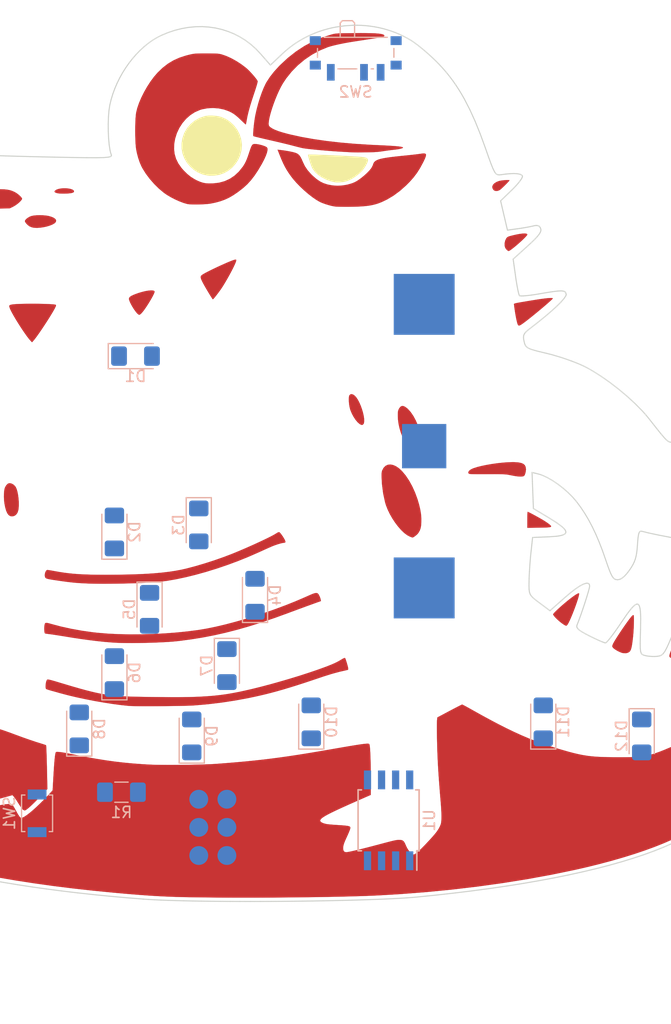
<source format=kicad_pcb>
(kicad_pcb (version 20171130) (host pcbnew 5.1.4-e60b266~84~ubuntu18.04.1)
  (layers (0 Top signal hide) (31 Bottom signal) (34 B.Paste user) (35 F.Paste user) (36 B.SilkS user) (37 F.SilkS user) (38 B.Mask user) (39 F.Mask user hide) (44 Edge.Cuts user))
  (net 0 "")
  (net 1 +3V0)
  (net 2 GND)
  (net 3 /T2)
  (net 4 /T3)
  (net 5 /T1)
  (net 6 /T0)
  (net 7 /T4)
  (net 8 /RST)
  (net 9 "Net-(R1-Pad1)")
  (net 10 "Net-(SW2-Pad3)")
  (module Tiny:cody (layer Top) (at 147.955 107.95)
    (fp_text reference Ref** hide)
    (fp_text value Val** hide)
    (fp_line (start -10.732273 38.224086) (end -10.732228 38.224065) (layer Edge.Cuts) (width 0.1))
    (fp_line (start -10.732682 38.224492) (end -10.732273 38.224086) (layer Edge.Cuts) (width 0.1))
    (fp_line (start -10.732682 38.224493) (end -10.732682 38.224492) (layer Edge.Cuts) (width 0.1))
    (fp_line (start -10.732682 38.224493) (end -10.732682 38.224493) (layer Edge.Cuts) (width 0.1))
    (fp_line (start -10.732682 38.224493) (end -10.732682 38.224493) (layer Edge.Cuts) (width 0.1))
    (fp_line (start -10.732682 38.224494) (end -10.732682 38.224493) (layer Edge.Cuts) (width 0.1))
    (fp_line (start -10.732682 38.224494) (end -10.732682 38.224494) (layer Edge.Cuts) (width 0.1))
    (fp_line (start -10.732682 38.224494) (end -10.732682 38.224494) (layer Edge.Cuts) (width 0.1))
    (fp_line (start -10.732682 38.224495) (end -10.732682 38.224494) (layer Edge.Cuts) (width 0.1))
    (fp_line (start -10.732682 38.224495) (end -10.732682 38.224495) (layer Edge.Cuts) (width 0.1))
    (fp_line (start -10.732682 38.224495) (end -10.732682 38.224495) (layer Edge.Cuts) (width 0.1))
    (fp_line (start -10.732682 38.224495) (end -10.732682 38.224495) (layer Edge.Cuts) (width 0.1))
    (fp_line (start -10.732682 38.224496) (end -10.732682 38.224495) (layer Edge.Cuts) (width 0.1))
    (fp_line (start -10.732682 38.224496) (end -10.732682 38.224496) (layer Edge.Cuts) (width 0.1))
    (fp_line (start -10.732682 38.224496) (end -10.732682 38.224496) (layer Edge.Cuts) (width 0.1))
    (fp_line (start -10.732682 38.224497) (end -10.732682 38.224496) (layer Edge.Cuts) (width 0.1))
    (fp_line (start -10.732682 38.224497) (end -10.732682 38.224497) (layer Edge.Cuts) (width 0.1))
    (fp_line (start -10.732683 38.224497) (end -10.732682 38.224497) (layer Edge.Cuts) (width 0.1))
    (fp_line (start -10.732683 38.224498) (end -10.732683 38.224497) (layer Edge.Cuts) (width 0.1))
    (fp_line (start -10.732683 38.224498) (end -10.732683 38.224498) (layer Edge.Cuts) (width 0.1))
    (fp_line (start -10.732683 38.224498) (end -10.732683 38.224498) (layer Edge.Cuts) (width 0.1))
    (fp_line (start -10.732683 38.224499) (end -10.732683 38.224498) (layer Edge.Cuts) (width 0.1))
    (fp_line (start -10.732683 38.224499) (end -10.732683 38.224499) (layer Edge.Cuts) (width 0.1))
    (fp_line (start -10.732683 38.224499) (end -10.732683 38.224499) (layer Edge.Cuts) (width 0.1))
    (fp_line (start -10.732683 38.2245) (end -10.732683 38.224499) (layer Edge.Cuts) (width 0.1))
    (fp_line (start -10.732683 38.2245) (end -10.732683 38.2245) (layer Edge.Cuts) (width 0.1))
    (fp_line (start -10.732683 38.2245) (end -10.732683 38.2245) (layer Edge.Cuts) (width 0.1))
    (fp_line (start -10.732683 38.2245) (end -10.732683 38.2245) (layer Edge.Cuts) (width 0.1))
    (fp_line (start -10.732683 38.224501) (end -10.732683 38.2245) (layer Edge.Cuts) (width 0.1))
    (fp_line (start -10.732683 38.224501) (end -10.732683 38.224501) (layer Edge.Cuts) (width 0.1))
    (fp_line (start -10.732683 38.224501) (end -10.732683 38.224501) (layer Edge.Cuts) (width 0.1))
    (fp_line (start -10.732683 38.224502) (end -10.732683 38.224501) (layer Edge.Cuts) (width 0.1))
    (fp_line (start -10.732683 38.224502) (end -10.732683 38.224502) (layer Edge.Cuts) (width 0.1))
    (fp_line (start -10.256791 38.257032) (end -10.732683 38.224502) (layer Edge.Cuts) (width 0.1))
    (fp_line (start -9.721431 38.286772) (end -10.256791 38.257032) (layer Edge.Cuts) (width 0.1))
    (fp_line (start -9.130627 38.313752) (end -9.721431 38.286772) (layer Edge.Cuts) (width 0.1))
    (fp_line (start -8.4884 38.338002) (end -9.130627 38.313752) (layer Edge.Cuts) (width 0.1))
    (fp_line (start -7.798774 38.359552) (end -8.4884 38.338002) (layer Edge.Cuts) (width 0.1))
    (fp_line (start -7.065771 38.378442) (end -7.798774 38.359552) (layer Edge.Cuts) (width 0.1))
    (fp_line (start -6.293413 38.394692) (end -7.065771 38.378442) (layer Edge.Cuts) (width 0.1))
    (fp_line (start -5.485723 38.408342) (end -6.293413 38.394692) (layer Edge.Cuts) (width 0.1))
    (fp_line (start -4.646724 38.419422) (end -5.485723 38.408342) (layer Edge.Cuts) (width 0.1))
    (fp_line (start -3.780439 38.427922) (end -4.646724 38.419422) (layer Edge.Cuts) (width 0.1))
    (fp_line (start -2.890889 38.433922) (end -3.780439 38.427922) (layer Edge.Cuts) (width 0.1))
    (fp_line (start -1.982098 38.437422) (end -2.890889 38.433922) (layer Edge.Cuts) (width 0.1))
    (fp_line (start -1.058087 38.438522) (end -1.982098 38.437422) (layer Edge.Cuts) (width 0.1))
    (fp_line (start -0.12288 38.437222) (end -1.058087 38.438522) (layer Edge.Cuts) (width 0.1))
    (fp_line (start 0.8195 38.433522) (end -0.12288 38.437222) (layer Edge.Cuts) (width 0.1))
    (fp_line (start 1.765032 38.427422) (end 0.8195 38.433522) (layer Edge.Cuts) (width 0.1))
    (fp_line (start 2.709693 38.419022) (end 1.765032 38.427422) (layer Edge.Cuts) (width 0.1))
    (fp_line (start 3.64946 38.408322) (end 2.709693 38.419022) (layer Edge.Cuts) (width 0.1))
    (fp_line (start 4.58031 38.395362) (end 3.64946 38.408322) (layer Edge.Cuts) (width 0.1))
    (fp_line (start 5.498221 38.380162) (end 4.58031 38.395362) (layer Edge.Cuts) (width 0.1))
    (fp_line (start 6.399171 38.362762) (end 5.498221 38.380162) (layer Edge.Cuts) (width 0.1))
    (fp_line (start 7.279137 38.343192) (end 6.399171 38.362762) (layer Edge.Cuts) (width 0.1))
    (fp_line (start 8.134096 38.321472) (end 7.279137 38.343192) (layer Edge.Cuts) (width 0.1))
    (fp_line (start 8.960025 38.297642) (end 8.134096 38.321472) (layer Edge.Cuts) (width 0.1))
    (fp_line (start 9.752903 38.271732) (end 8.960025 38.297642) (layer Edge.Cuts) (width 0.1))
    (fp_line (start 10.508706 38.243772) (end 9.752903 38.271732) (layer Edge.Cuts) (width 0.1))
    (fp_line (start 11.223412 38.213792) (end 10.508706 38.243772) (layer Edge.Cuts) (width 0.1))
    (fp_line (start 11.892999 38.181822) (end 11.223412 38.213792) (layer Edge.Cuts) (width 0.1))
    (fp_line (start 12.513443 38.147902) (end 11.892999 38.181822) (layer Edge.Cuts) (width 0.1))
    (fp_line (start 13.080723 38.112052) (end 12.513443 38.147902) (layer Edge.Cuts) (width 0.1))
    (fp_line (start 13.590815 38.074302) (end 13.080723 38.112052) (layer Edge.Cuts) (width 0.1))
    (fp_line (start 14.039697 38.034692) (end 13.590815 38.074302) (layer Edge.Cuts) (width 0.1))
    (fp_line (start 15.765965 37.858354) (end 14.039697 38.034692) (layer Edge.Cuts) (width 0.1))
    (fp_line (start 17.442805 37.669893) (end 15.765965 37.858354) (layer Edge.Cuts) (width 0.1))
    (fp_line (start 19.069589 37.469548) (end 17.442805 37.669893) (layer Edge.Cuts) (width 0.1))
    (fp_line (start 20.645687 37.257558) (end 19.069589 37.469548) (layer Edge.Cuts) (width 0.1))
    (fp_line (start 22.17047 37.034162) (end 20.645687 37.257558) (layer Edge.Cuts) (width 0.1))
    (fp_line (start 23.643308 36.799598) (end 22.17047 37.034162) (layer Edge.Cuts) (width 0.1))
    (fp_line (start 25.063574 36.554105) (end 23.643308 36.799598) (layer Edge.Cuts) (width 0.1))
    (fp_line (start 26.430637 36.297921) (end 25.063574 36.554105) (layer Edge.Cuts) (width 0.1))
    (fp_line (start 27.743869 36.031285) (end 26.430637 36.297921) (layer Edge.Cuts) (width 0.1))
    (fp_line (start 29.00264 35.754437) (end 27.743869 36.031285) (layer Edge.Cuts) (width 0.1))
    (fp_line (start 30.206321 35.467613) (end 29.00264 35.754437) (layer Edge.Cuts) (width 0.1))
    (fp_line (start 31.354283 35.171054) (end 30.206321 35.467613) (layer Edge.Cuts) (width 0.1))
    (fp_line (start 32.445898 34.864998) (end 31.354283 35.171054) (layer Edge.Cuts) (width 0.1))
    (fp_line (start 33.480535 34.549683) (end 32.445898 34.864998) (layer Edge.Cuts) (width 0.1))
    (fp_line (start 34.457566 34.225349) (end 33.480535 34.549683) (layer Edge.Cuts) (width 0.1))
    (fp_line (start 35.376361 33.892233) (end 34.457566 34.225349) (layer Edge.Cuts) (width 0.1))
    (fp_line (start 36.236293 33.550575) (end 35.376361 33.892233) (layer Edge.Cuts) (width 0.1))
    (fp_line (start 37.03673 33.200613) (end 36.236293 33.550575) (layer Edge.Cuts) (width 0.1))
    (fp_line (start 37.777044 32.842586) (end 37.03673 33.200613) (layer Edge.Cuts) (width 0.1))
    (fp_line (start 38.456607 32.476733) (end 37.777044 32.842586) (layer Edge.Cuts) (width 0.1))
    (fp_line (start 39.074789 32.103291) (end 38.456607 32.476733) (layer Edge.Cuts) (width 0.1))
    (fp_line (start 39.63096 31.722501) (end 39.074789 32.103291) (layer Edge.Cuts) (width 0.1))
    (fp_line (start 40.124492 31.3346) (end 39.63096 31.722501) (layer Edge.Cuts) (width 0.1))
    (fp_line (start 40.554756 30.939827) (end 40.124492 31.3346) (layer Edge.Cuts) (width 0.1))
    (fp_line (start 40.921122 30.538422) (end 40.554756 30.939827) (layer Edge.Cuts) (width 0.1))
    (fp_line (start 41.222961 30.130621) (end 40.921122 30.538422) (layer Edge.Cuts) (width 0.1))
    (fp_line (start 41.459646 29.716665) (end 41.222961 30.130621) (layer Edge.Cuts) (width 0.1))
    (fp_line (start 41.553356 29.507453) (end 41.459646 29.716665) (layer Edge.Cuts) (width 0.1))
    (fp_line (start 41.630546 29.296792) (end 41.553356 29.507453) (layer Edge.Cuts) (width 0.1))
    (fp_line (start 41.691126 29.084711) (end 41.630546 29.296792) (layer Edge.Cuts) (width 0.1))
    (fp_line (start 41.735016 28.871241) (end 41.691126 29.084711) (layer Edge.Cuts) (width 0.1))
    (fp_line (start 41.762156 28.65641) (end 41.735016 28.871241) (layer Edge.Cuts) (width 0.1))
    (fp_line (start 41.772466 28.440249) (end 41.762156 28.65641) (layer Edge.Cuts) (width 0.1))
    (fp_line (start 41.765866 28.222788) (end 41.772466 28.440249) (layer Edge.Cuts) (width 0.1))
    (fp_line (start 41.742256 28.004057) (end 41.765866 28.222788) (layer Edge.Cuts) (width 0.1))
    (fp_line (start 41.701566 27.784085) (end 41.742256 28.004057) (layer Edge.Cuts) (width 0.1))
    (fp_line (start 41.643726 27.562902) (end 41.701566 27.784085) (layer Edge.Cuts) (width 0.1))
    (fp_line (start 41.588076 27.410824) (end 41.643726 27.562902) (layer Edge.Cuts) (width 0.1))
    (fp_line (start 41.509106 27.24571) (end 41.588076 27.410824) (layer Edge.Cuts) (width 0.1))
    (fp_line (start 41.288101 26.88381) (end 41.509106 27.24571) (layer Edge.Cuts) (width 0.1))
    (fp_line (start 40.994435 26.492081) (end 41.288101 26.88381) (layer Edge.Cuts) (width 0.1))
    (fp_line (start 40.641835 26.085403) (end 40.994435 26.492081) (layer Edge.Cuts) (width 0.1))
    (fp_line (start 40.244028 25.678654) (end 40.641835 26.085403) (layer Edge.Cuts) (width 0.1))
    (fp_line (start 39.814739 25.286713) (end 40.244028 25.678654) (layer Edge.Cuts) (width 0.1))
    (fp_line (start 39.367695 24.92446) (end 39.814739 25.286713) (layer Edge.Cuts) (width 0.1))
    (fp_line (start 38.916622 24.606772) (end 39.367695 24.92446) (layer Edge.Cuts) (width 0.1))
    (fp_line (start 38.851952 24.564892) (end 38.916622 24.606772) (layer Edge.Cuts) (width 0.1))
    (fp_line (start 38.787282 24.523012) (end 38.851952 24.564892) (layer Edge.Cuts) (width 0.1))
    (fp_line (start 38.722612 24.481132) (end 38.787282 24.523012) (layer Edge.Cuts) (width 0.1))
    (fp_line (start 38.657942 24.439252) (end 38.722612 24.481132) (layer Edge.Cuts) (width 0.1))
    (fp_line (start 38.593272 24.397372) (end 38.657942 24.439252) (layer Edge.Cuts) (width 0.1))
    (fp_line (start 38.528602 24.355492) (end 38.593272 24.397372) (layer Edge.Cuts) (width 0.1))
    (fp_line (start 38.463932 24.313612) (end 38.528602 24.355492) (layer Edge.Cuts) (width 0.1))
    (fp_line (start 38.399262 24.271732) (end 38.463932 24.313612) (layer Edge.Cuts) (width 0.1))
    (fp_line (start 38.477572 24.197082) (end 38.399262 24.271732) (layer Edge.Cuts) (width 0.1))
    (fp_line (start 38.555882 24.122432) (end 38.477572 24.197082) (layer Edge.Cuts) (width 0.1))
    (fp_line (start 38.634192 24.047782) (end 38.555882 24.122432) (layer Edge.Cuts) (width 0.1))
    (fp_line (start 38.712502 23.973132) (end 38.634192 24.047782) (layer Edge.Cuts) (width 0.1))
    (fp_line (start 38.790812 23.898482) (end 38.712502 23.973132) (layer Edge.Cuts) (width 0.1))
    (fp_line (start 38.869122 23.823832) (end 38.790812 23.898482) (layer Edge.Cuts) (width 0.1))
    (fp_line (start 38.947432 23.749182) (end 38.869122 23.823832) (layer Edge.Cuts) (width 0.1))
    (fp_line (start 39.025742 23.674532) (end 38.947432 23.749182) (layer Edge.Cuts) (width 0.1))
    (fp_line (start 39.375922 23.328261) (end 39.025742 23.674532) (layer Edge.Cuts) (width 0.1))
    (fp_line (start 39.714867 22.967779) (end 39.375922 23.328261) (layer Edge.Cuts) (width 0.1))
    (fp_line (start 40.042565 22.593101) (end 39.714867 22.967779) (layer Edge.Cuts) (width 0.1))
    (fp_line (start 40.359008 22.204246) (end 40.042565 22.593101) (layer Edge.Cuts) (width 0.1))
    (fp_line (start 40.664186 21.801228) (end 40.359008 22.204246) (layer Edge.Cuts) (width 0.1))
    (fp_line (start 40.958089 21.384065) (end 40.664186 21.801228) (layer Edge.Cuts) (width 0.1))
    (fp_line (start 41.240707 20.952774) (end 40.958089 21.384065) (layer Edge.Cuts) (width 0.1))
    (fp_line (start 41.512031 20.50737) (end 41.240707 20.952774) (layer Edge.Cuts) (width 0.1))
    (fp_line (start 41.77205 20.047872) (end 41.512031 20.50737) (layer Edge.Cuts) (width 0.1))
    (fp_line (start 42.020756 19.574294) (end 41.77205 20.047872) (layer Edge.Cuts) (width 0.1))
    (fp_line (start 42.258137 19.086655) (end 42.020756 19.574294) (layer Edge.Cuts) (width 0.1))
    (fp_line (start 42.484185 18.58497) (end 42.258137 19.086655) (layer Edge.Cuts) (width 0.1))
    (fp_line (start 42.69889 18.069257) (end 42.484185 18.58497) (layer Edge.Cuts) (width 0.1))
    (fp_line (start 42.902242 17.539531) (end 42.69889 18.069257) (layer Edge.Cuts) (width 0.1))
    (fp_line (start 43.094231 16.995809) (end 42.902242 17.539531) (layer Edge.Cuts) (width 0.1))
    (fp_line (start 43.274847 16.438109) (end 43.094231 16.995809) (layer Edge.Cuts) (width 0.1))
    (fp_line (start 43.545452 15.528259) (end 43.274847 16.438109) (layer Edge.Cuts) (width 0.1))
    (fp_line (start 43.760936 14.725317) (end 43.545452 15.528259) (layer Edge.Cuts) (width 0.1))
    (fp_line (start 43.920654 14.033722) (end 43.760936 14.725317) (layer Edge.Cuts) (width 0.1))
    (fp_line (start 44.023962 13.457915) (end 43.920654 14.033722) (layer Edge.Cuts) (width 0.1))
    (fp_line (start 44.070222 13.002337) (end 44.023962 13.457915) (layer Edge.Cuts) (width 0.1))
    (fp_line (start 44.071722 12.821019) (end 44.070222 13.002337) (layer Edge.Cuts) (width 0.1))
    (fp_line (start 44.058752 12.671426) (end 44.071722 12.821019) (layer Edge.Cuts) (width 0.1))
    (fp_line (start 44.031192 12.55411) (end 44.058752 12.671426) (layer Edge.Cuts) (width 0.1))
    (fp_line (start 43.988962 12.46962) (end 44.031192 12.55411) (layer Edge.Cuts) (width 0.1))
    (fp_line (start 43.931992 12.41853) (end 43.988962 12.46962) (layer Edge.Cuts) (width 0.1))
    (fp_line (start 43.860192 12.40137) (end 43.931992 12.41853) (layer Edge.Cuts) (width 0.1))
    (fp_line (start 43.779772 12.42285) (end 43.860192 12.40137) (layer Edge.Cuts) (width 0.1))
    (fp_line (start 43.664164 12.48443) (end 43.779772 12.42285) (layer Edge.Cuts) (width 0.1))
    (fp_line (start 43.518796 12.58178) (end 43.664164 12.48443) (layer Edge.Cuts) (width 0.1))
    (fp_line (start 43.3491 12.710588) (end 43.518796 12.58178) (layer Edge.Cuts) (width 0.1))
    (fp_line (start 43.160509 12.866536) (end 43.3491 12.710588) (layer Edge.Cuts) (width 0.1))
    (fp_line (start 42.958455 13.045305) (end 43.160509 12.866536) (layer Edge.Cuts) (width 0.1))
    (fp_line (start 42.748371 13.242579) (end 42.958455 13.045305) (layer Edge.Cuts) (width 0.1))
    (fp_line (start 42.53569 13.454039) (end 42.748371 13.242579) (layer Edge.Cuts) (width 0.1))
    (fp_line (start 42.145556 13.828403) (end 42.53569 13.454039) (layer Edge.Cuts) (width 0.1))
    (fp_line (start 41.708017 14.207514) (end 42.145556 13.828403) (layer Edge.Cuts) (width 0.1))
    (fp_line (start 41.250958 14.571767) (end 41.708017 14.207514) (layer Edge.Cuts) (width 0.1))
    (fp_line (start 40.802265 14.901552) (end 41.250958 14.571767) (layer Edge.Cuts) (width 0.1))
    (fp_line (start 40.389821 15.177264) (end 40.802265 14.901552) (layer Edge.Cuts) (width 0.1))
    (fp_line (start 40.041513 15.379295) (end 40.389821 15.177264) (layer Edge.Cuts) (width 0.1))
    (fp_line (start 39.785225 15.488039) (end 40.041513 15.379295) (layer Edge.Cuts) (width 0.1))
    (fp_line (start 39.700305 15.501259) (end 39.785225 15.488039) (layer Edge.Cuts) (width 0.1))
    (fp_line (start 39.648845 15.483839) (end 39.700305 15.501259) (layer Edge.Cuts) (width 0.1))
    (fp_line (start 39.628385 15.432359) (end 39.648845 15.483839) (layer Edge.Cuts) (width 0.1))
    (fp_line (start 39.599785 15.314865) (end 39.628385 15.432359) (layer Edge.Cuts) (width 0.1))
    (fp_line (start 39.564355 15.138892) (end 39.599785 15.314865) (layer Edge.Cuts) (width 0.1))
    (fp_line (start 39.523395 14.911978) (end 39.564355 15.138892) (layer Edge.Cuts) (width 0.1))
    (fp_line (start 39.478215 14.641664) (end 39.523395 14.911978) (layer Edge.Cuts) (width 0.1))
    (fp_line (start 39.430115 14.335488) (end 39.478215 14.641664) (layer Edge.Cuts) (width 0.1))
    (fp_line (start 39.380415 14.00099) (end 39.430115 14.335488) (layer Edge.Cuts) (width 0.1))
    (fp_line (start 39.330405 13.645709) (end 39.380415 14.00099) (layer Edge.Cuts) (width 0.1))
    (fp_line (start 39.239785 13.041385) (end 39.330405 13.645709) (layer Edge.Cuts) (width 0.1))
    (fp_line (start 39.146625 12.539698) (end 39.239785 13.041385) (layer Edge.Cuts) (width 0.1))
    (fp_line (start 39.049025 12.135982) (end 39.146625 12.539698) (layer Edge.Cuts) (width 0.1))
    (fp_line (start 38.945093 11.825571) (end 39.049025 12.135982) (layer Edge.Cuts) (width 0.1))
    (fp_line (start 38.832935 11.603802) (end 38.945093 11.825571) (layer Edge.Cuts) (width 0.1))
    (fp_line (start 38.773185 11.524702) (end 38.832935 11.603802) (layer Edge.Cuts) (width 0.1))
    (fp_line (start 38.710665 11.466012) (end 38.773185 11.524702) (layer Edge.Cuts) (width 0.1))
    (fp_line (start 38.645145 11.427152) (end 38.710665 11.466012) (layer Edge.Cuts) (width 0.1))
    (fp_line (start 38.576375 11.407532) (end 38.645145 11.427152) (layer Edge.Cuts) (width 0.1))
    (fp_line (start 38.504135 11.406571) (end 38.576375 11.407532) (layer Edge.Cuts) (width 0.1))
    (fp_line (start 38.428175 11.423691) (end 38.504135 11.406571) (layer Edge.Cuts) (width 0.1))
    (fp_line (start 38.365025 11.486661) (end 38.428175 11.423691) (layer Edge.Cuts) (width 0.1))
    (fp_line (start 38.268685 11.638917) (end 38.365025 11.486661) (layer Edge.Cuts) (width 0.1))
    (fp_line (start 38.143953 11.870439) (end 38.268685 11.638917) (layer Edge.Cuts) (width 0.1))
    (fp_line (start 37.995607 12.171208) (end 38.143953 11.870439) (layer Edge.Cuts) (width 0.1))
    (fp_line (start 37.828433 12.531204) (end 37.995607 12.171208) (layer Edge.Cuts) (width 0.1))
    (fp_line (start 37.647214 12.94041) (end 37.828433 12.531204) (layer Edge.Cuts) (width 0.1))
    (fp_line (start 37.456735 13.388805) (end 37.647214 12.94041) (layer Edge.Cuts) (width 0.1))
    (fp_line (start 37.261779 13.866372) (end 37.456735 13.388805) (layer Edge.Cuts) (width 0.1))
    (fp_line (start 36.967177 14.595302) (end 37.261779 13.866372) (layer Edge.Cuts) (width 0.1))
    (fp_line (start 36.729332 15.159429) (end 36.967177 14.595302) (layer Edge.Cuts) (width 0.1))
    (fp_line (start 36.534487 15.580556) (end 36.729332 15.159429) (layer Edge.Cuts) (width 0.1))
    (fp_line (start 36.368888 15.88049) (end 36.534487 15.580556) (layer Edge.Cuts) (width 0.1))
    (fp_line (start 36.218778 16.081035) (end 36.368888 15.88049) (layer Edge.Cuts) (width 0.1))
    (fp_line (start 36.070402 16.203997) (end 36.218778 16.081035) (layer Edge.Cuts) (width 0.1))
    (fp_line (start 35.910005 16.271177) (end 36.070402 16.203997) (layer Edge.Cuts) (width 0.1))
    (fp_line (start 35.723832 16.304387) (end 35.910005 16.271177) (layer Edge.Cuts) (width 0.1))
    (fp_line (start 35.595006 16.315437) (end 35.723832 16.304387) (layer Edge.Cuts) (width 0.1))
    (fp_line (start 35.454741 16.320737) (end 35.595006 16.315437) (layer Edge.Cuts) (width 0.1))
    (fp_line (start 35.307541 16.320474) (end 35.454741 16.320737) (layer Edge.Cuts) (width 0.1))
    (fp_line (start 35.157913 16.314874) (end 35.307541 16.320474) (layer Edge.Cuts) (width 0.1))
    (fp_line (start 35.010363 16.304274) (end 35.157913 16.314874) (layer Edge.Cuts) (width 0.1))
    (fp_line (start 34.869397 16.288864) (end 35.010363 16.304274) (layer Edge.Cuts) (width 0.1))
    (fp_line (start 34.73952 16.268904) (end 34.869397 16.288864) (layer Edge.Cuts) (width 0.1))
    (fp_line (start 34.62524 16.244624) (end 34.73952 16.268904) (layer Edge.Cuts) (width 0.1))
    (fp_line (start 34.458152 16.197844) (end 34.62524 16.244624) (layer Edge.Cuts) (width 0.1))
    (fp_line (start 34.333223 16.134794) (end 34.458152 16.197844) (layer Edge.Cuts) (width 0.1))
    (fp_line (start 34.284973 16.088724) (end 34.333223 16.134794) (layer Edge.Cuts) (width 0.1))
    (fp_line (start 34.245363 16.028464) (end 34.284973 16.088724) (layer Edge.Cuts) (width 0.1))
    (fp_line (start 34.189473 15.851849) (end 34.245363 16.028464) (layer Edge.Cuts) (width 0.1))
    (fp_line (start 34.160473 15.577946) (end 34.189473 15.851849) (layer Edge.Cuts) (width 0.1))
    (fp_line (start 34.153273 15.179748) (end 34.160473 15.577946) (layer Edge.Cuts) (width 0.1))
    (fp_line (start 34.162773 14.63025) (end 34.153273 15.179748) (layer Edge.Cuts) (width 0.1))
    (fp_line (start 34.183873 13.902445) (end 34.162773 14.63025) (layer Edge.Cuts) (width 0.1))
    (fp_line (start 34.199413 12.935192) (end 34.183873 13.902445) (layer Edge.Cuts) (width 0.1))
    (fp_line (start 34.191413 12.550618) (end 34.199413 12.935192) (layer Edge.Cuts) (width 0.1))
    (fp_line (start 34.170833 12.23143) (end 34.191413 12.550618) (layer Edge.Cuts) (width 0.1))
    (fp_line (start 34.136213 11.977141) (end 34.170833 12.23143) (layer Edge.Cuts) (width 0.1))
    (fp_line (start 34.086053 11.787263) (end 34.136213 11.977141) (layer Edge.Cuts) (width 0.1))
    (fp_line (start 34.018843 11.661311) (end 34.086053 11.787263) (layer Edge.Cuts) (width 0.1))
    (fp_line (start 33.978373 11.622151) (end 34.018843 11.661311) (layer Edge.Cuts) (width 0.1))
    (fp_line (start 33.933073 11.598791) (end 33.978373 11.622151) (layer Edge.Cuts) (width 0.1))
    (fp_line (start 33.882763 11.591191) (end 33.933073 11.598791) (layer Edge.Cuts) (width 0.1))
    (fp_line (start 33.827253 11.599291) (end 33.882763 11.591191) (layer Edge.Cuts) (width 0.1))
    (fp_line (start 33.699865 11.662181) (end 33.827253 11.599291) (layer Edge.Cuts) (width 0.1))
    (fp_line (start 33.549415 11.787054) (end 33.699865 11.662181) (layer Edge.Cuts) (width 0.1))
    (fp_line (start 33.374398 11.973414) (end 33.549415 11.787054) (layer Edge.Cuts) (width 0.1))
    (fp_line (start 33.17331 12.220777) (end 33.374398 11.973414) (layer Edge.Cuts) (width 0.1))
    (fp_line (start 32.944648 12.528654) (end 33.17331 12.220777) (layer Edge.Cuts) (width 0.1))
    (fp_line (start 32.398588 13.324003) (end 32.944648 12.528654) (layer Edge.Cuts) (width 0.1))
    (fp_line (start 32.157623 13.680014) (end 32.398588 13.324003) (layer Edge.Cuts) (width 0.1))
    (fp_line (start 31.92493 14.01214) (end 32.157623 13.680014) (layer Edge.Cuts) (width 0.1))
    (fp_line (start 31.706168 14.313113) (end 31.92493 14.01214) (layer Edge.Cuts) (width 0.1))
    (fp_line (start 31.506993 14.575663) (end 31.706168 14.313113) (layer Edge.Cuts) (width 0.1))
    (fp_line (start 31.333063 14.792523) (end 31.506993 14.575663) (layer Edge.Cuts) (width 0.1))
    (fp_line (start 31.190035 14.956422) (end 31.333063 14.792523) (layer Edge.Cuts) (width 0.1))
    (fp_line (start 31.083566 15.060092) (end 31.190035 14.956422) (layer Edge.Cuts) (width 0.1))
    (fp_line (start 31.019316 15.096262) (end 31.083566 15.060092) (layer Edge.Cuts) (width 0.1))
    (fp_line (start 30.953506 15.083322) (end 31.019316 15.096262) (layer Edge.Cuts) (width 0.1))
    (fp_line (start 30.842573 15.046252) (end 30.953506 15.083322) (layer Edge.Cuts) (width 0.1))
    (fp_line (start 30.692489 14.987642) (end 30.842573 15.046252) (layer Edge.Cuts) (width 0.1))
    (fp_line (start 30.509224 14.910092) (end 30.692489 14.987642) (layer Edge.Cuts) (width 0.1))
    (fp_line (start 30.298748 14.816202) (end 30.509224 14.910092) (layer Edge.Cuts) (width 0.1))
    (fp_line (start 30.067032 14.708572) (end 30.298748 14.816202) (layer Edge.Cuts) (width 0.1))
    (fp_line (start 29.820045 14.589801) (end 30.067032 14.708572) (layer Edge.Cuts) (width 0.1))
    (fp_line (start 29.563757 14.462489) (end 29.820045 14.589801) (layer Edge.Cuts) (width 0.1))
    (fp_line (start 29.22737 14.288172) (end 29.563757 14.462489) (layer Edge.Cuts) (width 0.1))
    (fp_line (start 28.956835 14.136877) (end 29.22737 14.288172) (layer Edge.Cuts) (width 0.1))
    (fp_line (start 28.747416 14.004412) (end 28.956835 14.136877) (layer Edge.Cuts) (width 0.1))
    (fp_line (start 28.594377 13.886584) (end 28.747416 14.004412) (layer Edge.Cuts) (width 0.1))
    (fp_line (start 28.492982 13.779202) (end 28.594377 13.886584) (layer Edge.Cuts) (width 0.1))
    (fp_line (start 28.438492 13.678074) (end 28.492982 13.779202) (layer Edge.Cuts) (width 0.1))
    (fp_line (start 28.426182 13.579004) (end 28.438492 13.678074) (layer Edge.Cuts) (width 0.1))
    (fp_line (start 28.451302 13.477809) (end 28.426182 13.579004) (layer Edge.Cuts) (width 0.1))
    (fp_line (start 28.61136 13.064647) (end 28.451302 13.477809) (layer Edge.Cuts) (width 0.1))
    (fp_line (start 28.792262 12.5646) (end 28.61136 13.064647) (layer Edge.Cuts) (width 0.1))
    (fp_line (start 28.981007 12.017694) (end 28.792262 12.5646) (layer Edge.Cuts) (width 0.1))
    (fp_line (start 29.164592 11.463951) (end 28.981007 12.017694) (layer Edge.Cuts) (width 0.1))
    (fp_line (start 29.330014 10.943396) (end 29.164592 11.463951) (layer Edge.Cuts) (width 0.1))
    (fp_line (start 29.464271 10.496052) (end 29.330014 10.943396) (layer Edge.Cuts) (width 0.1))
    (fp_line (start 29.554361 10.161945) (end 29.464271 10.496052) (layer Edge.Cuts) (width 0.1))
    (fp_line (start 29.587281 9.981096) (end 29.554361 10.161945) (layer Edge.Cuts) (width 0.1))
    (fp_line (start 29.577681 9.881786) (end 29.587281 9.981096) (layer Edge.Cuts) (width 0.1))
    (fp_line (start 29.549071 9.804726) (end 29.577681 9.881786) (layer Edge.Cuts) (width 0.1))
    (fp_line (start 29.501941 9.749726) (end 29.549071 9.804726) (layer Edge.Cuts) (width 0.1))
    (fp_line (start 29.436761 9.716566) (end 29.501941 9.749726) (layer Edge.Cuts) (width 0.1))
    (fp_line (start 29.353981 9.705046) (end 29.436761 9.716566) (layer Edge.Cuts) (width 0.1))
    (fp_line (start 29.254051 9.714946) (end 29.353981 9.705046) (layer Edge.Cuts) (width 0.1))
    (fp_line (start 29.004597 9.798296) (end 29.254051 9.714946) (layer Edge.Cuts) (width 0.1))
    (fp_line (start 28.692054 9.96497) (end 29.004597 9.798296) (layer Edge.Cuts) (width 0.1))
    (fp_line (start 28.320081 10.213336) (end 28.692054 9.96497) (layer Edge.Cuts) (width 0.1))
    (fp_line (start 27.892333 10.541767) (end 28.320081 10.213336) (layer Edge.Cuts) (width 0.1))
    (fp_line (start 27.412468 10.948638) (end 27.892333 10.541767) (layer Edge.Cuts) (width 0.1))
    (fp_line (start 27.236572 11.103915) (end 27.412468 10.948638) (layer Edge.Cuts) (width 0.1))
    (fp_line (start 27.060676 11.259192) (end 27.236572 11.103915) (layer Edge.Cuts) (width 0.1))
    (fp_line (start 26.88478 11.414469) (end 27.060676 11.259192) (layer Edge.Cuts) (width 0.1))
    (fp_line (start 26.708884 11.569746) (end 26.88478 11.414469) (layer Edge.Cuts) (width 0.1))
    (fp_line (start 26.532988 11.725023) (end 26.708884 11.569746) (layer Edge.Cuts) (width 0.1))
    (fp_line (start 26.357092 11.8803) (end 26.532988 11.725023) (layer Edge.Cuts) (width 0.1))
    (fp_line (start 26.181196 12.035577) (end 26.357092 11.8803) (layer Edge.Cuts) (width 0.1))
    (fp_line (start 26.0053 12.190854) (end 26.181196 12.035577) (layer Edge.Cuts) (width 0.1))
    (fp_line (start 25.885835 12.101774) (end 26.0053 12.190854) (layer Edge.Cuts) (width 0.1))
    (fp_line (start 25.766371 12.012694) (end 25.885835 12.101774) (layer Edge.Cuts) (width 0.1))
    (fp_line (start 25.646906 11.923614) (end 25.766371 12.012694) (layer Edge.Cuts) (width 0.1))
    (fp_line (start 25.527441 11.834534) (end 25.646906 11.923614) (layer Edge.Cuts) (width 0.1))
    (fp_line (start 25.407976 11.745454) (end 25.527441 11.834534) (layer Edge.Cuts) (width 0.1))
    (fp_line (start 25.288511 11.656374) (end 25.407976 11.745454) (layer Edge.Cuts) (width 0.1))
    (fp_line (start 25.169047 11.567294) (end 25.288511 11.656374) (layer Edge.Cuts) (width 0.1))
    (fp_line (start 25.049582 11.478214) (end 25.169047 11.567294) (layer Edge.Cuts) (width 0.1))
    (fp_line (start 24.73563 11.241454) (end 25.049582 11.478214) (layer Edge.Cuts) (width 0.1))
    (fp_line (start 24.49953 11.048103) (end 24.73563 11.241454) (layer Edge.Cuts) (width 0.1))
    (fp_line (start 24.33049 10.876066) (end 24.49953 11.048103) (layer Edge.Cuts) (width 0.1))
    (fp_line (start 24.217716 10.703249) (end 24.33049 10.876066) (layer Edge.Cuts) (width 0.1))
    (fp_line (start 24.150416 10.507556) (end 24.217716 10.703249) (layer Edge.Cuts) (width 0.1))
    (fp_line (start 24.117796 10.266892) (end 24.150416 10.507556) (layer Edge.Cuts) (width 0.1))
    (fp_line (start 24.109096 9.959162) (end 24.117796 10.266892) (layer Edge.Cuts) (width 0.1))
    (fp_line (start 24.113496 9.562271) (end 24.109096 9.959162) (layer Edge.Cuts) (width 0.1))
    (fp_line (start 24.120496 9.292177) (end 24.113496 9.562271) (layer Edge.Cuts) (width 0.1))
    (fp_line (start 24.133026 8.985339) (end 24.120496 9.292177) (layer Edge.Cuts) (width 0.1))
    (fp_line (start 24.150356 8.652398) (end 24.133026 8.985339) (layer Edge.Cuts) (width 0.1))
    (fp_line (start 24.171786 8.303991) (end 24.150356 8.652398) (layer Edge.Cuts) (width 0.1))
    (fp_line (start 24.196616 7.950756) (end 24.171786 8.303991) (layer Edge.Cuts) (width 0.1))
    (fp_line (start 24.224146 7.603334) (end 24.196616 7.950756) (layer Edge.Cuts) (width 0.1))
    (fp_line (start 24.253676 7.272361) (end 24.224146 7.603334) (layer Edge.Cuts) (width 0.1))
    (fp_line (start 24.284506 6.968478) (end 24.253676 7.272361) (layer Edge.Cuts) (width 0.1))
    (fp_line (start 24.303436 6.794665) (end 24.284506 6.968478) (layer Edge.Cuts) (width 0.1))
    (fp_line (start 24.322366 6.620851) (end 24.303436 6.794665) (layer Edge.Cuts) (width 0.1))
    (fp_line (start 24.341296 6.447038) (end 24.322366 6.620851) (layer Edge.Cuts) (width 0.1))
    (fp_line (start 24.360226 6.273225) (end 24.341296 6.447038) (layer Edge.Cuts) (width 0.1))
    (fp_line (start 24.379156 6.099411) (end 24.360226 6.273225) (layer Edge.Cuts) (width 0.1))
    (fp_line (start 24.398086 5.925598) (end 24.379156 6.099411) (layer Edge.Cuts) (width 0.1))
    (fp_line (start 24.417016 5.751784) (end 24.398086 5.925598) (layer Edge.Cuts) (width 0.1))
    (fp_line (start 24.435946 5.577971) (end 24.417016 5.751784) (layer Edge.Cuts) (width 0.1))
    (fp_line (start 24.621867 5.570371) (end 24.435946 5.577971) (layer Edge.Cuts) (width 0.1))
    (fp_line (start 24.807787 5.562771) (end 24.621867 5.570371) (layer Edge.Cuts) (width 0.1))
    (fp_line (start 24.993708 5.555171) (end 24.807787 5.562771) (layer Edge.Cuts) (width 0.1))
    (fp_line (start 25.179628 5.547571) (end 24.993708 5.555171) (layer Edge.Cuts) (width 0.1))
    (fp_line (start 25.365549 5.539971) (end 25.179628 5.547571) (layer Edge.Cuts) (width 0.1))
    (fp_line (start 25.55147 5.532371) (end 25.365549 5.539971) (layer Edge.Cuts) (width 0.1))
    (fp_line (start 25.73739 5.524771) (end 25.55147 5.532371) (layer Edge.Cuts) (width 0.1))
    (fp_line (start 25.923311 5.517171) (end 25.73739 5.524771) (layer Edge.Cuts) (width 0.1))
    (fp_line (start 26.584359 5.470281) (end 25.923311 5.517171) (layer Edge.Cuts) (width 0.1))
    (fp_line (start 26.844447 5.433721) (end 26.584359 5.470281) (layer Edge.Cuts) (width 0.1))
    (fp_line (start 27.057597 5.387521) (end 26.844447 5.433721) (layer Edge.Cuts) (width 0.1))
    (fp_line (start 27.223825 5.331001) (end 27.057597 5.387521) (layer Edge.Cuts) (width 0.1))
    (fp_line (start 27.343143 5.263491) (end 27.223825 5.331001) (layer Edge.Cuts) (width 0.1))
    (fp_line (start 27.415573 5.184311) (end 27.343143 5.263491) (layer Edge.Cuts) (width 0.1))
    (fp_line (start 27.441113 5.092781) (end 27.415573 5.184311) (layer Edge.Cuts) (width 0.1))
    (fp_line (start 27.419793 4.988233) (end 27.441113 5.092781) (layer Edge.Cuts) (width 0.1))
    (fp_line (start 27.351623 4.869986) (end 27.419793 4.988233) (layer Edge.Cuts) (width 0.1))
    (fp_line (start 27.236617 4.737368) (end 27.351623 4.869986) (layer Edge.Cuts) (width 0.1))
    (fp_line (start 27.074788 4.589701) (end 27.236617 4.737368) (layer Edge.Cuts) (width 0.1))
    (fp_line (start 26.610727 4.246518) (end 27.074788 4.589701) (layer Edge.Cuts) (width 0.1))
    (fp_line (start 25.959554 3.835031) (end 26.610727 4.246518) (layer Edge.Cuts) (width 0.1))
    (fp_line (start 25.778166 3.726046) (end 25.959554 3.835031) (layer Edge.Cuts) (width 0.1))
    (fp_line (start 25.596778 3.61706) (end 25.778166 3.726046) (layer Edge.Cuts) (width 0.1))
    (fp_line (start 25.41539 3.508074) (end 25.596778 3.61706) (layer Edge.Cuts) (width 0.1))
    (fp_line (start 25.234002 3.399089) (end 25.41539 3.508074) (layer Edge.Cuts) (width 0.1))
    (fp_line (start 25.052614 3.290104) (end 25.234002 3.399089) (layer Edge.Cuts) (width 0.1))
    (fp_line (start 24.871226 3.181118) (end 25.052614 3.290104) (layer Edge.Cuts) (width 0.1))
    (fp_line (start 24.689838 3.072133) (end 24.871226 3.181118) (layer Edge.Cuts) (width 0.1))
    (fp_line (start 24.50845 2.963147) (end 24.689838 3.072133) (layer Edge.Cuts) (width 0.1))
    (fp_line (start 24.50085 2.759592) (end 24.50845 2.963147) (layer Edge.Cuts) (width 0.1))
    (fp_line (start 24.49325 2.556037) (end 24.50085 2.759592) (layer Edge.Cuts) (width 0.1))
    (fp_line (start 24.48565 2.352482) (end 24.49325 2.556037) (layer Edge.Cuts) (width 0.1))
    (fp_line (start 24.47805 2.148928) (end 24.48565 2.352482) (layer Edge.Cuts) (width 0.1))
    (fp_line (start 24.47045 1.945373) (end 24.47805 2.148928) (layer Edge.Cuts) (width 0.1))
    (fp_line (start 24.46285 1.741818) (end 24.47045 1.945373) (layer Edge.Cuts) (width 0.1))
    (fp_line (start 24.45525 1.538263) (end 24.46285 1.741818) (layer Edge.Cuts) (width 0.1))
    (fp_line (start 24.44765 1.334708) (end 24.45525 1.538263) (layer Edge.Cuts) (width 0.1))
    (fp_line (start 24.44005 1.131153) (end 24.44765 1.334708) (layer Edge.Cuts) (width 0.1))
    (fp_line (start 24.43245 0.927598) (end 24.44005 1.131153) (layer Edge.Cuts) (width 0.1))
    (fp_line (start 24.42485 0.724043) (end 24.43245 0.927598) (layer Edge.Cuts) (width 0.1))
    (fp_line (start 24.41725 0.520489) (end 24.42485 0.724043) (layer Edge.Cuts) (width 0.1))
    (fp_line (start 24.40965 0.316934) (end 24.41725 0.520489) (layer Edge.Cuts) (width 0.1))
    (fp_line (start 24.40205 0.113379) (end 24.40965 0.316934) (layer Edge.Cuts) (width 0.1))
    (fp_line (start 24.39445 -0.090176) (end 24.40205 0.113379) (layer Edge.Cuts) (width 0.1))
    (fp_line (start 24.38685 -0.293731) (end 24.39445 -0.090176) (layer Edge.Cuts) (width 0.1))
    (fp_line (start 24.45926 -0.275841) (end 24.38685 -0.293731) (layer Edge.Cuts) (width 0.1))
    (fp_line (start 24.53167 -0.257951) (end 24.45926 -0.275841) (layer Edge.Cuts) (width 0.1))
    (fp_line (start 24.60407 -0.240061) (end 24.53167 -0.257951) (layer Edge.Cuts) (width 0.1))
    (fp_line (start 24.67647 -0.222171) (end 24.60407 -0.240061) (layer Edge.Cuts) (width 0.1))
    (fp_line (start 24.74888 -0.204281) (end 24.67647 -0.222171) (layer Edge.Cuts) (width 0.1))
    (fp_line (start 24.82128 -0.186391) (end 24.74888 -0.204281) (layer Edge.Cuts) (width 0.1))
    (fp_line (start 24.89369 -0.168501) (end 24.82128 -0.186391) (layer Edge.Cuts) (width 0.1))
    (fp_line (start 24.9661 -0.150611) (end 24.89369 -0.168501) (layer Edge.Cuts) (width 0.1))
    (fp_line (start 25.156916 -0.094831) (end 24.9661 -0.150611) (layer Edge.Cuts) (width 0.1))
    (fp_line (start 25.359731 -0.019421) (end 25.156916 -0.094831) (layer Edge.Cuts) (width 0.1))
    (fp_line (start 25.7937 0.184746) (end 25.359731 -0.019421) (layer Edge.Cuts) (width 0.1))
    (fp_line (start 26.252684 0.45082) (end 25.7937 0.184746) (layer Edge.Cuts) (width 0.1))
    (fp_line (start 26.72136 0.767722) (end 26.252684 0.45082) (layer Edge.Cuts) (width 0.1))
    (fp_line (start 27.184406 1.124377) (end 26.72136 0.767722) (layer Edge.Cuts) (width 0.1))
    (fp_line (start 27.626498 1.509708) (end 27.184406 1.124377) (layer Edge.Cuts) (width 0.1))
    (fp_line (start 28.032315 1.912636) (end 27.626498 1.509708) (layer Edge.Cuts) (width 0.1))
    (fp_line (start 28.386533 2.322085) (end 28.032315 1.912636) (layer Edge.Cuts) (width 0.1))
    (fp_line (start 28.770268 2.835874) (end 28.386533 2.322085) (layer Edge.Cuts) (width 0.1))
    (fp_line (start 29.135223 3.383444) (end 28.770268 2.835874) (layer Edge.Cuts) (width 0.1))
    (fp_line (start 29.483243 3.968463) (end 29.135223 3.383444) (layer Edge.Cuts) (width 0.1))
    (fp_line (start 29.816172 4.594596) (end 29.483243 3.968463) (layer Edge.Cuts) (width 0.1))
    (fp_line (start 30.135855 5.265511) (end 29.816172 4.594596) (layer Edge.Cuts) (width 0.1))
    (fp_line (start 30.444137 5.984874) (end 30.135855 5.265511) (layer Edge.Cuts) (width 0.1))
    (fp_line (start 30.742863 6.75635) (end 30.444137 5.984874) (layer Edge.Cuts) (width 0.1))
    (fp_line (start 31.033876 7.583607) (end 30.742863 6.75635) (layer Edge.Cuts) (width 0.1))
    (fp_line (start 31.214012 8.109033) (end 31.033876 7.583607) (layer Edge.Cuts) (width 0.1))
    (fp_line (start 31.366411 8.524353) (end 31.214012 8.109033) (layer Edge.Cuts) (width 0.1))
    (fp_line (start 31.498393 8.841911) (end 31.366411 8.524353) (layer Edge.Cuts) (width 0.1))
    (fp_line (start 31.617279 9.07405) (end 31.498393 8.841911) (layer Edge.Cuts) (width 0.1))
    (fp_line (start 31.730388 9.233116) (end 31.617279 9.07405) (layer Edge.Cuts) (width 0.1))
    (fp_line (start 31.845042 9.331446) (end 31.730388 9.233116) (layer Edge.Cuts) (width 0.1))
    (fp_line (start 31.968561 9.381396) (end 31.845042 9.331446) (layer Edge.Cuts) (width 0.1))
    (fp_line (start 32.108265 9.395306) (end 31.968561 9.381396) (layer Edge.Cuts) (width 0.1))
    (fp_line (start 32.227658 9.381656) (end 32.108265 9.395306) (layer Edge.Cuts) (width 0.1))
    (fp_line (start 32.351397 9.340606) (end 32.227658 9.381656) (layer Edge.Cuts) (width 0.1))
    (fp_line (start 32.479679 9.271996) (end 32.351397 9.340606) (layer Edge.Cuts) (width 0.1))
    (fp_line (start 32.612697 9.175666) (end 32.479679 9.271996) (layer Edge.Cuts) (width 0.1))
    (fp_line (start 32.750648 9.051463) (end 32.612697 9.175666) (layer Edge.Cuts) (width 0.1))
    (fp_line (start 32.893727 8.899223) (end 32.750648 9.051463) (layer Edge.Cuts) (width 0.1))
    (fp_line (start 33.042129 8.718789) (end 32.893727 8.899223) (layer Edge.Cuts) (width 0.1))
    (fp_line (start 33.196049 8.510001) (end 33.042129 8.718789) (layer Edge.Cuts) (width 0.1))
    (fp_line (start 33.366691 8.254782) (end 33.196049 8.510001) (layer Edge.Cuts) (width 0.1))
    (fp_line (start 33.507197 8.01373) (end 33.366691 8.254782) (layer Edge.Cuts) (width 0.1))
    (fp_line (start 33.620904 7.776316) (end 33.507197 8.01373) (layer Edge.Cuts) (width 0.1))
    (fp_line (start 33.711144 7.532013) (end 33.620904 7.776316) (layer Edge.Cuts) (width 0.1))
    (fp_line (start 33.781254 7.270293) (end 33.711144 7.532013) (layer Edge.Cuts) (width 0.1))
    (fp_line (start 33.834574 6.980627) (end 33.781254 7.270293) (layer Edge.Cuts) (width 0.1))
    (fp_line (start 33.874434 6.652488) (end 33.834574 6.980627) (layer Edge.Cuts) (width 0.1))
    (fp_line (start 33.904174 6.275346) (end 33.874434 6.652488) (layer Edge.Cuts) (width 0.1))
    (fp_line (start 33.931414 5.894686) (end 33.904174 6.275346) (layer Edge.Cuts) (width 0.1))
    (fp_line (start 33.960994 5.59291) (end 33.931414 5.894686) (layer Edge.Cuts) (width 0.1))
    (fp_line (start 33.995434 5.362608) (end 33.960994 5.59291) (layer Edge.Cuts) (width 0.1))
    (fp_line (start 34.037234 5.196367) (end 33.995434 5.362608) (layer Edge.Cuts) (width 0.1))
    (fp_line (start 34.088914 5.086779) (end 34.037234 5.196367) (layer Edge.Cuts) (width 0.1))
    (fp_line (start 34.152984 5.026429) (end 34.088914 5.086779) (layer Edge.Cuts) (width 0.1))
    (fp_line (start 34.231954 5.007909) (end 34.152984 5.026429) (layer Edge.Cuts) (width 0.1))
    (fp_line (start 34.328334 5.023809) (end 34.231954 5.007909) (layer Edge.Cuts) (width 0.1))
    (fp_line (start 34.948203 5.178387) (end 34.328334 5.023809) (layer Edge.Cuts) (width 0.1))
    (fp_line (start 35.808026 5.360411) (end 34.948203 5.178387) (layer Edge.Cuts) (width 0.1))
    (fp_line (start 36.812441 5.553508) (end 35.808026 5.360411) (layer Edge.Cuts) (width 0.1))
    (fp_line (start 37.866088 5.741303) (end 36.812441 5.553508) (layer Edge.Cuts) (width 0.1))
    (fp_line (start 38.873603 5.907423) (end 37.866088 5.741303) (layer Edge.Cuts) (width 0.1))
    (fp_line (start 39.739626 6.035492) (end 38.873603 5.907423) (layer Edge.Cuts) (width 0.1))
    (fp_line (start 40.368794 6.109132) (end 39.739626 6.035492) (layer Edge.Cuts) (width 0.1))
    (fp_line (start 40.564756 6.120382) (end 40.368794 6.109132) (layer Edge.Cuts) (width 0.1))
    (fp_line (start 40.665745 6.111882) (end 40.564756 6.120382) (layer Edge.Cuts) (width 0.1))
    (fp_line (start 40.730725 6.080482) (end 40.665745 6.111882) (layer Edge.Cuts) (width 0.1))
    (fp_line (start 40.791345 6.038682) (end 40.730725 6.080482) (layer Edge.Cuts) (width 0.1))
    (fp_line (start 40.846285 5.988302) (end 40.791345 6.038682) (layer Edge.Cuts) (width 0.1))
    (fp_line (start 40.894205 5.931142) (end 40.846285 5.988302) (layer Edge.Cuts) (width 0.1))
    (fp_line (start 40.933785 5.869012) (end 40.894205 5.931142) (layer Edge.Cuts) (width 0.1))
    (fp_line (start 40.963705 5.803722) (end 40.933785 5.869012) (layer Edge.Cuts) (width 0.1))
    (fp_line (start 40.982625 5.737082) (end 40.963705 5.803722) (layer Edge.Cuts) (width 0.1))
    (fp_line (start 40.989225 5.670902) (end 40.982625 5.737082) (layer Edge.Cuts) (width 0.1))
    (fp_line (start 40.972735 5.564855) (end 40.989225 5.670902) (layer Edge.Cuts) (width 0.1))
    (fp_line (start 40.925105 5.439346) (end 40.972735 5.564855) (layer Edge.Cuts) (width 0.1))
    (fp_line (start 40.849055 5.297126) (end 40.925105 5.439346) (layer Edge.Cuts) (width 0.1))
    (fp_line (start 40.74731 5.140943) (end 40.849055 5.297126) (layer Edge.Cuts) (width 0.1))
    (fp_line (start 40.47766 4.797685) (end 40.74731 5.140943) (layer Edge.Cuts) (width 0.1))
    (fp_line (start 40.137981 4.431563) (end 40.47766 4.797685) (layer Edge.Cuts) (width 0.1))
    (fp_line (start 39.750097 4.064569) (end 40.137981 4.431563) (layer Edge.Cuts) (width 0.1))
    (fp_line (start 39.335834 3.718695) (end 39.750097 4.064569) (layer Edge.Cuts) (width 0.1))
    (fp_line (start 38.917018 3.415931) (end 39.335834 3.718695) (layer Edge.Cuts) (width 0.1))
    (fp_line (start 38.515472 3.17827) (end 38.917018 3.415931) (layer Edge.Cuts) (width 0.1))
    (fp_line (start 38.162041 2.997561) (end 38.515472 3.17827) (layer Edge.Cuts) (width 0.1))
    (fp_line (start 37.92443 2.857791) (end 38.162041 2.997561) (layer Edge.Cuts) (width 0.1))
    (fp_line (start 37.85652 2.797901) (end 37.92443 2.857791) (layer Edge.Cuts) (width 0.1))
    (fp_line (start 37.82644 2.741811) (end 37.85652 2.797901) (layer Edge.Cuts) (width 0.1))
    (fp_line (start 37.83724 2.687381) (end 37.82644 2.741811) (layer Edge.Cuts) (width 0.1))
    (fp_line (start 37.89187 2.632471) (end 37.83724 2.687381) (layer Edge.Cuts) (width 0.1))
    (fp_line (start 37.993299 2.574931) (end 37.89187 2.632471) (layer Edge.Cuts) (width 0.1))
    (fp_line (start 38.144506 2.512621) (end 37.993299 2.574931) (layer Edge.Cuts) (width 0.1))
    (fp_line (start 38.608154 2.365113) (end 38.144506 2.512621) (layer Edge.Cuts) (width 0.1))
    (fp_line (start 39.306613 2.172796) (end 38.608154 2.365113) (layer Edge.Cuts) (width 0.1))
    (fp_line (start 40.263681 1.918523) (end 39.306613 2.172796) (layer Edge.Cuts) (width 0.1))
    (fp_line (start 41.141985 1.681398) (end 40.263681 1.918523) (layer Edge.Cuts) (width 0.1))
    (fp_line (start 41.817696 1.487344) (end 41.141985 1.681398) (layer Edge.Cuts) (width 0.1))
    (fp_line (start 42.312993 1.32504) (end 41.817696 1.487344) (layer Edge.Cuts) (width 0.1))
    (fp_line (start 42.650055 1.183166) (end 42.312993 1.32504) (layer Edge.Cuts) (width 0.1))
    (fp_line (start 42.766179 1.116356) (end 42.650055 1.183166) (layer Edge.Cuts) (width 0.1))
    (fp_line (start 42.851059 1.050406) (end 42.766179 1.116356) (layer Edge.Cuts) (width 0.1))
    (fp_line (start 42.907469 0.983906) (end 42.851059 1.050406) (layer Edge.Cuts) (width 0.1))
    (fp_line (start 42.938189 0.915436) (end 42.907469 0.983906) (layer Edge.Cuts) (width 0.1))
    (fp_line (start 42.945989 0.843586) (end 42.938189 0.915436) (layer Edge.Cuts) (width 0.1))
    (fp_line (start 42.933619 0.766926) (end 42.945989 0.843586) (layer Edge.Cuts) (width 0.1))
    (fp_line (start 42.859529 0.593564) (end 42.933619 0.766926) (layer Edge.Cuts) (width 0.1))
    (fp_line (start 42.800809 0.509084) (end 42.859529 0.593564) (layer Edge.Cuts) (width 0.1))
    (fp_line (start 42.715409 0.423754) (end 42.800809 0.509084) (layer Edge.Cuts) (width 0.1))
    (fp_line (start 42.470624 0.252648) (end 42.715409 0.423754) (layer Edge.Cuts) (width 0.1))
    (fp_line (start 42.137226 0.084475) (end 42.470624 0.252648) (layer Edge.Cuts) (width 0.1))
    (fp_line (start 41.727269 -0.076533) (end 42.137226 0.084475) (layer Edge.Cuts) (width 0.1))
    (fp_line (start 41.252803 -0.226142) (end 41.727269 -0.076533) (layer Edge.Cuts) (width 0.1))
    (fp_line (start 40.725879 -0.36012) (end 41.252803 -0.226142) (layer Edge.Cuts) (width 0.1))
    (fp_line (start 40.158551 -0.474235) (end 40.725879 -0.36012) (layer Edge.Cuts) (width 0.1))
    (fp_line (start 39.562868 -0.564255) (end 40.158551 -0.474235) (layer Edge.Cuts) (width 0.1))
    (fp_line (start 39.423442 -0.581875) (end 39.562868 -0.564255) (layer Edge.Cuts) (width 0.1))
    (fp_line (start 39.284016 -0.599495) (end 39.423442 -0.581875) (layer Edge.Cuts) (width 0.1))
    (fp_line (start 39.144589 -0.617115) (end 39.284016 -0.599495) (layer Edge.Cuts) (width 0.1))
    (fp_line (start 39.005163 -0.634735) (end 39.144589 -0.617115) (layer Edge.Cuts) (width 0.1))
    (fp_line (start 38.865737 -0.652355) (end 39.005163 -0.634735) (layer Edge.Cuts) (width 0.1))
    (fp_line (start 38.726311 -0.669975) (end 38.865737 -0.652355) (layer Edge.Cuts) (width 0.1))
    (fp_line (start 38.586884 -0.687595) (end 38.726311 -0.669975) (layer Edge.Cuts) (width 0.1))
    (fp_line (start 38.447458 -0.705215) (end 38.586884 -0.687595) (layer Edge.Cuts) (width 0.1))
    (fp_line (start 38.598034 -0.839888) (end 38.447458 -0.705215) (layer Edge.Cuts) (width 0.1))
    (fp_line (start 38.74861 -0.974562) (end 38.598034 -0.839888) (layer Edge.Cuts) (width 0.1))
    (fp_line (start 38.899185 -1.109235) (end 38.74861 -0.974562) (layer Edge.Cuts) (width 0.1))
    (fp_line (start 39.049761 -1.243908) (end 38.899185 -1.109235) (layer Edge.Cuts) (width 0.1))
    (fp_line (start 39.200337 -1.378581) (end 39.049761 -1.243908) (layer Edge.Cuts) (width 0.1))
    (fp_line (start 39.350913 -1.513255) (end 39.200337 -1.378581) (layer Edge.Cuts) (width 0.1))
    (fp_line (start 39.501488 -1.647928) (end 39.350913 -1.513255) (layer Edge.Cuts) (width 0.1))
    (fp_line (start 39.652064 -1.782601) (end 39.501488 -1.647928) (layer Edge.Cuts) (width 0.1))
    (fp_line (start 40.138599 -2.240558) (end 39.652064 -1.782601) (layer Edge.Cuts) (width 0.1))
    (fp_line (start 40.483679 -2.621114) (end 40.138599 -2.240558) (layer Edge.Cuts) (width 0.1))
    (fp_line (start 40.6031 -2.78394) (end 40.483679 -2.621114) (layer Edge.Cuts) (width 0.1))
    (fp_line (start 40.68707 -2.929305) (end 40.6031 -2.78394) (layer Edge.Cuts) (width 0.1))
    (fp_line (start 40.73557 -3.057837) (end 40.68707 -2.929305) (layer Edge.Cuts) (width 0.1))
    (fp_line (start 40.74855 -3.170169) (end 40.73557 -3.057837) (layer Edge.Cuts) (width 0.1))
    (fp_line (start 40.72599 -3.266929) (end 40.74855 -3.170169) (layer Edge.Cuts) (width 0.1))
    (fp_line (start 40.66788 -3.348739) (end 40.72599 -3.266929) (layer Edge.Cuts) (width 0.1))
    (fp_line (start 40.57417 -3.416239) (end 40.66788 -3.348739) (layer Edge.Cuts) (width 0.1))
    (fp_line (start 40.444838 -3.470059) (end 40.57417 -3.416239) (layer Edge.Cuts) (width 0.1))
    (fp_line (start 40.279854 -3.510819) (end 40.444838 -3.470059) (layer Edge.Cuts) (width 0.1))
    (fp_line (start 40.079191 -3.539159) (end 40.279854 -3.510819) (layer Edge.Cuts) (width 0.1))
    (fp_line (start 39.570708 -3.561069) (end 40.079191 -3.539159) (layer Edge.Cuts) (width 0.1))
    (fp_line (start 39.34791 -3.554469) (end 39.570708 -3.561069) (layer Edge.Cuts) (width 0.1))
    (fp_line (start 39.104271 -3.535679) (end 39.34791 -3.554469) (layer Edge.Cuts) (width 0.1))
    (fp_line (start 38.847681 -3.505979) (end 39.104271 -3.535679) (layer Edge.Cuts) (width 0.1))
    (fp_line (start 38.586032 -3.466689) (end 38.847681 -3.505979) (layer Edge.Cuts) (width 0.1))
    (fp_line (start 38.327215 -3.419119) (end 38.586032 -3.466689) (layer Edge.Cuts) (width 0.1))
    (fp_line (start 38.079122 -3.364579) (end 38.327215 -3.419119) (layer Edge.Cuts) (width 0.1))
    (fp_line (start 37.849645 -3.304399) (end 38.079122 -3.364579) (layer Edge.Cuts) (width 0.1))
    (fp_line (start 37.646673 -3.239889) (end 37.849645 -3.304399) (layer Edge.Cuts) (width 0.1))
    (fp_line (start 37.315092 -3.115113) (end 37.646673 -3.239889) (layer Edge.Cuts) (width 0.1))
    (fp_line (start 37.065611 -3.035013) (end 37.315092 -3.115113) (layer Edge.Cuts) (width 0.1))
    (fp_line (start 36.958319 -3.021283) (end 37.065611 -3.035013) (layer Edge.Cuts) (width 0.1))
    (fp_line (start 36.855548 -3.030083) (end 36.958319 -3.021283) (layer Edge.Cuts) (width 0.1))
    (fp_line (start 36.751963 -3.065313) (end 36.855548 -3.030083) (layer Edge.Cuts) (width 0.1))
    (fp_line (start 36.642222 -3.130763) (end 36.751963 -3.065313) (layer Edge.Cuts) (width 0.1))
    (fp_line (start 36.520996 -3.230243) (end 36.642222 -3.130763) (layer Edge.Cuts) (width 0.1))
    (fp_line (start 36.382951 -3.367557) (end 36.520996 -3.230243) (layer Edge.Cuts) (width 0.1))
    (fp_line (start 36.035055 -3.770938) (end 36.382951 -3.367557) (layer Edge.Cuts) (width 0.1))
    (fp_line (start 35.55585 -4.371384) (end 36.035055 -3.770938) (layer Edge.Cuts) (width 0.1))
    (fp_line (start 34.902656 -5.199374) (end 35.55585 -4.371384) (layer Edge.Cuts) (width 0.1))
    (fp_line (start 34.643756 -5.511858) (end 34.902656 -5.199374) (layer Edge.Cuts) (width 0.1))
    (fp_line (start 34.355602 -5.833846) (end 34.643756 -5.511858) (layer Edge.Cuts) (width 0.1))
    (fp_line (start 33.704392 -6.496014) (end 34.355602 -5.833846) (layer Edge.Cuts) (width 0.1))
    (fp_line (start 32.974744 -7.165241) (end 33.704392 -6.496014) (layer Edge.Cuts) (width 0.1))
    (fp_line (start 32.192378 -7.820892) (end 32.974744 -7.165241) (layer Edge.Cuts) (width 0.1))
    (fp_line (start 31.383014 -8.442331) (end 32.192378 -7.820892) (layer Edge.Cuts) (width 0.1))
    (fp_line (start 30.572373 -9.008923) (end 31.383014 -8.442331) (layer Edge.Cuts) (width 0.1))
    (fp_line (start 29.786172 -9.500032) (end 30.572373 -9.008923) (layer Edge.Cuts) (width 0.1))
    (fp_line (start 29.410275 -9.710831) (end 29.786172 -9.500032) (layer Edge.Cuts) (width 0.1))
    (fp_line (start 29.050133 -9.895022) (end 29.410275 -9.710831) (layer Edge.Cuts) (width 0.1))
    (fp_line (start 28.716236 -10.04701) (end 29.050133 -9.895022) (layer Edge.Cuts) (width 0.1))
    (fp_line (start 28.330285 -10.206165) (end 28.716236 -10.04701) (layer Edge.Cuts) (width 0.1))
    (fp_line (start 27.90605 -10.367763) (end 28.330285 -10.206165) (layer Edge.Cuts) (width 0.1))
    (fp_line (start 27.457304 -10.527079) (end 27.90605 -10.367763) (layer Edge.Cuts) (width 0.1))
    (fp_line (start 26.997817 -10.679388) (end 27.457304 -10.527079) (layer Edge.Cuts) (width 0.1))
    (fp_line (start 26.54136 -10.819964) (end 26.997817 -10.679388) (layer Edge.Cuts) (width 0.1))
    (fp_line (start 26.101704 -10.944082) (end 26.54136 -10.819964) (layer Edge.Cuts) (width 0.1))
    (fp_line (start 25.692621 -11.047018) (end 26.101704 -10.944082) (layer Edge.Cuts) (width 0.1))
    (fp_line (start 25.091123 -11.189497) (end 25.692621 -11.047018) (layer Edge.Cuts) (width 0.1))
    (fp_line (start 24.630822 -11.307634) (end 25.091123 -11.189497) (layer Edge.Cuts) (width 0.1))
    (fp_line (start 24.290829 -11.412577) (end 24.630822 -11.307634) (layer Edge.Cuts) (width 0.1))
    (fp_line (start 24.050258 -11.515476) (end 24.290829 -11.412577) (layer Edge.Cuts) (width 0.1))
    (fp_line (start 23.888222 -11.627477) (end 24.050258 -11.515476) (layer Edge.Cuts) (width 0.1))
    (fp_line (start 23.783834 -11.759731) (end 23.888222 -11.627477) (layer Edge.Cuts) (width 0.1))
    (fp_line (start 23.716204 -11.923387) (end 23.783834 -11.759731) (layer Edge.Cuts) (width 0.1))
    (fp_line (start 23.664454 -12.129592) (end 23.716204 -11.923387) (layer Edge.Cuts) (width 0.1))
    (fp_line (start 23.627844 -12.322285) (end 23.664454 -12.129592) (layer Edge.Cuts) (width 0.1))
    (fp_line (start 23.613254 -12.484539) (end 23.627844 -12.322285) (layer Edge.Cuts) (width 0.1))
    (fp_line (start 23.624704 -12.624896) (end 23.613254 -12.484539) (layer Edge.Cuts) (width 0.1))
    (fp_line (start 23.666214 -12.7519) (end 23.624704 -12.624896) (layer Edge.Cuts) (width 0.1))
    (fp_line (start 23.741794 -12.874092) (end 23.666214 -12.7519) (layer Edge.Cuts) (width 0.1))
    (fp_line (start 23.855453 -13.000017) (end 23.741794 -12.874092) (layer Edge.Cuts) (width 0.1))
    (fp_line (start 24.011208 -13.138216) (end 23.855453 -13.000017) (layer Edge.Cuts) (width 0.1))
    (fp_line (start 24.213074 -13.297233) (end 24.011208 -13.138216) (layer Edge.Cuts) (width 0.1))
    (fp_line (start 24.930144 -13.854505) (end 24.213074 -13.297233) (layer Edge.Cuts) (width 0.1))
    (fp_line (start 25.574869 -14.37827) (end 24.930144 -13.854505) (layer Edge.Cuts) (width 0.1))
    (fp_line (start 26.139096 -14.860792) (end 25.574869 -14.37827) (layer Edge.Cuts) (width 0.1))
    (fp_line (start 26.614669 -15.294338) (end 26.139096 -14.860792) (layer Edge.Cuts) (width 0.1))
    (fp_line (start 26.993435 -15.671173) (end 26.614669 -15.294338) (layer Edge.Cuts) (width 0.1))
    (fp_line (start 27.267239 -15.983563) (end 26.993435 -15.671173) (layer Edge.Cuts) (width 0.1))
    (fp_line (start 27.427928 -16.223774) (end 27.267239 -15.983563) (layer Edge.Cuts) (width 0.1))
    (fp_line (start 27.463318 -16.314394) (end 27.427928 -16.223774) (layer Edge.Cuts) (width 0.1))
    (fp_line (start 27.467318 -16.384074) (end 27.463318 -16.314394) (layer Edge.Cuts) (width 0.1))
    (fp_line (start 27.426038 -16.513969) (end 27.467318 -16.384074) (layer Edge.Cuts) (width 0.1))
    (fp_line (start 27.393198 -16.565139) (end 27.426038 -16.513969) (layer Edge.Cuts) (width 0.1))
    (fp_line (start 27.348798 -16.607169) (end 27.393198 -16.565139) (layer Edge.Cuts) (width 0.1))
    (fp_line (start 27.290278 -16.640059) (end 27.348798 -16.607169) (layer Edge.Cuts) (width 0.1))
    (fp_line (start 27.215058 -16.663849) (end 27.290278 -16.640059) (layer Edge.Cuts) (width 0.1))
    (fp_line (start 27.004291 -16.684189) (end 27.215058 -16.663849) (layer Edge.Cuts) (width 0.1))
    (fp_line (start 26.695963 -16.668369) (end 27.004291 -16.684189) (layer Edge.Cuts) (width 0.1))
    (fp_line (start 26.269542 -16.616569) (end 26.695963 -16.668369) (layer Edge.Cuts) (width 0.1))
    (fp_line (start 25.704496 -16.528969) (end 26.269542 -16.616569) (layer Edge.Cuts) (width 0.1))
    (fp_line (start 24.980293 -16.40574) (end 25.704496 -16.528969) (layer Edge.Cuts) (width 0.1))
    (fp_line (start 24.655976 -16.35239) (end 24.980293 -16.40574) (layer Edge.Cuts) (width 0.1))
    (fp_line (start 24.348394 -16.30764) (end 24.655976 -16.35239) (layer Edge.Cuts) (width 0.1))
    (fp_line (start 24.064638 -16.27211) (end 24.348394 -16.30764) (layer Edge.Cuts) (width 0.1))
    (fp_line (start 23.8118 -16.24642) (end 24.064638 -16.27211) (layer Edge.Cuts) (width 0.1))
    (fp_line (start 23.596973 -16.23119) (end 23.8118 -16.24642) (layer Edge.Cuts) (width 0.1))
    (fp_line (start 23.427249 -16.22709) (end 23.596973 -16.23119) (layer Edge.Cuts) (width 0.1))
    (fp_line (start 23.309719 -16.23469) (end 23.427249 -16.22709) (layer Edge.Cuts) (width 0.1))
    (fp_line (start 23.251479 -16.25457) (end 23.309719 -16.23469) (layer Edge.Cuts) (width 0.1))
    (fp_line (start 23.221379 -16.31245) (end 23.251479 -16.25457) (layer Edge.Cuts) (width 0.1))
    (fp_line (start 23.184529 -16.428919) (end 23.221379 -16.31245) (layer Edge.Cuts) (width 0.1))
    (fp_line (start 23.142369 -16.596958) (end 23.184529 -16.428919) (layer Edge.Cuts) (width 0.1))
    (fp_line (start 23.096329 -16.809551) (end 23.142369 -16.596958) (layer Edge.Cuts) (width 0.1))
    (fp_line (start 23.047839 -17.059684) (end 23.096329 -16.809551) (layer Edge.Cuts) (width 0.1))
    (fp_line (start 22.998339 -17.340339) (end 23.047839 -17.059684) (layer Edge.Cuts) (width 0.1))
    (fp_line (start 22.949259 -17.644501) (end 22.998339 -17.340339) (layer Edge.Cuts) (width 0.1))
    (fp_line (start 22.902029 -17.965153) (end 22.949259 -17.644501) (layer Edge.Cuts) (width 0.1))
    (fp_line (start 22.874259 -18.163067) (end 22.902029 -17.965153) (layer Edge.Cuts) (width 0.1))
    (fp_line (start 22.846489 -18.360982) (end 22.874259 -18.163067) (layer Edge.Cuts) (width 0.1))
    (fp_line (start 22.818719 -18.558896) (end 22.846489 -18.360982) (layer Edge.Cuts) (width 0.1))
    (fp_line (start 22.790949 -18.75681) (end 22.818719 -18.558896) (layer Edge.Cuts) (width 0.1))
    (fp_line (start 22.763179 -18.954724) (end 22.790949 -18.75681) (layer Edge.Cuts) (width 0.1))
    (fp_line (start 22.735409 -19.152639) (end 22.763179 -18.954724) (layer Edge.Cuts) (width 0.1))
    (fp_line (start 22.707639 -19.350553) (end 22.735409 -19.152639) (layer Edge.Cuts) (width 0.1))
    (fp_line (start 22.679869 -19.548467) (end 22.707639 -19.350553) (layer Edge.Cuts) (width 0.1))
    (fp_line (start 22.844236 -19.697317) (end 22.679869 -19.548467) (layer Edge.Cuts) (width 0.1))
    (fp_line (start 23.008604 -19.846168) (end 22.844236 -19.697317) (layer Edge.Cuts) (width 0.1))
    (fp_line (start 23.172971 -19.995019) (end 23.008604 -19.846168) (layer Edge.Cuts) (width 0.1))
    (fp_line (start 23.337339 -20.143869) (end 23.172971 -19.995019) (layer Edge.Cuts) (width 0.1))
    (fp_line (start 23.501706 -20.29272) (end 23.337339 -20.143869) (layer Edge.Cuts) (width 0.1))
    (fp_line (start 23.666073 -20.44157) (end 23.501706 -20.29272) (layer Edge.Cuts) (width 0.1))
    (fp_line (start 23.830441 -20.590421) (end 23.666073 -20.44157) (layer Edge.Cuts) (width 0.1))
    (fp_line (start 23.994808 -20.739271) (end 23.830441 -20.590421) (layer Edge.Cuts) (width 0.1))
    (fp_line (start 24.337228 -21.055259) (end 23.994808 -20.739271) (layer Edge.Cuts) (width 0.1))
    (fp_line (start 24.615827 -21.326368) (end 24.337228 -21.055259) (layer Edge.Cuts) (width 0.1))
    (fp_line (start 24.83452 -21.557826) (end 24.615827 -21.326368) (layer Edge.Cuts) (width 0.1))
    (fp_line (start 24.997225 -21.754864) (end 24.83452 -21.557826) (layer Edge.Cuts) (width 0.1))
    (fp_line (start 25.107859 -21.922711) (end 24.997225 -21.754864) (layer Edge.Cuts) (width 0.1))
    (fp_line (start 25.170339 -22.066598) (end 25.107859 -21.922711) (layer Edge.Cuts) (width 0.1))
    (fp_line (start 25.188579 -22.191754) (end 25.170339 -22.066598) (layer Edge.Cuts) (width 0.1))
    (fp_line (start 25.166499 -22.303408) (end 25.188579 -22.191754) (layer Edge.Cuts) (width 0.1))
    (fp_line (start 25.123339 -22.397428) (end 25.166499 -22.303408) (layer Edge.Cuts) (width 0.1))
    (fp_line (start 25.072469 -22.471988) (end 25.123339 -22.397428) (layer Edge.Cuts) (width 0.1))
    (fp_line (start 25.012139 -22.527738) (end 25.072469 -22.471988) (layer Edge.Cuts) (width 0.1))
    (fp_line (start 24.940579 -22.565328) (end 25.012139 -22.527738) (layer Edge.Cuts) (width 0.1))
    (fp_line (start 24.856029 -22.585408) (end 24.940579 -22.565328) (layer Edge.Cuts) (width 0.1))
    (fp_line (start 24.756719 -22.588608) (end 24.856029 -22.585408) (layer Edge.Cuts) (width 0.1))
    (fp_line (start 24.640893 -22.575628) (end 24.756719 -22.588608) (layer Edge.Cuts) (width 0.1))
    (fp_line (start 24.506785 -22.547088) (end 24.640893 -22.575628) (layer Edge.Cuts) (width 0.1))
    (fp_line (start 24.384409 -22.518498) (end 24.506785 -22.547088) (layer Edge.Cuts) (width 0.1))
    (fp_line (start 24.234231 -22.486888) (end 24.384409 -22.518498) (layer Edge.Cuts) (width 0.1))
    (fp_line (start 24.062113 -22.453308) (end 24.234231 -22.486888) (layer Edge.Cuts) (width 0.1))
    (fp_line (start 23.873916 -22.418798) (end 24.062113 -22.453308) (layer Edge.Cuts) (width 0.1))
    (fp_line (start 23.675503 -22.384408) (end 23.873916 -22.418798) (layer Edge.Cuts) (width 0.1))
    (fp_line (start 23.472736 -22.351178) (end 23.675503 -22.384408) (layer Edge.Cuts) (width 0.1))
    (fp_line (start 23.271477 -22.320148) (end 23.472736 -22.351178) (layer Edge.Cuts) (width 0.1))
    (fp_line (start 23.077588 -22.292368) (end 23.271477 -22.320148) (layer Edge.Cuts) (width 0.1))
    (fp_line (start 22.963496 -22.276728) (end 23.077588 -22.292368) (layer Edge.Cuts) (width 0.1))
    (fp_line (start 22.849405 -22.261088) (end 22.963496 -22.276728) (layer Edge.Cuts) (width 0.1))
    (fp_line (start 22.735313 -22.245448) (end 22.849405 -22.261088) (layer Edge.Cuts) (width 0.1))
    (fp_line (start 22.621222 -22.229808) (end 22.735313 -22.245448) (layer Edge.Cuts) (width 0.1))
    (fp_line (start 22.50713 -22.214168) (end 22.621222 -22.229808) (layer Edge.Cuts) (width 0.1))
    (fp_line (start 22.393038 -22.198528) (end 22.50713 -22.214168) (layer Edge.Cuts) (width 0.1))
    (fp_line (start 22.278947 -22.182888) (end 22.393038 -22.198528) (layer Edge.Cuts) (width 0.1))
    (fp_line (start 22.164855 -22.167248) (end 22.278947 -22.182888) (layer Edge.Cuts) (width 0.1))
    (fp_line (start 22.126255 -22.332381) (end 22.164855 -22.167248) (layer Edge.Cuts) (width 0.1))
    (fp_line (start 22.087655 -22.497514) (end 22.126255 -22.332381) (layer Edge.Cuts) (width 0.1))
    (fp_line (start 22.049055 -22.662648) (end 22.087655 -22.497514) (layer Edge.Cuts) (width 0.1))
    (fp_line (start 22.010455 -22.827781) (end 22.049055 -22.662648) (layer Edge.Cuts) (width 0.1))
    (fp_line (start 21.971855 -22.992914) (end 22.010455 -22.827781) (layer Edge.Cuts) (width 0.1))
    (fp_line (start 21.933255 -23.158048) (end 21.971855 -22.992914) (layer Edge.Cuts) (width 0.1))
    (fp_line (start 21.894655 -23.323181) (end 21.933255 -23.158048) (layer Edge.Cuts) (width 0.1))
    (fp_line (start 21.856055 -23.488314) (end 21.894655 -23.323181) (layer Edge.Cuts) (width 0.1))
    (fp_line (start 21.817455 -23.653447) (end 21.856055 -23.488314) (layer Edge.Cuts) (width 0.1))
    (fp_line (start 21.778855 -23.81858) (end 21.817455 -23.653447) (layer Edge.Cuts) (width 0.1))
    (fp_line (start 21.740255 -23.983714) (end 21.778855 -23.81858) (layer Edge.Cuts) (width 0.1))
    (fp_line (start 21.701655 -24.148847) (end 21.740255 -23.983714) (layer Edge.Cuts) (width 0.1))
    (fp_line (start 21.663055 -24.31398) (end 21.701655 -24.148847) (layer Edge.Cuts) (width 0.1))
    (fp_line (start 21.624455 -24.479114) (end 21.663055 -24.31398) (layer Edge.Cuts) (width 0.1))
    (fp_line (start 21.585855 -24.644247) (end 21.624455 -24.479114) (layer Edge.Cuts) (width 0.1))
    (fp_line (start 21.547255 -24.80938) (end 21.585855 -24.644247) (layer Edge.Cuts) (width 0.1))
    (fp_line (start 21.675786 -24.933731) (end 21.547255 -24.80938) (layer Edge.Cuts) (width 0.1))
    (fp_line (start 21.804318 -25.058082) (end 21.675786 -24.933731) (layer Edge.Cuts) (width 0.1))
    (fp_line (start 21.932849 -25.182433) (end 21.804318 -25.058082) (layer Edge.Cuts) (width 0.1))
    (fp_line (start 22.06138 -25.306783) (end 21.932849 -25.182433) (layer Edge.Cuts) (width 0.1))
    (fp_line (start 22.189911 -25.431134) (end 22.06138 -25.306783) (layer Edge.Cuts) (width 0.1))
    (fp_line (start 22.318443 -25.555485) (end 22.189911 -25.431134) (layer Edge.Cuts) (width 0.1))
    (fp_line (start 22.446974 -25.679836) (end 22.318443 -25.555485) (layer Edge.Cuts) (width 0.1))
    (fp_line (start 22.575505 -25.804187) (end 22.446974 -25.679836) (layer Edge.Cuts) (width 0.1))
    (fp_line (start 22.780315 -26.009105) (end 22.575505 -25.804187) (layer Edge.Cuts) (width 0.1))
    (fp_line (start 22.96801 -26.210099) (end 22.780315 -26.009105) (layer Edge.Cuts) (width 0.1))
    (fp_line (start 23.134726 -26.402069) (end 22.96801 -26.210099) (layer Edge.Cuts) (width 0.1))
    (fp_line (start 23.276596 -26.579912) (end 23.134726 -26.402069) (layer Edge.Cuts) (width 0.1))
    (fp_line (start 23.389754 -26.738527) (end 23.276596 -26.579912) (layer Edge.Cuts) (width 0.1))
    (fp_line (start 23.470334 -26.872813) (end 23.389754 -26.738527) (layer Edge.Cuts) (width 0.1))
    (fp_line (start 23.514474 -26.977668) (end 23.470334 -26.872813) (layer Edge.Cuts) (width 0.1))
    (fp_line (start 23.518274 -27.047988) (end 23.514474 -26.977668) (layer Edge.Cuts) (width 0.1))
    (fp_line (start 23.458214 -27.132128) (end 23.518274 -27.047988) (layer Edge.Cuts) (width 0.1))
    (fp_line (start 23.343749 -27.197208) (end 23.458214 -27.132128) (layer Edge.Cuts) (width 0.1))
    (fp_line (start 23.177039 -27.243068) (end 23.343749 -27.197208) (layer Edge.Cuts) (width 0.1))
    (fp_line (start 22.960247 -27.269568) (end 23.177039 -27.243068) (layer Edge.Cuts) (width 0.1))
    (fp_line (start 22.695537 -27.276568) (end 22.960247 -27.269568) (layer Edge.Cuts) (width 0.1))
    (fp_line (start 22.385072 -27.263878) (end 22.695537 -27.276568) (layer Edge.Cuts) (width 0.1))
    (fp_line (start 22.031015 -27.231378) (end 22.385072 -27.263878) (layer Edge.Cuts) (width 0.1))
    (fp_line (start 21.635529 -27.178908) (end 22.031015 -27.231378) (layer Edge.Cuts) (width 0.1))
    (fp_line (start 21.439505 -27.155638) (end 21.635529 -27.178908) (layer Edge.Cuts) (width 0.1))
    (fp_line (start 21.280471 -27.170208) (end 21.439505 -27.155638) (layer Edge.Cuts) (width 0.1))
    (fp_line (start 21.209641 -27.200188) (end 21.280471 -27.170208) (layer Edge.Cuts) (width 0.1))
    (fp_line (start 21.141821 -27.249848) (end 21.209641 -27.200188) (layer Edge.Cuts) (width 0.1))
    (fp_line (start 21.074951 -27.322578) (end 21.141821 -27.249848) (layer Edge.Cuts) (width 0.1))
    (fp_line (start 21.006951 -27.421788) (end 21.074951 -27.322578) (layer Edge.Cuts) (width 0.1))
    (fp_line (start 20.859247 -27.713271) (end 21.006951 -27.421788) (layer Edge.Cuts) (width 0.1))
    (fp_line (start 20.682107 -28.151528) (end 20.859247 -27.713271) (layer Edge.Cuts) (width 0.1))
    (fp_line (start 20.458923 -28.763794) (end 20.682107 -28.151528) (layer Edge.Cuts) (width 0.1))
    (fp_line (start 20.173089 -29.577304) (end 20.458923 -28.763794) (layer Edge.Cuts) (width 0.1))
    (fp_line (start 19.707607 -30.849599) (end 20.173089 -29.577304) (layer Edge.Cuts) (width 0.1))
    (fp_line (start 19.240674 -32.002582) (end 19.707607 -30.849599) (layer Edge.Cuts) (width 0.1))
    (fp_line (start 18.765611 -33.048385) (end 19.240674 -32.002582) (layer Edge.Cuts) (width 0.1))
    (fp_line (start 18.275738 -33.99914) (end 18.765611 -33.048385) (layer Edge.Cuts) (width 0.1))
    (fp_line (start 18.02316 -34.442665) (end 18.275738 -33.99914) (layer Edge.Cuts) (width 0.1))
    (fp_line (start 17.764375 -34.866978) (end 18.02316 -34.442665) (layer Edge.Cuts) (width 0.1))
    (fp_line (start 17.498549 -35.273594) (end 17.764375 -34.866978) (layer Edge.Cuts) (width 0.1))
    (fp_line (start 17.224844 -35.66403) (end 17.498549 -35.273594) (layer Edge.Cuts) (width 0.1))
    (fp_line (start 16.942428 -36.039803) (end 17.224844 -35.66403) (layer Edge.Cuts) (width 0.1))
    (fp_line (start 16.650465 -36.402429) (end 16.942428 -36.039803) (layer Edge.Cuts) (width 0.1))
    (fp_line (start 16.34812 -36.753424) (end 16.650465 -36.402429) (layer Edge.Cuts) (width 0.1))
    (fp_line (start 16.034558 -37.094305) (end 16.34812 -36.753424) (layer Edge.Cuts) (width 0.1))
    (fp_line (start 15.723279 -37.41131) (end 16.034558 -37.094305) (layer Edge.Cuts) (width 0.1))
    (fp_line (start 15.386345 -37.73532) (end 15.723279 -37.41131) (layer Edge.Cuts) (width 0.1))
    (fp_line (start 15.034457 -38.05722) (end 15.386345 -37.73532) (layer Edge.Cuts) (width 0.1))
    (fp_line (start 14.678318 -38.367898) (end 15.034457 -38.05722) (layer Edge.Cuts) (width 0.1))
    (fp_line (start 14.328629 -38.65824) (end 14.678318 -38.367898) (layer Edge.Cuts) (width 0.1))
    (fp_line (start 13.996092 -38.919135) (end 14.328629 -38.65824) (layer Edge.Cuts) (width 0.1))
    (fp_line (start 13.691409 -39.141468) (end 13.996092 -38.919135) (layer Edge.Cuts) (width 0.1))
    (fp_line (start 13.425282 -39.316128) (end 13.691409 -39.141468) (layer Edge.Cuts) (width 0.1))
    (fp_line (start 13.083986 -39.51326) (end 13.425282 -39.316128) (layer Edge.Cuts) (width 0.1))
    (fp_line (start 12.73555 -39.694618) (end 13.083986 -39.51326) (layer Edge.Cuts) (width 0.1))
    (fp_line (start 12.380556 -39.860262) (end 12.73555 -39.694618) (layer Edge.Cuts) (width 0.1))
    (fp_line (start 12.019587 -40.010255) (end 12.380556 -39.860262) (layer Edge.Cuts) (width 0.1))
    (fp_line (start 11.653226 -40.144657) (end 12.019587 -40.010255) (layer Edge.Cuts) (width 0.1))
    (fp_line (start 11.282055 -40.263529) (end 11.653226 -40.144657) (layer Edge.Cuts) (width 0.1))
    (fp_line (start 10.906658 -40.366932) (end 11.282055 -40.263529) (layer Edge.Cuts) (width 0.1))
    (fp_line (start 10.527616 -40.454927) (end 10.906658 -40.366932) (layer Edge.Cuts) (width 0.1))
    (fp_line (start 10.145513 -40.527576) (end 10.527616 -40.454927) (layer Edge.Cuts) (width 0.1))
    (fp_line (start 9.760932 -40.584939) (end 10.145513 -40.527576) (layer Edge.Cuts) (width 0.1))
    (fp_line (start 9.374454 -40.627078) (end 9.760932 -40.584939) (layer Edge.Cuts) (width 0.1))
    (fp_line (start 8.986663 -40.654053) (end 9.374454 -40.627078) (layer Edge.Cuts) (width 0.1))
    (fp_line (start 8.598142 -40.665926) (end 8.986663 -40.654053) (layer Edge.Cuts) (width 0.1))
    (fp_line (start 8.209474 -40.662756) (end 8.598142 -40.665926) (layer Edge.Cuts) (width 0.1))
    (fp_line (start 7.434025 -40.61154) (end 8.209474 -40.662756) (layer Edge.Cuts) (width 0.1))
    (fp_line (start 6.664978 -40.500892) (end 7.434025 -40.61154) (layer Edge.Cuts) (width 0.1))
    (fp_line (start 6.284312 -40.423433) (end 6.664978 -40.500892) (layer Edge.Cuts) (width 0.1))
    (fp_line (start 5.906995 -40.331299) (end 6.284312 -40.423433) (layer Edge.Cuts) (width 0.1))
    (fp_line (start 5.53361 -40.224551) (end 5.906995 -40.331299) (layer Edge.Cuts) (width 0.1))
    (fp_line (start 5.164739 -40.103251) (end 5.53361 -40.224551) (layer Edge.Cuts) (width 0.1))
    (fp_line (start 4.800965 -39.967459) (end 5.164739 -40.103251) (layer Edge.Cuts) (width 0.1))
    (fp_line (start 4.44287 -39.817237) (end 4.800965 -39.967459) (layer Edge.Cuts) (width 0.1))
    (fp_line (start 4.091038 -39.652645) (end 4.44287 -39.817237) (layer Edge.Cuts) (width 0.1))
    (fp_line (start 3.746051 -39.473744) (end 4.091038 -39.652645) (layer Edge.Cuts) (width 0.1))
    (fp_line (start 3.408492 -39.280597) (end 3.746051 -39.473744) (layer Edge.Cuts) (width 0.1))
    (fp_line (start 3.078944 -39.073263) (end 3.408492 -39.280597) (layer Edge.Cuts) (width 0.1))
    (fp_line (start 2.757989 -38.851804) (end 3.078944 -39.073263) (layer Edge.Cuts) (width 0.1))
    (fp_line (start 2.446211 -38.61628) (end 2.757989 -38.851804) (layer Edge.Cuts) (width 0.1))
    (fp_line (start 2.144191 -38.366754) (end 2.446211 -38.61628) (layer Edge.Cuts) (width 0.1))
    (fp_line (start 1.852513 -38.103285) (end 2.144191 -38.366754) (layer Edge.Cuts) (width 0.1))
    (fp_line (start 1.715384 -37.973768) (end 1.852513 -38.103285) (layer Edge.Cuts) (width 0.1))
    (fp_line (start 1.578254 -37.844251) (end 1.715384 -37.973768) (layer Edge.Cuts) (width 0.1))
    (fp_line (start 1.441125 -37.714734) (end 1.578254 -37.844251) (layer Edge.Cuts) (width 0.1))
    (fp_line (start 1.303995 -37.585216) (end 1.441125 -37.714734) (layer Edge.Cuts) (width 0.1))
    (fp_line (start 1.166865 -37.455699) (end 1.303995 -37.585216) (layer Edge.Cuts) (width 0.1))
    (fp_line (start 1.029736 -37.326182) (end 1.166865 -37.455699) (layer Edge.Cuts) (width 0.1))
    (fp_line (start 0.892606 -37.196665) (end 1.029736 -37.326182) (layer Edge.Cuts) (width 0.1))
    (fp_line (start 0.755477 -37.067148) (end 0.892606 -37.196665) (layer Edge.Cuts) (width 0.1))
    (fp_line (start 0.643001 -37.195726) (end 0.755477 -37.067148) (layer Edge.Cuts) (width 0.1))
    (fp_line (start 0.530525 -37.324304) (end 0.643001 -37.195726) (layer Edge.Cuts) (width 0.1))
    (fp_line (start 0.41805 -37.452882) (end 0.530525 -37.324304) (layer Edge.Cuts) (width 0.1))
    (fp_line (start 0.305574 -37.58146) (end 0.41805 -37.452882) (layer Edge.Cuts) (width 0.1))
    (fp_line (start 0.193098 -37.710037) (end 0.305574 -37.58146) (layer Edge.Cuts) (width 0.1))
    (fp_line (start 0.080622 -37.838615) (end 0.193098 -37.710037) (layer Edge.Cuts) (width 0.1))
    (fp_line (start -0.031853 -37.967193) (end 0.080622 -37.838615) (layer Edge.Cuts) (width 0.1))
    (fp_line (start -0.144329 -38.095771) (end -0.031853 -37.967193) (layer Edge.Cuts) (width 0.1))
    (fp_line (start -0.568724 -38.54183) (end -0.144329 -38.095771) (layer Edge.Cuts) (width 0.1))
    (fp_line (start -1.022021 -38.944247) (end -0.568724 -38.54183) (layer Edge.Cuts) (width 0.1))
    (fp_line (start -1.501881 -39.302589) (end -1.022021 -38.944247) (layer Edge.Cuts) (width 0.1))
    (fp_line (start -2.005963 -39.616424) (end -1.501881 -39.302589) (layer Edge.Cuts) (width 0.1))
    (fp_line (start -2.531929 -39.885317) (end -2.005963 -39.616424) (layer Edge.Cuts) (width 0.1))
    (fp_line (start -3.077438 -40.108836) (end -2.531929 -39.885317) (layer Edge.Cuts) (width 0.1))
    (fp_line (start -3.64015 -40.286546) (end -3.077438 -40.108836) (layer Edge.Cuts) (width 0.1))
    (fp_line (start -4.217727 -40.418015) (end -3.64015 -40.286546) (layer Edge.Cuts) (width 0.1))
    (fp_line (start -4.807827 -40.502808) (end -4.217727 -40.418015) (layer Edge.Cuts) (width 0.1))
    (fp_line (start -5.408112 -40.540496) (end -4.807827 -40.502808) (layer Edge.Cuts) (width 0.1))
    (fp_line (start -6.016242 -40.530646) (end -5.408112 -40.540496) (layer Edge.Cuts) (width 0.1))
    (fp_line (start -6.629876 -40.472816) (end -6.016242 -40.530646) (layer Edge.Cuts) (width 0.1))
    (fp_line (start -7.246675 -40.366578) (end -6.629876 -40.472816) (layer Edge.Cuts) (width 0.1))
    (fp_line (start -7.8643 -40.211498) (end -7.246675 -40.366578) (layer Edge.Cuts) (width 0.1))
    (fp_line (start -8.480411 -40.007144) (end -7.8643 -40.211498) (layer Edge.Cuts) (width 0.1))
    (fp_line (start -9.092667 -39.753081) (end -8.480411 -40.007144) (layer Edge.Cuts) (width 0.1))
    (fp_line (start -9.494347 -39.549087) (end -9.092667 -39.753081) (layer Edge.Cuts) (width 0.1))
    (fp_line (start -9.889299 -39.309) (end -9.494347 -39.549087) (layer Edge.Cuts) (width 0.1))
    (fp_line (start -10.275807 -39.035141) (end -9.889299 -39.309) (layer Edge.Cuts) (width 0.1))
    (fp_line (start -10.652152 -38.729832) (end -10.275807 -39.035141) (layer Edge.Cuts) (width 0.1))
    (fp_line (start -11.016617 -38.395392) (end -10.652152 -38.729832) (layer Edge.Cuts) (width 0.1))
    (fp_line (start -11.367484 -38.034145) (end -11.016617 -38.395392) (layer Edge.Cuts) (width 0.1))
    (fp_line (start -11.703037 -37.648409) (end -11.367484 -38.034145) (layer Edge.Cuts) (width 0.1))
    (fp_line (start -12.021558 -37.240508) (end -11.703037 -37.648409) (layer Edge.Cuts) (width 0.1))
    (fp_line (start -12.321329 -36.812762) (end -12.021558 -37.240508) (layer Edge.Cuts) (width 0.1))
    (fp_line (start -12.600633 -36.367492) (end -12.321329 -36.812762) (layer Edge.Cuts) (width 0.1))
    (fp_line (start -12.857753 -35.90702) (end -12.600633 -36.367492) (layer Edge.Cuts) (width 0.1))
    (fp_line (start -13.090971 -35.433666) (end -12.857753 -35.90702) (layer Edge.Cuts) (width 0.1))
    (fp_line (start -13.298569 -34.949752) (end -13.090971 -35.433666) (layer Edge.Cuts) (width 0.1))
    (fp_line (start -13.478831 -34.4576) (end -13.298569 -34.949752) (layer Edge.Cuts) (width 0.1))
    (fp_line (start -13.630039 -33.959529) (end -13.478831 -34.4576) (layer Edge.Cuts) (width 0.1))
    (fp_line (start -13.750474 -33.457862) (end -13.630039 -33.959529) (layer Edge.Cuts) (width 0.1))
    (fp_line (start -13.825724 -32.96718) (end -13.750474 -33.457862) (layer Edge.Cuts) (width 0.1))
    (fp_line (start -13.873134 -32.381897) (end -13.825724 -32.96718) (layer Edge.Cuts) (width 0.1))
    (fp_line (start -13.893724 -31.739992) (end -13.873134 -32.381897) (layer Edge.Cuts) (width 0.1))
    (fp_line (start -13.888524 -31.07944) (end -13.893724 -31.739992) (layer Edge.Cuts) (width 0.1))
    (fp_line (start -13.858554 -30.438217) (end -13.888524 -31.07944) (layer Edge.Cuts) (width 0.1))
    (fp_line (start -13.804844 -29.854301) (end -13.858554 -30.438217) (layer Edge.Cuts) (width 0.1))
    (fp_line (start -13.728424 -29.365667) (end -13.804844 -29.854301) (layer Edge.Cuts) (width 0.1))
    (fp_line (start -13.682014 -29.168948) (end -13.728424 -29.365667) (layer Edge.Cuts) (width 0.1))
    (fp_line (start -13.630314 -29.010291) (end -13.682014 -29.168948) (layer Edge.Cuts) (width 0.1))
    (fp_line (start -13.611714 -28.950761) (end -13.630314 -29.010291) (layer Edge.Cuts) (width 0.1))
    (fp_line (start -13.609814 -28.898461) (end -13.611714 -28.950761) (layer Edge.Cuts) (width 0.1))
    (fp_line (start -13.630634 -28.853101) (end -13.609814 -28.898461) (layer Edge.Cuts) (width 0.1))
    (fp_line (start -13.680284 -28.814381) (end -13.630634 -28.853101) (layer Edge.Cuts) (width 0.1))
    (fp_line (start -13.764874 -28.781991) (end -13.680284 -28.814381) (layer Edge.Cuts) (width 0.1))
    (fp_line (start -13.890497 -28.755631) (end -13.764874 -28.781991) (layer Edge.Cuts) (width 0.1))
    (fp_line (start -14.289214 -28.719811) (end -13.890497 -28.755631) (layer Edge.Cuts) (width 0.1))
    (fp_line (start -14.925185 -28.704511) (end -14.289214 -28.719811) (layer Edge.Cuts) (width 0.1))
    (fp_line (start -15.847164 -28.707311) (end -14.925185 -28.704511) (layer Edge.Cuts) (width 0.1))
    (fp_line (start -17.103905 -28.725831) (end -15.847164 -28.707311) (layer Edge.Cuts) (width 0.1))
    (fp_line (start -18.744162 -28.757651) (end -17.103905 -28.725831) (layer Edge.Cuts) (width 0.1))
    (fp_line (start -19.846886 -28.781531) (end -18.744162 -28.757651) (layer Edge.Cuts) (width 0.1))
    (fp_line (start -20.966556 -28.808381) (end -19.846886 -28.781531) (layer Edge.Cuts) (width 0.1))
    (fp_line (start -22.072166 -28.837281) (end -20.966556 -28.808381) (layer Edge.Cuts) (width 0.1))
    (fp_line (start -23.132709 -28.867331) (end -22.072166 -28.837281) (layer Edge.Cuts) (width 0.1))
    (fp_line (start -24.117176 -28.897601) (end -23.132709 -28.867331) (layer Edge.Cuts) (width 0.1))
    (fp_line (start -24.994561 -28.927181) (end -24.117176 -28.897601) (layer Edge.Cuts) (width 0.1))
    (fp_line (start -25.733856 -28.955161) (end -24.994561 -28.927181) (layer Edge.Cuts) (width 0.1))
    (fp_line (start -26.304054 -28.980621) (end -25.733856 -28.955161) (layer Edge.Cuts) (width 0.1))
    (fp_line (start -26.592123 -28.995101) (end -26.304054 -28.980621) (layer Edge.Cuts) (width 0.1))
    (fp_line (start -26.880193 -29.009581) (end -26.592123 -28.995101) (layer Edge.Cuts) (width 0.1))
    (fp_line (start -27.168262 -29.024061) (end -26.880193 -29.009581) (layer Edge.Cuts) (width 0.1))
    (fp_line (start -27.456331 -29.038541) (end -27.168262 -29.024061) (layer Edge.Cuts) (width 0.1))
    (fp_line (start -27.7444 -29.053021) (end -27.456331 -29.038541) (layer Edge.Cuts) (width 0.1))
    (fp_line (start -28.03247 -29.067501) (end -27.7444 -29.053021) (layer Edge.Cuts) (width 0.1))
    (fp_line (start -28.320539 -29.081981) (end -28.03247 -29.067501) (layer Edge.Cuts) (width 0.1))
    (fp_line (start -28.608608 -29.096461) (end -28.320539 -29.081981) (layer Edge.Cuts) (width 0.1))
    (fp_line (start -28.623958 -29.243366) (end -28.608608 -29.096461) (layer Edge.Cuts) (width 0.1))
    (fp_line (start -28.639308 -29.390271) (end -28.623958 -29.243366) (layer Edge.Cuts) (width 0.1))
    (fp_line (start -28.654658 -29.537176) (end -28.639308 -29.390271) (layer Edge.Cuts) (width 0.1))
    (fp_line (start -28.670008 -29.684081) (end -28.654658 -29.537176) (layer Edge.Cuts) (width 0.1))
    (fp_line (start -28.685358 -29.830986) (end -28.670008 -29.684081) (layer Edge.Cuts) (width 0.1))
    (fp_line (start -28.700708 -29.977891) (end -28.685358 -29.830986) (layer Edge.Cuts) (width 0.1))
    (fp_line (start -28.716058 -30.124796) (end -28.700708 -29.977891) (layer Edge.Cuts) (width 0.1))
    (fp_line (start -28.731408 -30.271701) (end -28.716058 -30.124796) (layer Edge.Cuts) (width 0.1))
    (fp_line (start -28.781098 -30.670308) (end -28.731408 -30.271701) (layer Edge.Cuts) (width 0.1))
    (fp_line (start -28.844818 -31.053021) (end -28.781098 -30.670308) (layer Edge.Cuts) (width 0.1))
    (fp_line (start -28.921988 -31.419512) (end -28.844818 -31.053021) (layer Edge.Cuts) (width 0.1))
    (fp_line (start -29.012038 -31.769452) (end -28.921988 -31.419512) (layer Edge.Cuts) (width 0.1))
    (fp_line (start -29.114384 -32.102511) (end -29.012038 -31.769452) (layer Edge.Cuts) (width 0.1))
    (fp_line (start -29.22845 -32.418361) (end -29.114384 -32.102511) (layer Edge.Cuts) (width 0.1))
    (fp_line (start -29.353661 -32.716673) (end -29.22845 -32.418361) (layer Edge.Cuts) (width 0.1))
    (fp_line (start -29.489438 -32.997117) (end -29.353661 -32.716673) (layer Edge.Cuts) (width 0.1))
    (fp_line (start -29.635204 -33.259365) (end -29.489438 -32.997117) (layer Edge.Cuts) (width 0.1))
    (fp_line (start -29.790383 -33.503088) (end -29.635204 -33.259365) (layer Edge.Cuts) (width 0.1))
    (fp_line (start -29.954396 -33.727956) (end -29.790383 -33.503088) (layer Edge.Cuts) (width 0.1))
    (fp_line (start -30.126667 -33.933641) (end -29.954396 -33.727956) (layer Edge.Cuts) (width 0.1))
    (fp_line (start -30.306618 -34.119813) (end -30.126667 -33.933641) (layer Edge.Cuts) (width 0.1))
    (fp_line (start -30.493672 -34.286145) (end -30.306618 -34.119813) (layer Edge.Cuts) (width 0.1))
    (fp_line (start -30.687252 -34.432306) (end -30.493672 -34.286145) (layer Edge.Cuts) (width 0.1))
    (fp_line (start -30.886781 -34.557967) (end -30.687252 -34.432306) (layer Edge.Cuts) (width 0.1))
    (fp_line (start -31.091681 -34.662801) (end -30.886781 -34.557967) (layer Edge.Cuts) (width 0.1))
    (fp_line (start -31.301375 -34.746481) (end -31.091681 -34.662801) (layer Edge.Cuts) (width 0.1))
    (fp_line (start -31.515286 -34.808671) (end -31.301375 -34.746481) (layer Edge.Cuts) (width 0.1))
    (fp_line (start -31.732836 -34.849041) (end -31.515286 -34.808671) (layer Edge.Cuts) (width 0.1))
    (fp_line (start -31.953449 -34.867271) (end -31.732836 -34.849041) (layer Edge.Cuts) (width 0.1))
    (fp_line (start -32.176547 -34.863071) (end -31.953449 -34.867271) (layer Edge.Cuts) (width 0.1))
    (fp_line (start -32.401553 -34.836031) (end -32.176547 -34.863071) (layer Edge.Cuts) (width 0.1))
    (fp_line (start -32.627889 -34.785851) (end -32.401553 -34.836031) (layer Edge.Cuts) (width 0.1))
    (fp_line (start -32.854979 -34.712211) (end -32.627889 -34.785851) (layer Edge.Cuts) (width 0.1))
    (fp_line (start -33.082245 -34.614791) (end -32.854979 -34.712211) (layer Edge.Cuts) (width 0.1))
    (fp_line (start -33.30911 -34.493247) (end -33.082245 -34.614791) (layer Edge.Cuts) (width 0.1))
    (fp_line (start -33.534996 -34.347257) (end -33.30911 -34.493247) (layer Edge.Cuts) (width 0.1))
    (fp_line (start -33.759327 -34.17649) (end -33.534996 -34.347257) (layer Edge.Cuts) (width 0.1))
    (fp_line (start -33.981526 -33.980618) (end -33.759327 -34.17649) (layer Edge.Cuts) (width 0.1))
    (fp_line (start -34.201014 -33.759312) (end -33.981526 -33.980618) (layer Edge.Cuts) (width 0.1))
    (fp_line (start -34.417214 -33.512243) (end -34.201014 -33.759312) (layer Edge.Cuts) (width 0.1))
    (fp_line (start -34.493244 -33.419993) (end -34.417214 -33.512243) (layer Edge.Cuts) (width 0.1))
    (fp_line (start -34.569284 -33.327753) (end -34.493244 -33.419993) (layer Edge.Cuts) (width 0.1))
    (fp_line (start -34.645314 -33.235503) (end -34.569284 -33.327753) (layer Edge.Cuts) (width 0.1))
    (fp_line (start -34.721354 -33.143253) (end -34.645314 -33.235503) (layer Edge.Cuts) (width 0.1))
    (fp_line (start -34.797394 -33.051003) (end -34.721354 -33.143253) (layer Edge.Cuts) (width 0.1))
    (fp_line (start -34.873434 -32.958753) (end -34.797394 -33.051003) (layer Edge.Cuts) (width 0.1))
    (fp_line (start -34.949464 -32.866513) (end -34.873434 -32.958753) (layer Edge.Cuts) (width 0.1))
    (fp_line (start -35.025504 -32.774263) (end -34.949464 -32.866513) (layer Edge.Cuts) (width 0.1))
    (fp_line (start -35.086654 -32.863513) (end -35.025504 -32.774263) (layer Edge.Cuts) (width 0.1))
    (fp_line (start -35.147804 -32.952753) (end -35.086654 -32.863513) (layer Edge.Cuts) (width 0.1))
    (fp_line (start -35.208954 -33.042003) (end -35.147804 -32.952753) (layer Edge.Cuts) (width 0.1))
    (fp_line (start -35.270104 -33.131243) (end -35.208954 -33.042003) (layer Edge.Cuts) (width 0.1))
    (fp_line (start -35.331254 -33.220493) (end -35.270104 -33.131243) (layer Edge.Cuts) (width 0.1))
    (fp_line (start -35.392404 -33.309733) (end -35.331254 -33.220493) (layer Edge.Cuts) (width 0.1))
    (fp_line (start -35.453554 -33.398983) (end -35.392404 -33.309733) (layer Edge.Cuts) (width 0.1))
    (fp_line (start -35.514704 -33.488223) (end -35.453554 -33.398983) (layer Edge.Cuts) (width 0.1))
    (fp_line (start -35.769853 -33.826988) (end -35.514704 -33.488223) (layer Edge.Cuts) (width 0.1))
    (fp_line (start -36.037242 -34.114051) (end -35.769853 -33.826988) (layer Edge.Cuts) (width 0.1))
    (fp_line (start -36.320672 -34.351424) (end -36.037242 -34.114051) (layer Edge.Cuts) (width 0.1))
    (fp_line (start -36.623948 -34.541122) (end -36.320672 -34.351424) (layer Edge.Cuts) (width 0.1))
    (fp_line (start -36.950872 -34.685159) (end -36.623948 -34.541122) (layer Edge.Cuts) (width 0.1))
    (fp_line (start -37.305248 -34.785549) (end -36.950872 -34.685159) (layer Edge.Cuts) (width 0.1))
    (fp_line (start -37.690878 -34.844309) (end -37.305248 -34.785549) (layer Edge.Cuts) (width 0.1))
    (fp_line (start -38.111565 -34.863449) (end -37.690878 -34.844309) (layer Edge.Cuts) (width 0.1))
    (fp_line (start -38.415532 -34.858249) (end -38.111565 -34.863449) (layer Edge.Cuts) (width 0.1))
    (fp_line (start -38.667659 -34.837599) (end -38.415532 -34.858249) (layer Edge.Cuts) (width 0.1))
    (fp_line (start -38.883294 -34.794119) (end -38.667659 -34.837599) (layer Edge.Cuts) (width 0.1))
    (fp_line (start -39.07779 -34.720389) (end -38.883294 -34.794119) (layer Edge.Cuts) (width 0.1))
    (fp_line (start -39.266495 -34.609001) (end -39.07779 -34.720389) (layer Edge.Cuts) (width 0.1))
    (fp_line (start -39.464762 -34.452537) (end -39.266495 -34.609001) (layer Edge.Cuts) (width 0.1))
    (fp_line (start -39.687938 -34.24358) (end -39.464762 -34.452537) (layer Edge.Cuts) (width 0.1))
    (fp_line (start -39.951376 -33.974716) (end -39.687938 -34.24358) (layer Edge.Cuts) (width 0.1))
    (fp_line (start -40.228425 -33.659292) (end -39.951376 -33.974716) (layer Edge.Cuts) (width 0.1))
    (fp_line (start -40.478898 -33.319559) (end -40.228425 -33.659292) (layer Edge.Cuts) (width 0.1))
    (fp_line (start -40.702651 -32.956427) (end -40.478898 -33.319559) (layer Edge.Cuts) (width 0.1))
    (fp_line (start -40.899543 -32.570806) (end -40.702651 -32.956427) (layer Edge.Cuts) (width 0.1))
    (fp_line (start -41.069431 -32.163609) (end -40.899543 -32.570806) (layer Edge.Cuts) (width 0.1))
    (fp_line (start -41.212173 -31.735745) (end -41.069431 -32.163609) (layer Edge.Cuts) (width 0.1))
    (fp_line (start -41.327628 -31.288126) (end -41.212173 -31.735745) (layer Edge.Cuts) (width 0.1))
    (fp_line (start -41.415652 -30.821662) (end -41.327628 -31.288126) (layer Edge.Cuts) (width 0.1))
    (fp_line (start -41.476103 -30.337265) (end -41.415652 -30.821662) (layer Edge.Cuts) (width 0.1))
    (fp_line (start -41.50884 -29.835845) (end -41.476103 -30.337265) (layer Edge.Cuts) (width 0.1))
    (fp_line (start -41.51372 -29.318313) (end -41.50884 -29.835845) (layer Edge.Cuts) (width 0.1))
    (fp_line (start -41.490601 -28.785581) (end -41.51372 -29.318313) (layer Edge.Cuts) (width 0.1))
    (fp_line (start -41.43934 -28.238558) (end -41.490601 -28.785581) (layer Edge.Cuts) (width 0.1))
    (fp_line (start -41.359795 -27.678156) (end -41.43934 -28.238558) (layer Edge.Cuts) (width 0.1))
    (fp_line (start -41.251824 -27.105286) (end -41.359795 -27.678156) (layer Edge.Cuts) (width 0.1))
    (fp_line (start -41.115285 -26.520859) (end -41.251824 -27.105286) (layer Edge.Cuts) (width 0.1))
    (fp_line (start -40.909646 -25.790861) (end -41.115285 -26.520859) (layer Edge.Cuts) (width 0.1))
    (fp_line (start -40.67301 -25.088257) (end -40.909646 -25.790861) (layer Edge.Cuts) (width 0.1))
    (fp_line (start -40.405094 -24.41271) (end -40.67301 -25.088257) (layer Edge.Cuts) (width 0.1))
    (fp_line (start -40.105617 -23.763883) (end -40.405094 -24.41271) (layer Edge.Cuts) (width 0.1))
    (fp_line (start -39.774296 -23.141437) (end -40.105617 -23.763883) (layer Edge.Cuts) (width 0.1))
    (fp_line (start -39.41085 -22.545035) (end -39.774296 -23.141437) (layer Edge.Cuts) (width 0.1))
    (fp_line (start -39.014988 -21.974335) (end -39.41085 -22.545035) (layer Edge.Cuts) (width 0.1))
    (fp_line (start -38.586442 -21.429005) (end -39.014988 -21.974335) (layer Edge.Cuts) (width 0.1))
    (fp_line (start -38.124925 -20.908705) (end -38.586442 -21.429005) (layer Edge.Cuts) (width 0.1))
    (fp_line (start -37.630152 -20.413097) (end -38.124925 -20.908705) (layer Edge.Cuts) (width 0.1))
    (fp_line (start -37.101841 -19.941844) (end -37.630152 -20.413097) (layer Edge.Cuts) (width 0.1))
    (fp_line (start -36.539712 -19.494605) (end -37.101841 -19.941844) (layer Edge.Cuts) (width 0.1))
    (fp_line (start -35.943481 -19.071045) (end -36.539712 -19.494605) (layer Edge.Cuts) (width 0.1))
    (fp_line (start -35.312866 -18.670824) (end -35.943481 -19.071045) (layer Edge.Cuts) (width 0.1))
    (fp_line (start -34.647586 -18.293609) (end -35.312866 -18.670824) (layer Edge.Cuts) (width 0.1))
    (fp_line (start -33.947364 -17.939075) (end -34.647586 -18.293609) (layer Edge.Cuts) (width 0.1))
    (fp_line (start -33.765663 -17.852165) (end -33.947364 -17.939075) (layer Edge.Cuts) (width 0.1))
    (fp_line (start -33.583961 -17.765255) (end -33.765663 -17.852165) (layer Edge.Cuts) (width 0.1))
    (fp_line (start -33.40226 -17.678345) (end -33.583961 -17.765255) (layer Edge.Cuts) (width 0.1))
    (fp_line (start -33.220558 -17.591435) (end -33.40226 -17.678345) (layer Edge.Cuts) (width 0.1))
    (fp_line (start -33.038857 -17.504525) (end -33.220558 -17.591435) (layer Edge.Cuts) (width 0.1))
    (fp_line (start -32.857156 -17.417615) (end -33.038857 -17.504525) (layer Edge.Cuts) (width 0.1))
    (fp_line (start -32.675454 -17.330705) (end -32.857156 -17.417615) (layer Edge.Cuts) (width 0.1))
    (fp_line (start -32.493753 -17.243795) (end -32.675454 -17.330705) (layer Edge.Cuts) (width 0.1))
    (fp_line (start -32.261521 -16.855598) (end -32.493753 -17.243795) (layer Edge.Cuts) (width 0.1))
    (fp_line (start -32.02929 -16.467402) (end -32.261521 -16.855598) (layer Edge.Cuts) (width 0.1))
    (fp_line (start -31.797058 -16.079205) (end -32.02929 -16.467402) (layer Edge.Cuts) (width 0.1))
    (fp_line (start -31.564827 -15.691009) (end -31.797058 -16.079205) (layer Edge.Cuts) (width 0.1))
    (fp_line (start -31.332595 -15.302812) (end -31.564827 -15.691009) (layer Edge.Cuts) (width 0.1))
    (fp_line (start -31.100363 -14.914616) (end -31.332595 -15.302812) (layer Edge.Cuts) (width 0.1))
    (fp_line (start -30.868132 -14.52642) (end -31.100363 -14.914616) (layer Edge.Cuts) (width 0.1))
    (fp_line (start -30.6359 -14.138223) (end -30.868132 -14.52642) (layer Edge.Cuts) (width 0.1))
    (fp_line (start -30.257333 -13.512321) (end -30.6359 -14.138223) (layer Edge.Cuts) (width 0.1))
    (fp_line (start -29.893797 -12.924432) (end -30.257333 -13.512321) (layer Edge.Cuts) (width 0.1))
    (fp_line (start -29.55399 -12.387707) (end -29.893797 -12.924432) (layer Edge.Cuts) (width 0.1))
    (fp_line (start -29.24661 -11.915297) (end -29.55399 -12.387707) (layer Edge.Cuts) (width 0.1))
    (fp_line (start -28.980354 -11.520354) (end -29.24661 -11.915297) (layer Edge.Cuts) (width 0.1))
    (fp_line (start -28.76392 -11.216028) (end -28.980354 -11.520354) (layer Edge.Cuts) (width 0.1))
    (fp_line (start -28.606006 -11.01547) (end -28.76392 -11.216028) (layer Edge.Cuts) (width 0.1))
    (fp_line (start -28.515306 -10.93183) (end -28.606006 -11.01547) (layer Edge.Cuts) (width 0.1))
    (fp_line (start -28.452176 -10.92273) (end -28.515306 -10.93183) (layer Edge.Cuts) (width 0.1))
    (fp_line (start -28.373276 -10.93583) (end -28.452176 -10.92273) (layer Edge.Cuts) (width 0.1))
    (fp_line (start -28.281766 -10.96928) (end -28.373276 -10.93583) (layer Edge.Cuts) (width 0.1))
    (fp_line (start -28.180797 -11.02126) (end -28.281766 -10.96928) (layer Edge.Cuts) (width 0.1))
    (fp_line (start -28.073529 -11.08994) (end -28.180797 -11.02126) (layer Edge.Cuts) (width 0.1))
    (fp_line (start -27.963118 -11.17349) (end -28.073529 -11.08994) (layer Edge.Cuts) (width 0.1))
    (fp_line (start -27.852722 -11.27008) (end -27.963118 -11.17349) (layer Edge.Cuts) (width 0.1))
    (fp_line (start -27.745498 -11.377875) (end -27.852722 -11.27008) (layer Edge.Cuts) (width 0.1))
    (fp_line (start -27.682108 -11.446235) (end -27.745498 -11.377875) (layer Edge.Cuts) (width 0.1))
    (fp_line (start -27.618718 -11.514595) (end -27.682108 -11.446235) (layer Edge.Cuts) (width 0.1))
    (fp_line (start -27.555328 -11.582955) (end -27.618718 -11.514595) (layer Edge.Cuts) (width 0.1))
    (fp_line (start -27.491938 -11.651315) (end -27.555328 -11.582955) (layer Edge.Cuts) (width 0.1))
    (fp_line (start -27.428558 -11.719675) (end -27.491938 -11.651315) (layer Edge.Cuts) (width 0.1))
    (fp_line (start -27.365168 -11.788035) (end -27.428558 -11.719675) (layer Edge.Cuts) (width 0.1))
    (fp_line (start -27.301778 -11.856395) (end -27.365168 -11.788035) (layer Edge.Cuts) (width 0.1))
    (fp_line (start -27.238388 -11.924755) (end -27.301778 -11.856395) (layer Edge.Cuts) (width 0.1))
    (fp_line (start -27.135258 -11.831585) (end -27.238388 -11.924755) (layer Edge.Cuts) (width 0.1))
    (fp_line (start -27.032128 -11.738415) (end -27.135258 -11.831585) (layer Edge.Cuts) (width 0.1))
    (fp_line (start -26.928999 -11.645245) (end -27.032128 -11.738415) (layer Edge.Cuts) (width 0.1))
    (fp_line (start -26.825869 -11.552075) (end -26.928999 -11.645245) (layer Edge.Cuts) (width 0.1))
    (fp_line (start -26.722739 -11.458905) (end -26.825869 -11.552075) (layer Edge.Cuts) (width 0.1))
    (fp_line (start -26.61961 -11.365735) (end -26.722739 -11.458905) (layer Edge.Cuts) (width 0.1))
    (fp_line (start -26.51648 -11.272565) (end -26.61961 -11.365735) (layer Edge.Cuts) (width 0.1))
    (fp_line (start -26.41335 -11.179395) (end -26.51648 -11.272565) (layer Edge.Cuts) (width 0.1))
    (fp_line (start -26.236694 -11.022507) (end -26.41335 -11.179395) (layer Edge.Cuts) (width 0.1))
    (fp_line (start -26.050768 -10.862305) (end -26.236694 -11.022507) (layer Edge.Cuts) (width 0.1))
    (fp_line (start -25.861152 -10.703285) (end -26.050768 -10.862305) (layer Edge.Cuts) (width 0.1))
    (fp_line (start -25.673424 -10.549943) (end -25.861152 -10.703285) (layer Edge.Cuts) (width 0.1))
    (fp_line (start -25.493165 -10.406774) (end -25.673424 -10.549943) (layer Edge.Cuts) (width 0.1))
    (fp_line (start -25.325954 -10.278274) (end -25.493165 -10.406774) (layer Edge.Cuts) (width 0.1))
    (fp_line (start -25.177371 -10.16894) (end -25.325954 -10.278274) (layer Edge.Cuts) (width 0.1))
    (fp_line (start -25.052996 -10.08327) (end -25.177371 -10.16894) (layer Edge.Cuts) (width 0.1))
    (fp_line (start -24.859373 -9.935998) (end -25.052996 -10.08327) (layer Edge.Cuts) (width 0.1))
    (fp_line (start -24.709484 -9.778321) (end -24.859373 -9.935998) (layer Edge.Cuts) (width 0.1))
    (fp_line (start -24.604006 -9.613298) (end -24.709484 -9.778321) (layer Edge.Cuts) (width 0.1))
    (fp_line (start -24.543616 -9.443992) (end -24.604006 -9.613298) (layer Edge.Cuts) (width 0.1))
    (fp_line (start -24.528986 -9.273463) (end -24.543616 -9.443992) (layer Edge.Cuts) (width 0.1))
    (fp_line (start -24.560796 -9.104773) (end -24.528986 -9.273463) (layer Edge.Cuts) (width 0.1))
    (fp_line (start -24.639716 -8.940981) (end -24.560796 -9.104773) (layer Edge.Cuts) (width 0.1))
    (fp_line (start -24.766427 -8.78515) (end -24.639716 -8.940981) (layer Edge.Cuts) (width 0.1))
    (fp_line (start -24.878932 -8.71995) (end -24.766427 -8.78515) (layer Edge.Cuts) (width 0.1))
    (fp_line (start -25.069896 -8.66465) (end -24.878932 -8.71995) (layer Edge.Cuts) (width 0.1))
    (fp_line (start -25.330064 -8.61914) (end -25.069896 -8.66465) (layer Edge.Cuts) (width 0.1))
    (fp_line (start -25.650177 -8.58329) (end -25.330064 -8.61914) (layer Edge.Cuts) (width 0.1))
    (fp_line (start -26.433218 -8.5401) (end -25.650177 -8.58329) (layer Edge.Cuts) (width 0.1))
    (fp_line (start -27.344966 -8.5341) (end -26.433218 -8.5401) (layer Edge.Cuts) (width 0.1))
    (fp_line (start -28.311367 -8.56438) (end -27.344966 -8.5341) (layer Edge.Cuts) (width 0.1))
    (fp_line (start -29.25837 -8.62996) (end -28.311367 -8.56438) (layer Edge.Cuts) (width 0.1))
    (fp_line (start -30.11192 -8.72988) (end -29.25837 -8.62996) (layer Edge.Cuts) (width 0.1))
    (fp_line (start -30.480509 -8.79242) (end -30.11192 -8.72988) (layer Edge.Cuts) (width 0.1))
    (fp_line (start -30.797965 -8.86318) (end -30.480509 -8.79242) (layer Edge.Cuts) (width 0.1))
    (fp_line (start -31.26719 -8.994415) (end -30.797965 -8.86318) (layer Edge.Cuts) (width 0.1))
    (fp_line (start -31.722535 -9.141472) (end -31.26719 -8.994415) (layer Edge.Cuts) (width 0.1))
    (fp_line (start -32.164439 -9.30465) (end -31.722535 -9.141472) (layer Edge.Cuts) (width 0.1))
    (fp_line (start -32.59334 -9.48425) (end -32.164439 -9.30465) (layer Edge.Cuts) (width 0.1))
    (fp_line (start -33.009677 -9.680571) (end -32.59334 -9.48425) (layer Edge.Cuts) (width 0.1))
    (fp_line (start -33.413888 -9.893914) (end -33.009677 -9.680571) (layer Edge.Cuts) (width 0.1))
    (fp_line (start -33.806411 -10.124578) (end -33.413888 -9.893914) (layer Edge.Cuts) (width 0.1))
    (fp_line (start -34.187685 -10.372865) (end -33.806411 -10.124578) (layer Edge.Cuts) (width 0.1))
    (fp_line (start -34.558149 -10.639073) (end -34.187685 -10.372865) (layer Edge.Cuts) (width 0.1))
    (fp_line (start -34.91824 -10.923503) (end -34.558149 -10.639073) (layer Edge.Cuts) (width 0.1))
    (fp_line (start -35.268396 -11.226455) (end -34.91824 -10.923503) (layer Edge.Cuts) (width 0.1))
    (fp_line (start -35.609058 -11.548229) (end -35.268396 -11.226455) (layer Edge.Cuts) (width 0.1))
    (fp_line (start -35.940662 -11.889125) (end -35.609058 -11.548229) (layer Edge.Cuts) (width 0.1))
    (fp_line (start -36.263647 -12.249443) (end -35.940662 -11.889125) (layer Edge.Cuts) (width 0.1))
    (fp_line (start -36.578452 -12.629483) (end -36.263647 -12.249443) (layer Edge.Cuts) (width 0.1))
    (fp_line (start -36.885514 -13.029545) (end -36.578452 -12.629483) (layer Edge.Cuts) (width 0.1))
    (fp_line (start -37.113773 -13.334582) (end -36.885514 -13.029545) (layer Edge.Cuts) (width 0.1))
    (fp_line (start -37.331887 -13.619154) (end -37.113773 -13.334582) (layer Edge.Cuts) (width 0.1))
    (fp_line (start -37.534713 -13.877034) (end -37.331887 -13.619154) (layer Edge.Cuts) (width 0.1))
    (fp_line (start -37.717107 -14.101993) (end -37.534713 -13.877034) (layer Edge.Cuts) (width 0.1))
    (fp_line (start -37.873925 -14.287803) (end -37.717107 -14.101993) (layer Edge.Cuts) (width 0.1))
    (fp_line (start -38.000025 -14.428236) (end -37.873925 -14.287803) (layer Edge.Cuts) (width 0.1))
    (fp_line (start -38.090265 -14.517066) (end -38.000025 -14.428236) (layer Edge.Cuts) (width 0.1))
    (fp_line (start -38.139495 -14.548056) (end -38.090265 -14.517066) (layer Edge.Cuts) (width 0.1))
    (fp_line (start -38.211925 -14.538656) (end -38.139495 -14.548056) (layer Edge.Cuts) (width 0.1))
    (fp_line (start -38.287975 -14.511086) (end -38.211925 -14.538656) (layer Edge.Cuts) (width 0.1))
    (fp_line (start -38.448214 -14.405437) (end -38.287975 -14.511086) (layer Edge.Cuts) (width 0.1))
    (fp_line (start -38.614768 -14.2391) (end -38.448214 -14.405437) (layer Edge.Cuts) (width 0.1))
    (fp_line (start -38.782186 -14.020043) (end -38.614768 -14.2391) (layer Edge.Cuts) (width 0.1))
    (fp_line (start -38.945016 -13.756238) (end -38.782186 -14.020043) (layer Edge.Cuts) (width 0.1))
    (fp_line (start -39.097807 -13.455656) (end -38.945016 -13.756238) (layer Edge.Cuts) (width 0.1))
    (fp_line (start -39.235106 -13.126269) (end -39.097807 -13.455656) (layer Edge.Cuts) (width 0.1))
    (fp_line (start -39.351463 -12.776046) (end -39.235106 -13.126269) (layer Edge.Cuts) (width 0.1))
    (fp_line (start -39.431453 -12.482149) (end -39.351463 -12.776046) (layer Edge.Cuts) (width 0.1))
    (fp_line (start -39.491563 -12.215325) (end -39.431453 -12.482149) (layer Edge.Cuts) (width 0.1))
    (fp_line (start -39.532163 -11.968582) (end -39.491563 -12.215325) (layer Edge.Cuts) (width 0.1))
    (fp_line (start -39.553623 -11.734927) (end -39.532163 -11.968582) (layer Edge.Cuts) (width 0.1))
    (fp_line (start -39.556323 -11.507369) (end -39.553623 -11.734927) (layer Edge.Cuts) (width 0.1))
    (fp_line (start -39.540593 -11.278916) (end -39.556323 -11.507369) (layer Edge.Cuts) (width 0.1))
    (fp_line (start -39.506823 -11.042576) (end -39.540593 -11.278916) (layer Edge.Cuts) (width 0.1))
    (fp_line (start -39.455373 -10.791356) (end -39.506823 -11.042576) (layer Edge.Cuts) (width 0.1))
    (fp_line (start -39.413203 -10.605877) (end -39.455373 -10.791356) (layer Edge.Cuts) (width 0.1))
    (fp_line (start -39.373633 -10.426707) (end -39.413203 -10.605877) (layer Edge.Cuts) (width 0.1))
    (fp_line (start -39.337563 -10.258207) (end -39.373633 -10.426707) (layer Edge.Cuts) (width 0.1))
    (fp_line (start -39.305883 -10.104735) (end -39.337563 -10.258207) (layer Edge.Cuts) (width 0.1))
    (fp_line (start -39.279493 -9.970653) (end -39.305883 -10.104735) (layer Edge.Cuts) (width 0.1))
    (fp_line (start -39.259293 -9.86032) (end -39.279493 -9.970653) (layer Edge.Cuts) (width 0.1))
    (fp_line (start -39.246183 -9.7781) (end -39.259293 -9.86032) (layer Edge.Cuts) (width 0.1))
    (fp_line (start -39.241083 -9.72835) (end -39.246183 -9.7781) (layer Edge.Cuts) (width 0.1))
    (fp_line (start -39.274973 -9.69708) (end -39.241083 -9.72835) (layer Edge.Cuts) (width 0.1))
    (fp_line (start -39.374063 -9.66785) (end -39.274973 -9.69708) (layer Edge.Cuts) (width 0.1))
    (fp_line (start -39.531364 -9.64131) (end -39.374063 -9.66785) (layer Edge.Cuts) (width 0.1))
    (fp_line (start -39.739881 -9.61811) (end -39.531364 -9.64131) (layer Edge.Cuts) (width 0.1))
    (fp_line (start -39.992622 -9.59889) (end -39.739881 -9.61811) (layer Edge.Cuts) (width 0.1))
    (fp_line (start -40.282592 -9.5843) (end -39.992622 -9.59889) (layer Edge.Cuts) (width 0.1))
    (fp_line (start -40.602797 -9.575) (end -40.282592 -9.5843) (layer Edge.Cuts) (width 0.1))
    (fp_line (start -40.946244 -9.5716) (end -40.602797 -9.575) (layer Edge.Cuts) (width 0.1))
    (fp_line (start -42.004144 -9.56011) (end -40.946244 -9.5716) (layer Edge.Cuts) (width 0.1))
    (fp_line (start -42.982379 -9.52842) (end -42.004144 -9.56011) (layer Edge.Cuts) (width 0.1))
    (fp_line (start -43.86391 -9.47832) (end -42.982379 -9.52842) (layer Edge.Cuts) (width 0.1))
    (fp_line (start -44.631696 -9.41162) (end -43.86391 -9.47832) (layer Edge.Cuts) (width 0.1))
    (fp_line (start -45.268696 -9.33011) (end -44.631696 -9.41162) (layer Edge.Cuts) (width 0.1))
    (fp_line (start -45.757869 -9.23559) (end -45.268696 -9.33011) (layer Edge.Cuts) (width 0.1))
    (fp_line (start -45.941696 -9.18401) (end -45.757869 -9.23559) (layer Edge.Cuts) (width 0.1))
    (fp_line (start -46.082176 -9.12985) (end -45.941696 -9.18401) (layer Edge.Cuts) (width 0.1))
    (fp_line (start -46.177179 -9.07334) (end -46.082176 -9.12985) (layer Edge.Cuts) (width 0.1))
    (fp_line (start -46.224575 -9.0147) (end -46.177179 -9.07334) (layer Edge.Cuts) (width 0.1))
    (fp_line (start -46.247568 -8.896377) (end -46.224575 -9.0147) (layer Edge.Cuts) (width 0.1))
    (fp_line (start -46.231326 -8.768228) (end -46.247568 -8.896377) (layer Edge.Cuts) (width 0.1))
    (fp_line (start -46.177987 -8.631767) (end -46.231326 -8.768228) (layer Edge.Cuts) (width 0.1))
    (fp_line (start -46.089692 -8.488508) (end -46.177987 -8.631767) (layer Edge.Cuts) (width 0.1))
    (fp_line (start -45.968581 -8.339966) (end -46.089692 -8.488508) (layer Edge.Cuts) (width 0.1))
    (fp_line (start -45.816792 -8.187656) (end -45.968581 -8.339966) (layer Edge.Cuts) (width 0.1))
    (fp_line (start -45.636465 -8.033091) (end -45.816792 -8.187656) (layer Edge.Cuts) (width 0.1))
    (fp_line (start -45.429739 -7.877787) (end -45.636465 -8.033091) (layer Edge.Cuts) (width 0.1))
    (fp_line (start -44.945652 -7.571018) (end -45.429739 -7.877787) (layer Edge.Cuts) (width 0.1))
    (fp_line (start -44.381647 -7.279464) (end -44.945652 -7.571018) (layer Edge.Cuts) (width 0.1))
    (fp_line (start -43.75484 -7.015242) (end -44.381647 -7.279464) (layer Edge.Cuts) (width 0.1))
    (fp_line (start -43.082347 -6.790467) (end -43.75484 -7.015242) (layer Edge.Cuts) (width 0.1))
    (fp_line (start -42.977288 -6.759845) (end -43.082347 -6.790467) (layer Edge.Cuts) (width 0.1))
    (fp_line (start -42.872228 -6.729223) (end -42.977288 -6.759845) (layer Edge.Cuts) (width 0.1))
    (fp_line (start -42.767169 -6.6986) (end -42.872228 -6.729223) (layer Edge.Cuts) (width 0.1))
    (fp_line (start -42.662109 -6.667978) (end -42.767169 -6.6986) (layer Edge.Cuts) (width 0.1))
    (fp_line (start -42.55705 -6.637356) (end -42.662109 -6.667978) (layer Edge.Cuts) (width 0.1))
    (fp_line (start -42.451991 -6.606734) (end -42.55705 -6.637356) (layer Edge.Cuts) (width 0.1))
    (fp_line (start -42.346931 -6.576111) (end -42.451991 -6.606734) (layer Edge.Cuts) (width 0.1))
    (fp_line (start -42.241861 -6.545597) (end -42.346931 -6.576111) (layer Edge.Cuts) (width 0.1))
    (fp_line (start -42.475074 -6.420304) (end -42.241861 -6.545597) (layer Edge.Cuts) (width 0.1))
    (fp_line (start -42.708287 -6.295011) (end -42.475074 -6.420304) (layer Edge.Cuts) (width 0.1))
    (fp_line (start -42.9415 -6.169718) (end -42.708287 -6.295011) (layer Edge.Cuts) (width 0.1))
    (fp_line (start -43.174713 -6.044425) (end -42.9415 -6.169718) (layer Edge.Cuts) (width 0.1))
    (fp_line (start -43.407925 -5.919132) (end -43.174713 -6.044425) (layer Edge.Cuts) (width 0.1))
    (fp_line (start -43.641138 -5.793839) (end -43.407925 -5.919132) (layer Edge.Cuts) (width 0.1))
    (fp_line (start -43.874352 -5.668546) (end -43.641138 -5.793839) (layer Edge.Cuts) (width 0.1))
    (fp_line (start -44.107565 -5.543253) (end -43.874352 -5.668546) (layer Edge.Cuts) (width 0.1))
    (fp_line (start -44.968016 -5.078983) (end -44.107565 -5.543253) (layer Edge.Cuts) (width 0.1))
    (fp_line (start -45.632481 -4.713722) (end -44.968016 -5.078983) (layer Edge.Cuts) (width 0.1))
    (fp_line (start -46.126005 -4.430571) (end -45.632481 -4.713722) (layer Edge.Cuts) (width 0.1))
    (fp_line (start -46.473634 -4.21263) (end -46.126005 -4.430571) (layer Edge.Cuts) (width 0.1))
    (fp_line (start -46.700413 -4.043001) (end -46.473634 -4.21263) (layer Edge.Cuts) (width 0.1))
    (fp_line (start -46.831389 -3.904785) (end -46.700413 -4.043001) (layer Edge.Cuts) (width 0.1))
    (fp_line (start -46.891608 -3.781083) (end -46.831389 -3.904785) (layer Edge.Cuts) (width 0.1))
    (fp_line (start -46.906115 -3.654995) (end -46.891608 -3.781083) (layer Edge.Cuts) (width 0.1))
    (fp_line (start -46.893992 -3.559115) (end -46.906115 -3.654995) (layer Edge.Cuts) (width 0.1))
    (fp_line (start -46.857787 -3.470265) (end -46.893992 -3.559115) (layer Edge.Cuts) (width 0.1))
    (fp_line (start -46.797747 -3.388505) (end -46.857787 -3.470265) (layer Edge.Cuts) (width 0.1))
    (fp_line (start -46.714119 -3.313885) (end -46.797747 -3.388505) (layer Edge.Cuts) (width 0.1))
    (fp_line (start -46.607149 -3.246475) (end -46.714119 -3.313885) (layer Edge.Cuts) (width 0.1))
    (fp_line (start -46.477085 -3.186315) (end -46.607149 -3.246475) (layer Edge.Cuts) (width 0.1))
    (fp_line (start -46.148661 -3.087985) (end -46.477085 -3.186315) (layer Edge.Cuts) (width 0.1))
    (fp_line (start -45.730818 -3.019345) (end -46.148661 -3.087985) (layer Edge.Cuts) (width 0.1))
    (fp_line (start -45.225533 -2.980825) (end -45.730818 -3.019345) (layer Edge.Cuts) (width 0.1))
    (fp_line (start -44.634779 -2.972825) (end -45.225533 -2.980825) (layer Edge.Cuts) (width 0.1))
    (fp_line (start -43.96053 -2.995885) (end -44.634779 -2.972825) (layer Edge.Cuts) (width 0.1))
    (fp_line (start -43.734851 -3.008095) (end -43.96053 -2.995885) (layer Edge.Cuts) (width 0.1))
    (fp_line (start -43.509171 -3.020305) (end -43.734851 -3.008095) (layer Edge.Cuts) (width 0.1))
    (fp_line (start -43.283492 -3.032515) (end -43.509171 -3.020305) (layer Edge.Cuts) (width 0.1))
    (fp_line (start -43.057813 -3.044725) (end -43.283492 -3.032515) (layer Edge.Cuts) (width 0.1))
    (fp_line (start -42.832134 -3.056935) (end -43.057813 -3.044725) (layer Edge.Cuts) (width 0.1))
    (fp_line (start -42.606455 -3.069145) (end -42.832134 -3.056935) (layer Edge.Cuts) (width 0.1))
    (fp_line (start -42.380776 -3.081355) (end -42.606455 -3.069145) (layer Edge.Cuts) (width 0.1))
    (fp_line (start -42.155096 -3.093565) (end -42.380776 -3.081355) (layer Edge.Cuts) (width 0.1))
    (fp_line (start -42.274287 -2.926533) (end -42.155096 -3.093565) (layer Edge.Cuts) (width 0.1))
    (fp_line (start -42.393478 -2.759502) (end -42.274287 -2.926533) (layer Edge.Cuts) (width 0.1))
    (fp_line (start -42.512669 -2.592471) (end -42.393478 -2.759502) (layer Edge.Cuts) (width 0.1))
    (fp_line (start -42.63186 -2.425439) (end -42.512669 -2.592471) (layer Edge.Cuts) (width 0.1))
    (fp_line (start -42.751051 -2.258408) (end -42.63186 -2.425439) (layer Edge.Cuts) (width 0.1))
    (fp_line (start -42.870241 -2.091376) (end -42.751051 -2.258408) (layer Edge.Cuts) (width 0.1))
    (fp_line (start -42.989432 -1.924344) (end -42.870241 -2.091376) (layer Edge.Cuts) (width 0.1))
    (fp_line (start -43.108623 -1.757313) (end -42.989432 -1.924344) (layer Edge.Cuts) (width 0.1))
    (fp_line (start -43.389291 -1.359017) (end -43.108623 -1.757313) (layer Edge.Cuts) (width 0.1))
    (fp_line (start -43.603019 -1.040843) (end -43.389291 -1.359017) (layer Edge.Cuts) (width 0.1))
    (fp_line (start -43.754727 -0.790285) (end -43.603019 -1.040843) (layer Edge.Cuts) (width 0.1))
    (fp_line (start -43.849336 -0.59484) (end -43.754727 -0.790285) (layer Edge.Cuts) (width 0.1))
    (fp_line (start -43.891766 -0.442004) (end -43.849336 -0.59484) (layer Edge.Cuts) (width 0.1))
    (fp_line (start -43.886936 -0.319271) (end -43.891766 -0.442004) (layer Edge.Cuts) (width 0.1))
    (fp_line (start -43.839768 -0.214138) (end -43.886936 -0.319271) (layer Edge.Cuts) (width 0.1))
    (fp_line (start -43.755182 -0.1141) (end -43.839768 -0.214138) (layer Edge.Cuts) (width 0.1))
    (fp_line (start -43.663792 -0.04476) (end -43.755182 -0.1141) (layer Edge.Cuts) (width 0.1))
    (fp_line (start -43.548548 0.00621) (end -43.663792 -0.04476) (layer Edge.Cuts) (width 0.1))
    (fp_line (start -43.411689 0.03939) (end -43.548548 0.00621) (layer Edge.Cuts) (width 0.1))
    (fp_line (start -43.255459 0.05532) (end -43.411689 0.03939) (layer Edge.Cuts) (width 0.1))
    (fp_line (start -43.082099 0.054587) (end -43.255459 0.05532) (layer Edge.Cuts) (width 0.1))
    (fp_line (start -42.893851 0.037757) (end -43.082099 0.054587) (layer Edge.Cuts) (width 0.1))
    (fp_line (start -42.481657 -0.041923) (end -42.893851 0.037757) (layer Edge.Cuts) (width 0.1))
    (fp_line (start -42.036814 -0.17919) (end -42.481657 -0.041923) (layer Edge.Cuts) (width 0.1))
    (fp_line (start -41.577255 -0.369503) (end -42.036814 -0.17919) (layer Edge.Cuts) (width 0.1))
    (fp_line (start -41.120915 -0.60832) (end -41.577255 -0.369503) (layer Edge.Cuts) (width 0.1))
    (fp_line (start -40.685728 -0.891104) (end -41.120915 -0.60832) (layer Edge.Cuts) (width 0.1))
    (fp_line (start -40.583006 -0.965514) (end -40.685728 -0.891104) (layer Edge.Cuts) (width 0.1))
    (fp_line (start -40.480284 -1.039924) (end -40.583006 -0.965514) (layer Edge.Cuts) (width 0.1))
    (fp_line (start -40.377562 -1.114334) (end -40.480284 -1.039924) (layer Edge.Cuts) (width 0.1))
    (fp_line (start -40.27484 -1.188744) (end -40.377562 -1.114334) (layer Edge.Cuts) (width 0.1))
    (fp_line (start -40.172118 -1.263154) (end -40.27484 -1.188744) (layer Edge.Cuts) (width 0.1))
    (fp_line (start -40.069396 -1.337564) (end -40.172118 -1.263154) (layer Edge.Cuts) (width 0.1))
    (fp_line (start -39.966673 -1.411974) (end -40.069396 -1.337564) (layer Edge.Cuts) (width 0.1))
    (fp_line (start -39.863951 -1.486384) (end -39.966673 -1.411974) (layer Edge.Cuts) (width 0.1))
    (fp_line (start -39.732546 -1.386924) (end -39.863951 -1.486384) (layer Edge.Cuts) (width 0.1))
    (fp_line (start -39.601141 -1.287464) (end -39.732546 -1.386924) (layer Edge.Cuts) (width 0.1))
    (fp_line (start -39.469736 -1.188004) (end -39.601141 -1.287464) (layer Edge.Cuts) (width 0.1))
    (fp_line (start -39.338331 -1.088544) (end -39.469736 -1.188004) (layer Edge.Cuts) (width 0.1))
    (fp_line (start -39.206926 -0.989084) (end -39.338331 -1.088544) (layer Edge.Cuts) (width 0.1))
    (fp_line (start -39.075521 -0.889624) (end -39.206926 -0.989084) (layer Edge.Cuts) (width 0.1))
    (fp_line (start -38.944116 -0.790164) (end -39.075521 -0.889624) (layer Edge.Cuts) (width 0.1))
    (fp_line (start -38.812711 -0.690704) (end -38.944116 -0.790164) (layer Edge.Cuts) (width 0.1))
    (fp_line (start -38.413598 -0.40166) (end -38.812711 -0.690704) (layer Edge.Cuts) (width 0.1))
    (fp_line (start -37.991339 -0.120739) (end -38.413598 -0.40166) (layer Edge.Cuts) (width 0.1))
    (fp_line (start -37.547707 0.151353) (end -37.991339 -0.120739) (layer Edge.Cuts) (width 0.1))
    (fp_line (start -37.084477 0.413909) (end -37.547707 0.151353) (layer Edge.Cuts) (width 0.1))
    (fp_line (start -36.603422 0.666222) (end -37.084477 0.413909) (layer Edge.Cuts) (width 0.1))
    (fp_line (start -36.106316 0.907586) (end -36.603422 0.666222) (layer Edge.Cuts) (width 0.1))
    (fp_line (start -35.594933 1.137295) (end -36.106316 0.907586) (layer Edge.Cuts) (width 0.1))
    (fp_line (start -35.071048 1.354641) (end -35.594933 1.137295) (layer Edge.Cuts) (width 0.1))
    (fp_line (start -34.536433 1.558919) (end -35.071048 1.354641) (layer Edge.Cuts) (width 0.1))
    (fp_line (start -33.992862 1.749421) (end -34.536433 1.558919) (layer Edge.Cuts) (width 0.1))
    (fp_line (start -33.442111 1.925442) (end -33.992862 1.749421) (layer Edge.Cuts) (width 0.1))
    (fp_line (start -32.885951 2.086274) (end -33.442111 1.925442) (layer Edge.Cuts) (width 0.1))
    (fp_line (start -32.326159 2.23121) (end -32.885951 2.086274) (layer Edge.Cuts) (width 0.1))
    (fp_line (start -31.764506 2.359548) (end -32.326159 2.23121) (layer Edge.Cuts) (width 0.1))
    (fp_line (start -31.202767 2.470574) (end -31.764506 2.359548) (layer Edge.Cuts) (width 0.1))
    (fp_line (start -30.642716 2.563594) (end -31.202767 2.470574) (layer Edge.Cuts) (width 0.1))
    (fp_line (start -30.415321 2.601924) (end -30.642716 2.563594) (layer Edge.Cuts) (width 0.1))
    (fp_line (start -30.22241 2.643584) (end -30.415321 2.601924) (layer Edge.Cuts) (width 0.1))
    (fp_line (start -30.063741 2.688684) (end -30.22241 2.643584) (layer Edge.Cuts) (width 0.1))
    (fp_line (start -29.939071 2.737344) (end -30.063741 2.688684) (layer Edge.Cuts) (width 0.1))
    (fp_line (start -29.848161 2.789674) (end -29.939071 2.737344) (layer Edge.Cuts) (width 0.1))
    (fp_line (start -29.790761 2.845784) (end -29.848161 2.789674) (layer Edge.Cuts) (width 0.1))
    (fp_line (start -29.766631 2.905784) (end -29.790761 2.845784) (layer Edge.Cuts) (width 0.1))
    (fp_line (start -29.775531 2.969794) (end -29.766631 2.905784) (layer Edge.Cuts) (width 0.1))
    (fp_line (start -29.914884 3.428198) (end -29.775531 2.969794) (layer Edge.Cuts) (width 0.1))
    (fp_line (start -30.093306 4.154693) (end -29.914884 3.428198) (layer Edge.Cuts) (width 0.1))
    (fp_line (start -30.295973 5.074295) (end -30.093306 4.154693) (layer Edge.Cuts) (width 0.1))
    (fp_line (start -30.508063 6.112017) (end -30.295973 5.074295) (layer Edge.Cuts) (width 0.1))
    (fp_line (start -30.714754 7.192877) (end -30.508063 6.112017) (layer Edge.Cuts) (width 0.1))
    (fp_line (start -30.901225 8.241888) (end -30.714754 7.192877) (layer Edge.Cuts) (width 0.1))
    (fp_line (start -31.052652 9.184067) (end -30.901225 8.241888) (layer Edge.Cuts) (width 0.1))
    (fp_line (start -31.154213 9.944428) (end -31.052652 9.184067) (layer Edge.Cuts) (width 0.1))
    (fp_line (start -31.222033 10.712839) (end -31.154213 9.944428) (layer Edge.Cuts) (width 0.1))
    (fp_line (start -31.254403 11.474989) (end -31.222033 10.712839) (layer Edge.Cuts) (width 0.1))
    (fp_line (start -31.251903 12.228808) (end -31.254403 11.474989) (layer Edge.Cuts) (width 0.1))
    (fp_line (start -31.215043 12.972224) (end -31.251903 12.228808) (layer Edge.Cuts) (width 0.1))
    (fp_line (start -31.144423 13.703167) (end -31.215043 12.972224) (layer Edge.Cuts) (width 0.1))
    (fp_line (start -31.040613 14.419565) (end -31.144423 13.703167) (layer Edge.Cuts) (width 0.1))
    (fp_line (start -30.90418 15.119349) (end -31.040613 14.419565) (layer Edge.Cuts) (width 0.1))
    (fp_line (start -30.735694 15.800448) (end -30.90418 15.119349) (layer Edge.Cuts) (width 0.1))
    (fp_line (start -30.535724 16.46079) (end -30.735694 15.800448) (layer Edge.Cuts) (width 0.1))
    (fp_line (start -30.304839 17.098304) (end -30.535724 16.46079) (layer Edge.Cuts) (width 0.1))
    (fp_line (start -30.043608 17.710921) (end -30.304839 17.098304) (layer Edge.Cuts) (width 0.1))
    (fp_line (start -29.752599 18.296569) (end -30.043608 17.710921) (layer Edge.Cuts) (width 0.1))
    (fp_line (start -29.432381 18.853178) (end -29.752599 18.296569) (layer Edge.Cuts) (width 0.1))
    (fp_line (start -29.083523 19.378676) (end -29.432381 18.853178) (layer Edge.Cuts) (width 0.1))
    (fp_line (start -28.706594 19.870994) (end -29.083523 19.378676) (layer Edge.Cuts) (width 0.1))
    (fp_line (start -28.302163 20.328059) (end -28.706594 19.870994) (layer Edge.Cuts) (width 0.1))
    (fp_line (start -28.195285 20.443522) (end -28.302163 20.328059) (layer Edge.Cuts) (width 0.1))
    (fp_line (start -28.099065 20.553906) (end -28.195285 20.443522) (layer Edge.Cuts) (width 0.1))
    (fp_line (start -28.015365 20.656607) (end -28.099065 20.553906) (layer Edge.Cuts) (width 0.1))
    (fp_line (start -27.946045 20.749017) (end -28.015365 20.656607) (layer Edge.Cuts) (width 0.1))
    (fp_line (start -27.892955 20.828527) (end -27.946045 20.749017) (layer Edge.Cuts) (width 0.1))
    (fp_line (start -27.857955 20.892537) (end -27.892955 20.828527) (layer Edge.Cuts) (width 0.1))
    (fp_line (start -27.842905 20.938437) (end -27.857955 20.892537) (layer Edge.Cuts) (width 0.1))
    (fp_line (start -27.849605 20.963617) (end -27.842905 20.938437) (layer Edge.Cuts) (width 0.1))
    (fp_line (start -27.930715 20.995017) (end -27.849605 20.963617) (layer Edge.Cuts) (width 0.1))
    (fp_line (start -28.128784 21.058747) (end -27.930715 20.995017) (layer Edge.Cuts) (width 0.1))
    (fp_line (start -28.430729 21.150947) (end -28.128784 21.058747) (layer Edge.Cuts) (width 0.1))
    (fp_line (start -28.823462 21.267758) (end -28.430729 21.150947) (layer Edge.Cuts) (width 0.1))
    (fp_line (start -29.293896 21.405325) (end -28.823462 21.267758) (layer Edge.Cuts) (width 0.1))
    (fp_line (start -29.828942 21.559791) (end -29.293896 21.405325) (layer Edge.Cuts) (width 0.1))
    (fp_line (start -30.415514 21.727298) (end -29.828942 21.559791) (layer Edge.Cuts) (width 0.1))
    (fp_line (start -31.040523 21.90399) (end -30.415514 21.727298) (layer Edge.Cuts) (width 0.1))
    (fp_line (start -32.220892 22.259485) (end -31.040523 21.90399) (layer Edge.Cuts) (width 0.1))
    (fp_line (start -33.405416 22.660253) (end -32.220892 22.259485) (layer Edge.Cuts) (width 0.1))
    (fp_line (start -34.565965 23.094198) (end -33.405416 22.660253) (layer Edge.Cuts) (width 0.1))
    (fp_line (start -35.674414 23.54922) (end -34.565965 23.094198) (layer Edge.Cuts) (width 0.1))
    (fp_line (start -36.702634 24.013221) (end -35.674414 23.54922) (layer Edge.Cuts) (width 0.1))
    (fp_line (start -37.622498 24.474103) (end -36.702634 24.013221) (layer Edge.Cuts) (width 0.1))
    (fp_line (start -38.405879 24.919767) (end -37.622498 24.474103) (layer Edge.Cuts) (width 0.1))
    (fp_line (start -38.737598 25.133112) (end -38.405879 24.919767) (layer Edge.Cuts) (width 0.1))
    (fp_line (start -39.024649 25.338115) (end -38.737598 25.133112) (layer Edge.Cuts) (width 0.1))
    (fp_line (start -39.32365 25.579424) (end -39.024649 25.338115) (layer Edge.Cuts) (width 0.1))
    (fp_line (start -39.596923 25.82884) (end -39.32365 25.579424) (layer Edge.Cuts) (width 0.1))
    (fp_line (start -39.844188 26.08556) (end -39.596923 25.82884) (layer Edge.Cuts) (width 0.1))
    (fp_line (start -40.065163 26.348784) (end -39.844188 26.08556) (layer Edge.Cuts) (width 0.1))
    (fp_line (start -40.259565 26.617709) (end -40.065163 26.348784) (layer Edge.Cuts) (width 0.1))
    (fp_line (start -40.427115 26.891532) (end -40.259565 26.617709) (layer Edge.Cuts) (width 0.1))
    (fp_line (start -40.567529 27.169453) (end -40.427115 26.891532) (layer Edge.Cuts) (width 0.1))
    (fp_line (start -40.680527 27.45067) (end -40.567529 27.169453) (layer Edge.Cuts) (width 0.1))
    (fp_line (start -40.765828 27.73438) (end -40.680527 27.45067) (layer Edge.Cuts) (width 0.1))
    (fp_line (start -40.823149 28.019783) (end -40.765828 27.73438) (layer Edge.Cuts) (width 0.1))
    (fp_line (start -40.85221 28.306075) (end -40.823149 28.019783) (layer Edge.Cuts) (width 0.1))
    (fp_line (start -40.85273 28.592456) (end -40.85221 28.306075) (layer Edge.Cuts) (width 0.1))
    (fp_line (start -40.824425 28.878123) (end -40.85273 28.592456) (layer Edge.Cuts) (width 0.1))
    (fp_line (start -40.767016 29.162275) (end -40.824425 28.878123) (layer Edge.Cuts) (width 0.1))
    (fp_line (start -40.68022 29.444109) (end -40.767016 29.162275) (layer Edge.Cuts) (width 0.1))
    (fp_line (start -40.563756 29.722825) (end -40.68022 29.444109) (layer Edge.Cuts) (width 0.1))
    (fp_line (start -40.358603 30.094439) (end -40.563756 29.722825) (layer Edge.Cuts) (width 0.1))
    (fp_line (start -40.098445 30.461524) (end -40.358603 30.094439) (layer Edge.Cuts) (width 0.1))
    (fp_line (start -39.784091 30.823851) (end -40.098445 30.461524) (layer Edge.Cuts) (width 0.1))
    (fp_line (start -39.416352 31.181188) (end -39.784091 30.823851) (layer Edge.Cuts) (width 0.1))
    (fp_line (start -38.996036 31.533305) (end -39.416352 31.181188) (layer Edge.Cuts) (width 0.1))
    (fp_line (start -38.523953 31.879971) (end -38.996036 31.533305) (layer Edge.Cuts) (width 0.1))
    (fp_line (start -38.000914 32.220955) (end -38.523953 31.879971) (layer Edge.Cuts) (width 0.1))
    (fp_line (start -37.427727 32.556027) (end -38.000914 32.220955) (layer Edge.Cuts) (width 0.1))
    (fp_line (start -36.805203 32.884955) (end -37.427727 32.556027) (layer Edge.Cuts) (width 0.1))
    (fp_line (start -36.134151 33.207509) (end -36.805203 32.884955) (layer Edge.Cuts) (width 0.1))
    (fp_line (start -35.415381 33.523459) (end -36.134151 33.207509) (layer Edge.Cuts) (width 0.1))
    (fp_line (start -34.649702 33.832573) (end -35.415381 33.523459) (layer Edge.Cuts) (width 0.1))
    (fp_line (start -33.837924 34.13462) (end -34.649702 33.832573) (layer Edge.Cuts) (width 0.1))
    (fp_line (start -32.980857 34.429371) (end -33.837924 34.13462) (layer Edge.Cuts) (width 0.1))
    (fp_line (start -32.079311 34.716594) (end -32.980857 34.429371) (layer Edge.Cuts) (width 0.1))
    (fp_line (start -31.134095 34.996059) (end -32.079311 34.716594) (layer Edge.Cuts) (width 0.1))
    (fp_line (start -30.146018 35.267534) (end -31.134095 34.996059) (layer Edge.Cuts) (width 0.1))
    (fp_line (start -29.115891 35.53079) (end -30.146018 35.267534) (layer Edge.Cuts) (width 0.1))
    (fp_line (start -28.044524 35.785595) (end -29.115891 35.53079) (layer Edge.Cuts) (width 0.1))
    (fp_line (start -26.932725 36.031718) (end -28.044524 35.785595) (layer Edge.Cuts) (width 0.1))
    (fp_line (start -25.781304 36.26893) (end -26.932725 36.031718) (layer Edge.Cuts) (width 0.1))
    (fp_line (start -24.591072 36.496998) (end -25.781304 36.26893) (layer Edge.Cuts) (width 0.1))
    (fp_line (start -23.362838 36.715693) (end -24.591072 36.496998) (layer Edge.Cuts) (width 0.1))
    (fp_line (start -22.097411 36.924784) (end -23.362838 36.715693) (layer Edge.Cuts) (width 0.1))
    (fp_line (start -20.795601 37.12404) (end -22.097411 36.924784) (layer Edge.Cuts) (width 0.1))
    (fp_line (start -19.458218 37.313229) (end -20.795601 37.12404) (layer Edge.Cuts) (width 0.1))
    (fp_line (start -18.086072 37.492123) (end -19.458218 37.313229) (layer Edge.Cuts) (width 0.1))
    (fp_line (start -16.679972 37.660489) (end -18.086072 37.492123) (layer Edge.Cuts) (width 0.1))
    (fp_line (start -15.240728 37.818097) (end -16.679972 37.660489) (layer Edge.Cuts) (width 0.1))
    (fp_line (start -13.76915 37.964716) (end -15.240728 37.818097) (layer Edge.Cuts) (width 0.1))
    (fp_line (start -12.266046 38.100115) (end -13.76915 37.964716) (layer Edge.Cuts) (width 0.1))
    (fp_line (start -10.732228 38.224065) (end -12.266046 38.100115) (layer Edge.Cuts) (width 0.1))
    (fp_poly (pts (xy 9.39978 -39.955104) (xy 9.833873 -39.947297) (xy 10.195004 -39.93312) (xy 10.487019 -39.912252) (xy 10.713761 -39.88437) (xy 10.879075 -39.849151) (xy 10.986804 -39.806272) (xy 11.040794 -39.755411) (xy 11.049 -39.72199) (xy 11.040493 -39.689683) (xy 11.009155 -39.660537) (xy 10.946261 -39.632455) (xy 10.843085 -39.603337) (xy 10.690903 -39.571087) (xy 10.480989 -39.533606) (xy 10.204618 -39.488798) (xy 9.854305 -39.434752) (xy 9.37403 -39.361596) (xy 8.967906 -39.299472) (xy 8.626363 -39.24679) (xy 8.339831 -39.201963) (xy 8.098739 -39.163401) (xy 7.893519 -39.129517) (xy 7.714598 -39.098722) (xy 7.552409 -39.069428) (xy 7.397379 -39.040046) (xy 7.239941 -39.008989) (xy 7.070522 -38.974668) (xy 7.020505 -38.964435) (xy 6.751047 -38.905748) (xy 6.477505 -38.84011) (xy 6.224889 -38.773925) (xy 6.01821 -38.713598) (xy 5.941005 -38.688018) (xy 5.208988 -38.385743) (xy 4.509904 -38.008847) (xy 3.850907 -37.563095) (xy 3.23915 -37.054249) (xy 2.681787 -36.488073) (xy 2.185971 -35.870331) (xy 1.885993 -35.421109) (xy 1.714106 -35.11909) (xy 1.539323 -34.769708) (xy 1.366292 -34.386058) (xy 1.19966 -33.981235) (xy 1.044074 -33.568334) (xy 0.904181 -33.16045) (xy 0.784628 -32.770678) (xy 0.690062 -32.412113) (xy 0.625131 -32.097849) (xy 0.594482 -31.840983) (xy 0.592667 -31.776714) (xy 0.603332 -31.643743) (xy 0.647587 -31.552452) (xy 0.72532 -31.476573) (xy 0.908892 -31.350452) (xy 1.159284 -31.226064) (xy 1.480527 -31.101916) (xy 1.87665 -30.976516) (xy 2.351685 -30.848371) (xy 2.561167 -30.796858) (xy 3.573969 -30.576262) (xy 4.665382 -30.381908) (xy 5.833443 -30.214038) (xy 7.076189 -30.072891) (xy 8.391655 -29.958707) (xy 9.777879 -29.871726) (xy 10.3505 -29.844658) (xy 10.904571 -29.819481) (xy 11.377639 -29.795001) (xy 11.77336 -29.77087) (xy 12.095392 -29.74674) (xy 12.347392 -29.722265) (xy 12.533016 -29.697097) (xy 12.655922 -29.670888) (xy 12.719766 -29.643292) (xy 12.730375 -29.618623) (xy 12.671722 -29.568947) (xy 12.53164 -29.521602) (xy 12.313352 -29.477339) (xy 12.020081 -29.43691) (xy 11.889168 -29.422658) (xy 11.64019 -29.394312) (xy 11.349738 -29.356795) (xy 11.059708 -29.3157) (xy 10.879667 -29.287848) (xy 10.653144 -29.255343) (xy 10.415633 -29.230565) (xy 10.150061 -29.212433) (xy 9.839357 -29.199868) (xy 9.466448 -29.191788) (xy 9.3345 -29.190012) (xy 9.03606 -29.187192) (xy 8.753859 -29.185894) (xy 8.502903 -29.186082) (xy 8.298201 -29.187718) (xy 8.154756 -29.190764) (xy 8.106834 -29.193068) (xy 7.997445 -29.200193) (xy 7.821083 -29.210847) (xy 7.595318 -29.224007) (xy 7.337722 -29.238648) (xy 7.069667 -29.253536) (xy 6.73293 -29.273982) (xy 6.364063 -29.299803) (xy 5.975344 -29.329846) (xy 5.579053 -29.362957) (xy 5.187468 -29.397981) (xy 4.812868 -29.433767) (xy 4.467531 -29.46916) (xy 4.163737 -29.503007) (xy 3.913764 -29.534153) (xy 3.729891 -29.561447) (xy 3.666884 -29.573223) (xy 3.513825 -29.607968) (xy 3.30407 -29.659075) (xy 3.062523 -29.720313) (xy 2.814086 -29.785453) (xy 2.752195 -29.802055) (xy 2.558084 -29.85253) (xy 2.296861 -29.91768) (xy 1.984057 -29.99378) (xy 1.635202 -30.077106) (xy 1.265828 -30.163934) (xy 0.891466 -30.250537) (xy 0.6985 -30.294582) (xy 0.36086 -30.371962) (xy 0.049142 -30.444747) (xy -0.226937 -30.510566) (xy -0.457663 -30.567046) (xy -0.633319 -30.611814) (xy -0.74419 -30.642498) (xy -0.780117 -30.655628) (xy -0.795639 -30.714219) (xy -0.799281 -30.842795) (xy -0.792349 -31.027709) (xy -0.776148 -31.255312) (xy -0.751986 -31.511956) (xy -0.721168 -31.783993) (xy -0.685001 -32.057775) (xy -0.64479 -32.319654) (xy -0.601843 -32.555982) (xy -0.595055 -32.589304) (xy -0.476023 -33.110267) (xy -0.336673 -33.628535) (xy -0.182043 -34.129338) (xy -0.017173 -34.597902) (xy 0.152899 -35.019458) (xy 0.323134 -35.379231) (xy 0.411126 -35.538833) (xy 0.714958 -36.004255) (xy 1.084666 -36.475894) (xy 1.52704 -36.962265) (xy 1.629668 -37.066932) (xy 2.323661 -37.711906) (xy 3.054286 -38.28616) (xy 3.817352 -38.787192) (xy 4.608665 -39.212499) (xy 5.424033 -39.559579) (xy 6.244603 -39.822002) (xy 6.354083 -39.850924) (xy 6.45264 -39.874571) (xy 6.550244 -39.893581) (xy 6.656868 -39.908587) (xy 6.782483 -39.920228) (xy 6.937059 -39.929138) (xy 7.130569 -39.935952) (xy 7.372984 -39.941308) (xy 7.674275 -39.945841) (xy 8.044413 -39.950187) (xy 8.297334 -39.952901) (xy 8.888882 -39.956864) (xy 9.39978 -39.955104)) (layer Top) (width 0.01))
    (fp_poly (pts (xy -37.676177 -33.010806) (xy -37.509653 -32.975836) (xy -37.362809 -32.90401) (xy -37.212644 -32.784247) (xy -37.045393 -32.615375) (xy -36.769934 -32.25978) (xy -36.566172 -31.859726) (xy -36.434376 -31.416212) (xy -36.374817 -30.930239) (xy -36.387765 -30.402807) (xy -36.405141 -30.242075) (xy -36.504294 -29.707013) (xy -36.659743 -29.233652) (xy -36.872469 -28.819596) (xy -37.124726 -28.483219) (xy -37.352048 -28.272263) (xy -37.60784 -28.109498) (xy -37.875272 -28.001728) (xy -38.137515 -27.955756) (xy -38.375166 -27.977711) (xy -38.666919 -28.096253) (xy -38.931985 -28.288364) (xy -39.165845 -28.5459) (xy -39.363979 -28.860718) (xy -39.521868 -29.224674) (xy -39.63499 -29.629624) (xy -39.698828 -30.067425) (xy -39.711776 -30.38608) (xy -39.684748 -30.894077) (xy -39.602349 -31.346358) (xy -39.460114 -31.754855) (xy -39.253578 -32.131505) (xy -38.978277 -32.488241) (xy -38.889146 -32.585254) (xy -38.660817 -32.792419) (xy -38.429246 -32.927258) (xy -38.171367 -32.999761) (xy -37.885385 -33.02) (xy -37.676177 -33.010806)) (layer Top) (width 0.01))
    (fp_poly (pts (xy -31.328413 -32.814933) (xy -31.031965 -32.707419) (xy -30.778691 -32.527356) (xy -30.567475 -32.27401) (xy -30.43889 -32.041699) (xy -30.312717 -31.711624) (xy -30.232109 -31.352538) (xy -30.194605 -30.948764) (xy -30.197012 -30.501166) (xy -30.234019 -30.034348) (xy -30.305621 -29.622881) (xy -30.417504 -29.242536) (xy -30.575356 -28.869085) (xy -30.584554 -28.850166) (xy -30.786666 -28.49565) (xy -31.010848 -28.209639) (xy -31.252578 -27.995447) (xy -31.50733 -27.856393) (xy -31.770582 -27.795791) (xy -32.004 -27.809661) (xy -32.288529 -27.905033) (xy -32.569059 -28.072293) (xy -32.833168 -28.29908) (xy -33.068439 -28.573034) (xy -33.262452 -28.881794) (xy -33.397296 -29.196281) (xy -33.500246 -29.625825) (xy -33.539845 -30.08936) (xy -33.518254 -30.567244) (xy -33.437637 -31.039838) (xy -33.300155 -31.487501) (xy -33.107973 -31.890591) (xy -33.098963 -31.905872) (xy -32.893447 -32.193263) (xy -32.643589 -32.449605) (xy -32.372067 -32.653052) (xy -32.256003 -32.717981) (xy -32.096111 -32.791015) (xy -31.959516 -32.831393) (xy -31.806293 -32.848139) (xy -31.669155 -32.850633) (xy -31.328413 -32.814933)) (layer Top) (width 0.01))
    (fp_poly (pts (xy 22.297194 -26.687755) (xy 22.350327 -26.673883) (xy 22.352 -26.6697) (xy 22.322977 -26.622665) (xy 22.244791 -26.531731) (xy 22.130767 -26.410128) (xy 21.994231 -26.271086) (xy 21.848506 -26.127834) (xy 21.706919 -25.993603) (xy 21.582794 -25.881622) (xy 21.489456 -25.805121) (xy 21.4628 -25.78685) (xy 21.287312 -25.713426) (xy 21.115064 -25.69968) (xy 20.968931 -25.74545) (xy 20.912678 -25.790741) (xy 20.814775 -25.944057) (xy 20.796594 -26.100362) (xy 20.853803 -26.252448) (xy 20.982074 -26.393107) (xy 21.177077 -26.515133) (xy 21.3995 -26.601094) (xy 21.520012 -26.628703) (xy 21.678304 -26.652928) (xy 21.854772 -26.672358) (xy 22.029812 -26.685581) (xy 22.183821 -26.691184) (xy 22.297194 -26.687755)) (layer Top) (width 0.01))
    (fp_poly (pts (xy -17.498103 -25.925413) (xy -17.29359 -25.887524) (xy -17.128982 -25.831118) (xy -17.019861 -25.756648) (xy -16.98366 -25.688422) (xy -16.997574 -25.612985) (xy -17.074463 -25.555243) (xy -17.220051 -25.513297) (xy -17.440064 -25.485246) (xy -17.631833 -25.473285) (xy -17.856625 -25.467338) (xy -18.082613 -25.46838) (xy -18.276893 -25.475953) (xy -18.364979 -25.48349) (xy -18.525321 -25.511787) (xy -18.649563 -25.551734) (xy -18.700816 -25.583006) (xy -18.744435 -25.639119) (xy -18.730732 -25.690235) (xy -18.690469 -25.738332) (xy -18.573794 -25.821125) (xy -18.403519 -25.882666) (xy -18.195228 -25.923409) (xy -17.964506 -25.943811) (xy -17.726937 -25.944327) (xy -17.498103 -25.925413)) (layer Top) (width 0.01))
    (fp_poly (pts (xy -5.0165 -38.118349) (xy -4.680849 -38.117357) (xy -4.416527 -38.114654) (xy -4.210201 -38.10934) (xy -4.048539 -38.100516) (xy -3.918206 -38.087283) (xy -3.805869 -38.068739) (xy -3.698196 -38.043986) (xy -3.625673 -38.024497) (xy -3.212598 -37.882012) (xy -2.769437 -37.679583) (xy -2.314012 -37.42708) (xy -1.864144 -37.134367) (xy -1.444131 -36.816613) (xy -1.303878 -36.691964) (xy -1.142644 -36.532684) (xy -0.972241 -36.352334) (xy -0.804479 -36.164477) (xy -0.651167 -35.982677) (xy -0.524118 -35.820497) (xy -0.43514 -35.691498) (xy -0.397208 -35.614357) (xy -0.403162 -35.541968) (xy -0.437758 -35.395329) (xy -0.499571 -35.17934) (xy -0.587176 -34.898899) (xy -0.699149 -34.558905) (xy -0.735865 -34.45019) (xy -0.929 -33.865041) (xy -1.088177 -33.346332) (xy -1.216103 -32.884191) (xy -1.315485 -32.468741) (xy -1.389032 -32.09011) (xy -1.398268 -32.034238) (xy -1.42561 -31.880803) (xy -1.450989 -31.766068) (xy -1.469816 -31.710117) (xy -1.472897 -31.707666) (xy -1.509707 -31.735487) (xy -1.595125 -31.81169) (xy -1.7173 -31.925383) (xy -1.864383 -32.065679) (xy -1.901006 -32.101066) (xy -2.152616 -32.337501) (xy -2.368384 -32.521846) (xy -2.56635 -32.667315) (xy -2.764554 -32.787127) (xy -2.981037 -32.894497) (xy -2.988872 -32.898059) (xy -3.437546 -33.059175) (xy -3.924912 -33.15874) (xy -4.430556 -33.19582) (xy -4.934061 -33.169482) (xy -5.415009 -33.078792) (xy -5.614595 -33.018132) (xy -6.064784 -32.819539) (xy -6.482455 -32.54894) (xy -6.861022 -32.214926) (xy -7.193895 -31.826091) (xy -7.474489 -31.391027) (xy -7.696215 -30.918325) (xy -7.852485 -30.416578) (xy -7.925476 -30.004048) (xy -7.94944 -29.511691) (xy -7.899342 -29.050641) (xy -7.772868 -28.614218) (xy -7.567705 -28.195743) (xy -7.281539 -27.788537) (xy -7.076759 -27.554059) (xy -6.754981 -27.236069) (xy -6.437534 -26.979784) (xy -6.10031 -26.767159) (xy -5.863166 -26.64575) (xy -5.590294 -26.527137) (xy -5.340766 -26.446264) (xy -5.088787 -26.398419) (xy -4.808561 -26.378893) (xy -4.474292 -26.382972) (xy -4.433534 -26.384641) (xy -3.889537 -26.447229) (xy -3.38207 -26.586087) (xy -2.912231 -26.800589) (xy -2.481114 -27.090111) (xy -2.089817 -27.454027) (xy -1.739436 -27.891712) (xy -1.706362 -27.94) (xy -1.583773 -28.134973) (xy -1.476067 -28.339216) (xy -1.374446 -28.572424) (xy -1.270109 -28.854293) (xy -1.187105 -29.10231) (xy -1.09671 -29.375663) (xy -1.024293 -29.5791) (xy -0.964213 -29.724011) (xy -0.910828 -29.821787) (xy -0.858498 -29.883816) (xy -0.80158 -29.92149) (xy -0.775956 -29.932408) (xy -0.659474 -29.947668) (xy -0.48724 -29.935264) (xy -0.28147 -29.900542) (xy -0.06438 -29.848844) (xy 0.141815 -29.785514) (xy 0.314899 -29.715897) (xy 0.432655 -29.645337) (xy 0.438498 -29.64028) (xy 0.490032 -29.53832) (xy 0.490143 -29.374495) (xy 0.440189 -29.153142) (xy 0.341526 -28.878599) (xy 0.195512 -28.555202) (xy 0.003502 -28.187289) (xy -0.041072 -28.107377) (xy -0.367131 -27.557732) (xy -0.68574 -27.081781) (xy -1.004462 -26.669891) (xy -1.330859 -26.31243) (xy -1.672497 -25.999768) (xy -1.738926 -25.945301) (xy -2.177482 -25.606833) (xy -2.583188 -25.328502) (xy -2.9732 -25.102124) (xy -3.364675 -24.919517) (xy -3.77477 -24.772496) (xy -4.220641 -24.652879) (xy -4.622331 -24.569991) (xy -4.835287 -24.539544) (xy -5.099396 -24.51535) (xy -5.396108 -24.497762) (xy -5.706869 -24.487137) (xy -6.013125 -24.483827) (xy -6.296325 -24.488189) (xy -6.537916 -24.500577) (xy -6.719343 -24.521345) (xy -6.758762 -24.529148) (xy -7.093854 -24.625839) (xy -7.468776 -24.767915) (xy -7.860327 -24.944231) (xy -8.245307 -25.14364) (xy -8.600514 -25.354998) (xy -8.874868 -25.545691) (xy -9.318944 -25.917166) (xy -9.747945 -26.339955) (xy -10.146934 -26.796468) (xy -10.500973 -27.269112) (xy -10.795125 -27.740294) (xy -10.88987 -27.918833) (xy -11.047285 -28.279785) (xy -11.188801 -28.697394) (xy -11.305875 -29.14397) (xy -11.373158 -29.485166) (xy -11.402176 -29.715818) (xy -11.424753 -30.011864) (xy -11.440897 -30.356791) (xy -11.450613 -30.734085) (xy -11.453908 -31.127231) (xy -11.450787 -31.519717) (xy -11.441257 -31.895028) (xy -11.425325 -32.236649) (xy -11.402995 -32.528068) (xy -11.374274 -32.752771) (xy -11.371948 -32.766) (xy -11.270365 -33.184413) (xy -11.112819 -33.6426) (xy -10.907565 -34.125161) (xy -10.662862 -34.616695) (xy -10.386965 -35.101803) (xy -10.088131 -35.565085) (xy -9.774617 -35.99114) (xy -9.45468 -36.364568) (xy -9.426682 -36.394199) (xy -8.971421 -36.830032) (xy -8.50081 -37.193866) (xy -8.001224 -37.493397) (xy -7.459037 -37.736323) (xy -6.860622 -37.93034) (xy -6.582833 -38.000598) (xy -6.420999 -38.037636) (xy -6.281813 -38.066057) (xy -6.150357 -38.086983) (xy -6.011715 -38.101534) (xy -5.850971 -38.110832) (xy -5.653207 -38.115998) (xy -5.403507 -38.118154) (xy -5.086954 -38.118421) (xy -5.0165 -38.118349)) (layer Top) (width 0.01))
    (fp_poly (pts (xy 1.664424 -29.400359) (xy 1.959642 -29.362779) (xy 2.257847 -29.316082) (xy 2.540782 -29.263853) (xy 2.79019 -29.209678) (xy 2.987816 -29.15714) (xy 3.094305 -29.119589) (xy 3.23811 -29.040676) (xy 3.360641 -28.930693) (xy 3.471944 -28.776131) (xy 3.582063 -28.563482) (xy 3.680529 -28.331263) (xy 3.868173 -27.94241) (xy 4.115561 -27.575445) (xy 4.432711 -27.216372) (xy 4.583602 -27.069709) (xy 4.915191 -26.783641) (xy 5.233143 -26.564745) (xy 5.558382 -26.4029) (xy 5.91183 -26.287986) (xy 6.31441 -26.209882) (xy 6.380097 -26.200746) (xy 6.812835 -26.173409) (xy 7.265029 -26.19915) (xy 7.71159 -26.274063) (xy 8.127431 -26.394241) (xy 8.416183 -26.517832) (xy 8.666629 -26.665777) (xy 8.944076 -26.864169) (xy 9.226575 -27.094376) (xy 9.492174 -27.337764) (xy 9.718921 -27.575702) (xy 9.842258 -27.728333) (xy 9.933193 -27.873733) (xy 10.006512 -28.028092) (xy 10.029449 -28.095659) (xy 10.069155 -28.20674) (xy 10.128802 -28.304409) (xy 10.21454 -28.390395) (xy 10.332514 -28.466428) (xy 10.488874 -28.534236) (xy 10.689766 -28.595549) (xy 10.941339 -28.652094) (xy 11.249739 -28.705601) (xy 11.621116 -28.757799) (xy 12.061616 -28.810416) (xy 12.577388 -28.865182) (xy 12.869334 -28.894294) (xy 13.189757 -28.926699) (xy 13.501333 -28.960008) (xy 13.788314 -28.992401) (xy 14.034952 -29.022059) (xy 14.2255 -29.047163) (xy 14.326183 -29.062608) (xy 14.529401 -29.091282) (xy 14.676086 -29.092068) (xy 14.768082 -29.058246) (xy 14.807233 -28.983095) (xy 14.795383 -28.859896) (xy 14.734376 -28.68193) (xy 14.626056 -28.442475) (xy 14.54269 -28.273589) (xy 14.275783 -27.778194) (xy 13.99713 -27.337968) (xy 13.689345 -26.929409) (xy 13.335043 -26.529015) (xy 13.011657 -26.203826) (xy 12.454249 -25.71044) (xy 11.876783 -25.284496) (xy 11.288178 -24.932068) (xy 10.808059 -24.704111) (xy 10.521012 -24.592801) (xy 10.23481 -24.5018) (xy 9.936807 -24.4292) (xy 9.614356 -24.373091) (xy 9.254809 -24.331562) (xy 8.845518 -24.302705) (xy 8.373835 -24.28461) (xy 7.979834 -24.277059) (xy 7.66291 -24.274738) (xy 7.356043 -24.275811) (xy 7.074989 -24.27997) (xy 6.8355 -24.286908) (xy 6.653332 -24.296318) (xy 6.565196 -24.304626) (xy 6.32018 -24.349907) (xy 6.033843 -24.422348) (xy 5.737152 -24.512506) (xy 5.461074 -24.610936) (xy 5.236576 -24.708192) (xy 5.228167 -24.712398) (xy 4.908129 -24.896312) (xy 4.555732 -25.138253) (xy 4.185316 -25.425622) (xy 3.81122 -25.745821) (xy 3.447785 -26.086254) (xy 3.109349 -26.434322) (xy 2.810252 -26.777428) (xy 2.66258 -26.966333) (xy 2.435703 -27.282074) (xy 2.241354 -27.580344) (xy 2.068517 -27.881533) (xy 1.906178 -28.20603) (xy 1.743323 -28.574225) (xy 1.591358 -28.949243) (xy 1.402681 -29.42932) (xy 1.664424 -29.400359)) (layer Top) (width 0.01))
    (fp_poly (pts (xy -23.292874 -25.849575) (xy -23.015698 -25.821564) (xy -22.774819 -25.772981) (xy -22.55448 -25.701498) (xy -22.339794 -25.605228) (xy -22.185426 -25.514054) (xy -22.027033 -25.398376) (xy -21.88088 -25.272939) (xy -21.763232 -25.152487) (xy -21.690353 -25.051767) (xy -21.674666 -25.002229) (xy -21.708535 -24.916722) (xy -21.800177 -24.801139) (xy -21.934647 -24.668768) (xy -22.097002 -24.532899) (xy -22.272298 -24.406819) (xy -22.445588 -24.303819) (xy -22.479 -24.287008) (xy -22.7965 -24.132862) (xy -24.024166 -24.112858) (xy -24.354413 -24.108882) (xy -24.671294 -24.107685) (xy -24.960824 -24.109119) (xy -25.209019 -24.113038) (xy -25.401891 -24.119296) (xy -25.525456 -24.127745) (xy -25.533193 -24.128671) (xy -25.861252 -24.198411) (xy -26.134671 -24.320737) (xy -26.362437 -24.495458) (xy -26.512079 -24.671816) (xy -26.578269 -24.840033) (xy -26.561193 -25.00513) (xy -26.461035 -25.172131) (xy -26.390196 -25.247992) (xy -26.168794 -25.412752) (xy -25.870924 -25.553712) (xy -25.501744 -25.669555) (xy -25.066414 -25.758966) (xy -24.570094 -25.820626) (xy -24.019146 -25.853183) (xy -23.622104 -25.859339) (xy -23.292874 -25.849575)) (layer Top) (width 0.01))
    (fp_poly (pts (xy -19.765266 -23.505732) (xy -19.478351 -23.478587) (xy -19.261257 -23.440292) (xy -18.986432 -23.359912) (xy -18.782164 -23.263718) (xy -18.651812 -23.154705) (xy -18.598733 -23.035865) (xy -18.626287 -22.910191) (xy -18.640262 -22.886781) (xy -18.752016 -22.778154) (xy -18.932559 -22.674827) (xy -19.166027 -22.580647) (xy -19.436554 -22.499461) (xy -19.728276 -22.435116) (xy -20.025327 -22.391458) (xy -20.311844 -22.372336) (xy -20.57196 -22.381595) (xy -20.669131 -22.394806) (xy -20.827338 -22.436567) (xy -20.977925 -22.498514) (xy -21.01542 -22.51943) (xy -21.148207 -22.618304) (xy -21.271635 -22.738588) (xy -21.367441 -22.859367) (xy -21.417363 -22.959725) (xy -21.420666 -22.983547) (xy -21.384081 -23.075625) (xy -21.286746 -23.182518) (xy -21.147299 -23.289598) (xy -20.984374 -23.38224) (xy -20.840333 -23.439018) (xy -20.632846 -23.481951) (xy -20.367709 -23.507394) (xy -20.070118 -23.515328) (xy -19.765266 -23.505732)) (layer Top) (width 0.01))
    (fp_poly (pts (xy 23.873979 -21.848539) (xy 23.95076 -21.803961) (xy 23.960667 -21.771195) (xy 23.929019 -21.706725) (xy 23.841261 -21.59982) (xy 23.708175 -21.459953) (xy 23.54054 -21.296595) (xy 23.349138 -21.119217) (xy 23.144747 -20.937291) (xy 22.938149 -20.760288) (xy 22.740125 -20.597681) (xy 22.561453 -20.45894) (xy 22.412916 -20.353537) (xy 22.305293 -20.290944) (xy 22.260755 -20.277666) (xy 22.212608 -20.302559) (xy 22.128889 -20.364517) (xy 22.102048 -20.38659) (xy 21.977539 -20.544008) (xy 21.911923 -20.746687) (xy 21.906752 -20.977597) (xy 21.963576 -21.219706) (xy 22.015312 -21.338832) (xy 22.073724 -21.443777) (xy 22.135441 -21.516789) (xy 22.220231 -21.570258) (xy 22.347864 -21.616575) (xy 22.538109 -21.668131) (xy 22.5425 -21.669252) (xy 22.915469 -21.757319) (xy 23.241002 -21.819706) (xy 23.513199 -21.855987) (xy 23.726158 -21.86574) (xy 23.873979 -21.848539)) (layer Top) (width 0.01))
    (fp_poly (pts (xy -2.333668 -19.486323) (xy -2.32885 -19.446875) (xy -2.35066 -19.346983) (xy -2.411779 -19.185092) (xy -2.507021 -18.971236) (xy -2.631199 -18.715446) (xy -2.779126 -18.427757) (xy -2.945616 -18.1182) (xy -3.125483 -17.79681) (xy -3.31354 -17.473618) (xy -3.5046 -17.158659) (xy -3.546177 -17.092018) (xy -3.652648 -16.929587) (xy -3.780087 -16.746461) (xy -3.918791 -16.555288) (xy -4.059056 -16.368711) (xy -4.19118 -16.199379) (xy -4.305459 -16.059936) (xy -4.392191 -15.963029) (xy -4.441672 -15.921303) (xy -4.445 -15.920587) (xy -4.473479 -15.954491) (xy -4.53694 -16.047872) (xy -4.626812 -16.187601) (xy -4.734524 -16.36055) (xy -4.768519 -16.416103) (xy -5.008327 -16.814986) (xy -5.201088 -17.14783) (xy -5.348493 -17.417831) (xy -5.452233 -17.628184) (xy -5.513999 -17.782083) (xy -5.533738 -17.861955) (xy -5.53964 -17.97153) (xy -5.50849 -18.045829) (xy -5.423268 -18.122685) (xy -5.412878 -18.13063) (xy -5.300221 -18.203694) (xy -5.123024 -18.303074) (xy -4.893573 -18.423064) (xy -4.624154 -18.557961) (xy -4.327054 -18.702062) (xy -4.014559 -18.849662) (xy -3.698956 -18.995057) (xy -3.392529 -19.132545) (xy -3.107567 -19.25642) (xy -2.856355 -19.36098) (xy -2.651179 -19.440519) (xy -2.504327 -19.489336) (xy -2.465916 -19.498735) (xy -2.371235 -19.5102) (xy -2.333668 -19.486323)) (layer Top) (width 0.01))
    (fp_poly (pts (xy -9.874729 -16.721936) (xy -9.754446 -16.690024) (xy -9.70307 -16.629938) (xy -9.716941 -16.548731) (xy -9.772482 -16.410513) (xy -9.862473 -16.227395) (xy -9.979695 -16.011492) (xy -10.116927 -15.774916) (xy -10.26695 -15.529778) (xy -10.422543 -15.288193) (xy -10.576486 -15.062273) (xy -10.721559 -14.86413) (xy -10.848731 -14.707932) (xy -10.950484 -14.606316) (xy -11.042269 -14.538191) (xy -11.090546 -14.520333) (xy -11.161916 -14.550424) (xy -11.256636 -14.626876) (xy -11.305479 -14.677791) (xy -11.453227 -14.862464) (xy -11.601258 -15.076156) (xy -11.740261 -15.302118) (xy -11.860924 -15.523602) (xy -11.953938 -15.723859) (xy -12.009993 -15.886141) (xy -12.022253 -15.967177) (xy -12.000844 -16.061176) (xy -11.929674 -16.148139) (xy -11.799424 -16.234993) (xy -11.600772 -16.328664) (xy -11.459528 -16.385388) (xy -11.144496 -16.497119) (xy -10.835996 -16.58852) (xy -10.5444 -16.658146) (xy -10.280076 -16.704553) (xy -10.053396 -16.726298) (xy -9.874729 -16.721936)) (layer Top) (width 0.01))
    (fp_poly (pts (xy 26.214862 -16.033273) (xy 26.262366 -16.010846) (xy 26.238914 -15.972065) (xy 26.157032 -15.887402) (xy 26.024688 -15.763503) (xy 25.849853 -15.607018) (xy 25.640495 -15.424594) (xy 25.404584 -15.222879) (xy 25.150088 -15.008523) (xy 24.884978 -14.788173) (xy 24.617221 -14.568478) (xy 24.354788 -14.356086) (xy 24.105648 -14.157644) (xy 23.877769 -13.979803) (xy 23.67912 -13.829209) (xy 23.517672 -13.71251) (xy 23.461894 -13.674555) (xy 23.321564 -13.588559) (xy 23.228027 -13.552963) (xy 23.163054 -13.563936) (xy 23.12015 -13.602757) (xy 23.081479 -13.683934) (xy 23.035536 -13.836677) (xy 22.98481 -14.048448) (xy 22.931787 -14.30671) (xy 22.878955 -14.598928) (xy 22.828803 -14.912563) (xy 22.783818 -15.23508) (xy 22.763572 -15.399747) (xy 22.756423 -15.4396) (xy 22.750687 -15.471703) (xy 22.754339 -15.498255) (xy 22.775351 -15.521454) (xy 22.821697 -15.543498) (xy 22.901351 -15.566586) (xy 23.022286 -15.592917) (xy 23.192476 -15.624689) (xy 23.419896 -15.664101) (xy 23.712517 -15.713351) (xy 24.078314 -15.774637) (xy 24.1935 -15.794012) (xy 24.73465 -15.882345) (xy 25.194304 -15.951317) (xy 25.572307 -16.000912) (xy 25.868504 -16.031114) (xy 26.082741 -16.041907) (xy 26.214862 -16.033273)) (layer Top) (width 0.01))
    (fp_poly (pts (xy -29.369701 -16.530748) (xy -29.119279 -16.495165) (xy -28.801013 -16.439535) (xy -28.408021 -16.363573) (xy -28.376034 -16.357186) (xy -27.967927 -16.271746) (xy -27.606437 -16.188372) (xy -27.299456 -16.109195) (xy -27.054878 -16.036348) (xy -26.880598 -15.971963) (xy -26.803852 -15.93255) (xy -26.733156 -15.864246) (xy -26.728767 -15.774392) (xy -26.733171 -15.755163) (xy -26.789036 -15.57769) (xy -26.878696 -15.346803) (xy -26.993546 -15.082373) (xy -27.124982 -14.804273) (xy -27.255068 -14.549837) (xy -27.35041 -14.378818) (xy -27.463676 -14.187979) (xy -27.586054 -13.99074) (xy -27.708731 -13.80052) (xy -27.822894 -13.63074) (xy -27.919732 -13.494818) (xy -27.990431 -13.406175) (xy -28.024666 -13.37791) (xy -28.055713 -13.410574) (xy -28.125771 -13.499659) (xy -28.225107 -13.63236) (xy -28.34399 -13.795873) (xy -28.370537 -13.832941) (xy -28.549842 -14.091888) (xy -28.737319 -14.376788) (xy -28.927194 -14.677518) (xy -29.113695 -14.983957) (xy -29.291048 -15.285983) (xy -29.45348 -15.573475) (xy -29.595217 -15.836312) (xy -29.710486 -16.064372) (xy -29.793515 -16.247533) (xy -29.838529 -16.375674) (xy -29.845 -16.417905) (xy -29.830576 -16.478293) (xy -29.782715 -16.520055) (xy -29.694537 -16.542908) (xy -29.559159 -16.546567) (xy -29.369701 -16.530748)) (layer Top) (width 0.01))
    (fp_poly (pts (xy -20.513527 -15.520375) (xy -20.152772 -15.516708) (xy -19.806451 -15.510084) (xy -19.485027 -15.500594) (xy -19.198963 -15.488332) (xy -18.958719 -15.473392) (xy -18.774758 -15.455867) (xy -18.657543 -15.435849) (xy -18.620579 -15.420179) (xy -18.608522 -15.371805) (xy -18.635107 -15.279727) (xy -18.704055 -15.133101) (xy -18.746869 -15.052033) (xy -18.875573 -14.823499) (xy -19.037208 -14.55224) (xy -19.223788 -14.25034) (xy -19.427323 -13.92988) (xy -19.639825 -13.602944) (xy -19.853307 -13.281615) (xy -20.059781 -12.977976) (xy -20.251258 -12.704108) (xy -20.41975 -12.472096) (xy -20.557269 -12.294021) (xy -20.617142 -12.223072) (xy -20.776418 -12.043833) (xy -20.93013 -12.206574) (xy -21.068579 -12.367997) (xy -21.237512 -12.588591) (xy -21.428765 -12.855534) (xy -21.634171 -13.156003) (xy -21.845568 -13.477176) (xy -22.054788 -13.806228) (xy -22.253668 -14.130338) (xy -22.434042 -14.436682) (xy -22.587745 -14.712437) (xy -22.706612 -14.94478) (xy -22.777935 -15.108506) (xy -22.826456 -15.2573) (xy -22.828219 -15.350536) (xy -22.772328 -15.40589) (xy -22.64789 -15.441036) (xy -22.564154 -15.455361) (xy -22.395299 -15.475017) (xy -22.167643 -15.491062) (xy -21.891648 -15.503588) (xy -21.577777 -15.512689) (xy -21.236492 -15.518458) (xy -20.878254 -15.520989) (xy -20.513527 -15.520375)) (layer Top) (width 0.01))
    (fp_poly (pts (xy 8.26992 -7.299354) (xy 8.385118 -7.20998) (xy 8.526905 -7.049903) (xy 8.666191 -6.834608) (xy 8.798867 -6.577538) (xy 8.920825 -6.292135) (xy 9.027955 -5.99184) (xy 9.116147 -5.690095) (xy 9.181294 -5.400342) (xy 9.219286 -5.136024) (xy 9.226013 -4.910581) (xy 9.197368 -4.737457) (xy 9.162766 -4.666086) (xy 9.082943 -4.590678) (xy 8.985624 -4.58155) (xy 8.856161 -4.639011) (xy 8.80234 -4.673688) (xy 8.627778 -4.825884) (xy 8.447568 -5.041961) (xy 8.27382 -5.303017) (xy 8.118649 -5.590153) (xy 7.994166 -5.884465) (xy 7.958691 -5.990166) (xy 7.905476 -6.202179) (xy 7.866481 -6.438019) (xy 7.84277 -6.677984) (xy 7.835407 -6.902373) (xy 7.845458 -7.091481) (xy 7.873988 -7.225607) (xy 7.890151 -7.258452) (xy 7.99096 -7.35019) (xy 8.118942 -7.363687) (xy 8.26992 -7.299354)) (layer Top) (width 0.01))
    (fp_poly (pts (xy 12.915363 -6.223111) (xy 13.114785 -6.075) (xy 13.160075 -6.034401) (xy 13.418234 -5.752182) (xy 13.662611 -5.396761) (xy 13.887207 -4.979247) (xy 14.086019 -4.510745) (xy 14.247528 -4.021666) (xy 14.336053 -3.676921) (xy 14.383274 -3.394086) (xy 14.389156 -3.161143) (xy 14.353665 -2.966076) (xy 14.276765 -2.796867) (xy 14.243886 -2.746897) (xy 14.068653 -2.545203) (xy 13.887313 -2.427556) (xy 13.698955 -2.393498) (xy 13.581459 -2.413207) (xy 13.387469 -2.5103) (xy 13.194923 -2.681583) (xy 13.008455 -2.916642) (xy 12.832702 -3.205059) (xy 12.672299 -3.536419) (xy 12.531883 -3.900307) (xy 12.416089 -4.286307) (xy 12.329552 -4.684003) (xy 12.276909 -5.082979) (xy 12.262459 -5.376775) (xy 12.262607 -5.587201) (xy 12.270583 -5.737101) (xy 12.290052 -5.850513) (xy 12.324682 -5.951475) (xy 12.362538 -6.032941) (xy 12.47113 -6.197888) (xy 12.597094 -6.284561) (xy 12.743986 -6.292966) (xy 12.915363 -6.223111)) (layer Top) (width 0.01))
    (fp_poly (pts (xy 22.82193 -1.220084) (xy 23.155322 -1.195267) (xy 23.413685 -1.144338) (xy 23.603834 -1.062867) (xy 23.732585 -0.94642) (xy 23.806752 -0.790567) (xy 23.833151 -0.590875) (xy 23.833431 -0.562276) (xy 23.816839 -0.376768) (xy 23.773553 -0.193472) (xy 23.712523 -0.044705) (xy 23.674732 0.010584) (xy 23.581738 0.058598) (xy 23.418425 0.080035) (xy 23.194887 0.074811) (xy 22.92122 0.042842) (xy 22.775334 0.018032) (xy 22.569046 -0.020664) (xy 22.34823 -0.062646) (xy 22.182667 -0.094564) (xy 22.070743 -0.110202) (xy 21.909648 -0.122369) (xy 21.693124 -0.131213) (xy 21.414914 -0.136877) (xy 21.06876 -0.139506) (xy 20.648404 -0.139245) (xy 20.32439 -0.13754) (xy 19.868443 -0.13541) (xy 19.493045 -0.13576) (xy 19.194112 -0.138683) (xy 18.96756 -0.14427) (xy 18.809304 -0.152613) (xy 18.715261 -0.163805) (xy 18.683973 -0.174474) (xy 18.628883 -0.262982) (xy 18.648059 -0.365486) (xy 18.734254 -0.473083) (xy 18.880224 -0.576868) (xy 19.078722 -0.667938) (xy 19.088398 -0.671459) (xy 19.432063 -0.779222) (xy 19.841793 -0.881353) (xy 20.299033 -0.975125) (xy 20.78523 -1.057813) (xy 21.281833 -1.12669) (xy 21.770286 -1.17903) (xy 22.232039 -1.212107) (xy 22.648536 -1.223194) (xy 22.82193 -1.220084)) (layer Top) (width 0.01))
    (fp_poly (pts (xy -25.125002 -1.807828) (xy -25.017393 -1.720288) (xy -24.934333 -1.5875) (xy -24.896563 -1.50795) (xy -24.869035 -1.43307) (xy -24.850132 -1.347949) (xy -24.838242 -1.23767) (xy -24.83175 -1.087322) (xy -24.82904 -0.881989) (xy -24.8285 -0.609861) (xy -24.830086 -0.316277) (xy -24.835319 -0.097062) (xy -24.844911 0.058033) (xy -24.859573 0.159254) (xy -24.880019 0.21685) (xy -24.8866 0.226222) (xy -24.969623 0.288476) (xy -25.067025 0.275407) (xy -25.107226 0.25454) (xy -25.206017 0.163531) (xy -25.308161 0.015373) (xy -25.398882 -0.16438) (xy -25.463407 -0.350173) (xy -25.468295 -0.369983) (xy -25.512117 -0.629874) (xy -25.528255 -0.902132) (xy -25.518362 -1.167776) (xy -25.484088 -1.407825) (xy -25.427084 -1.603298) (xy -25.349617 -1.734554) (xy -25.236792 -1.812954) (xy -25.125002 -1.807828)) (layer Top) (width 0.01))
    (fp_poly (pts (xy -38.045266 -13.695382) (xy -37.929312 -13.622897) (xy -37.777927 -13.48329) (xy -37.748868 -13.453844) (xy -37.636924 -13.334779) (xy -37.484816 -13.16641) (xy -37.306502 -12.964535) (xy -37.115945 -12.744957) (xy -36.93253 -12.529903) (xy -36.410191 -11.933007) (xy -35.907424 -11.404206) (xy -35.412688 -10.932849) (xy -34.914444 -10.508286) (xy -34.40115 -10.11987) (xy -34.085257 -9.90247) (xy -33.42463 -9.496226) (xy -32.76297 -9.15871) (xy -32.076993 -8.879588) (xy -31.343415 -8.648525) (xy -31.136166 -8.593549) (xy -30.822087 -8.516938) (xy -30.511612 -8.449596) (xy -30.195088 -8.390411) (xy -29.86286 -8.338273) (xy -29.505275 -8.29207) (xy -29.112679 -8.250692) (xy -28.675417 -8.213028) (xy -28.183835 -8.177967) (xy -27.628279 -8.144398) (xy -26.999095 -8.111212) (xy -26.902601 -8.106435) (xy -26.439848 -8.083262) (xy -26.054516 -8.062876) (xy -25.739427 -8.044679) (xy -25.487403 -8.028078) (xy -25.291265 -8.012477) (xy -25.143837 -7.99728) (xy -25.037938 -7.981891) (xy -24.966392 -7.965715) (xy -24.922021 -7.948156) (xy -24.911075 -7.941205) (xy -24.874665 -7.903493) (xy -24.869771 -7.848984) (xy -24.896587 -7.75132) (xy -24.912808 -7.704039) (xy -24.946999 -7.622107) (xy -25.014315 -7.474623) (xy -25.109907 -7.271708) (xy -25.228927 -7.023485) (xy -25.366529 -6.740075) (xy -25.517864 -6.4316) (xy -25.652556 -6.1595) (xy -25.871917 -5.715413) (xy -26.07636 -5.295061) (xy -26.2697 -4.889629) (xy -26.455753 -4.490298) (xy -26.638337 -4.088251) (xy -26.821268 -3.674673) (xy -27.008362 -3.240745) (xy -27.203435 -2.77765) (xy -27.410304 -2.276572) (xy -27.632786 -1.728694) (xy -27.874696 -1.125198) (xy -28.139852 -0.457268) (xy -28.337 0.042334) (xy -28.507149 0.46663) (xy -28.654554 0.816488) (xy -28.782371 1.098075) (xy -28.89376 1.317558) (xy -28.991878 1.481106) (xy -29.079884 1.594886) (xy -29.160935 1.665066) (xy -29.171067 1.671275) (xy -29.308347 1.720403) (xy -29.511585 1.752265) (xy -29.763752 1.766381) (xy -30.04782 1.762268) (xy -30.34676 1.739446) (xy -30.564666 1.710683) (xy -31.549962 1.520027) (xy -32.561324 1.256038) (xy -33.58884 0.922025) (xy -34.622596 0.521295) (xy -35.652679 0.057158) (xy -35.934382 -0.081353) (xy -36.2874 -0.260652) (xy -36.607513 -0.429443) (xy -36.912204 -0.59784) (xy -37.218956 -0.775957) (xy -37.545251 -0.973907) (xy -37.908572 -1.201805) (xy -38.258101 -1.425676) (xy -38.512187 -1.588098) (xy -38.761514 -1.744886) (xy -38.990868 -1.886666) (xy -39.185036 -2.004066) (xy -39.328806 -2.087711) (xy -39.363896 -2.107006) (xy -39.655424 -2.263249) (xy -39.882605 -2.158208) (xy -40.011776 -2.093103) (xy -40.188077 -1.997) (xy -40.386771 -1.883666) (xy -40.55481 -1.784058) (xy -40.927801 -1.566667) (xy -41.281237 -1.376435) (xy -41.608093 -1.216134) (xy -41.901348 -1.088533) (xy -42.153977 -0.996403) (xy -42.358957 -0.942515) (xy -42.509264 -0.92964) (xy -42.597877 -0.960548) (xy -42.60862 -0.973861) (xy -42.605835 -1.039674) (xy -42.554374 -1.168481) (xy -42.453748 -1.361158) (xy -42.303466 -1.61858) (xy -42.103038 -1.941621) (xy -41.851973 -2.331159) (xy -41.826118 -2.370666) (xy -41.57094 -2.764711) (xy -41.363277 -3.096391) (xy -41.200357 -3.371457) (xy -41.079408 -3.595659) (xy -40.997657 -3.774749) (xy -40.952333 -3.914478) (xy -40.940663 -4.020595) (xy -40.959876 -4.098851) (xy -40.979052 -4.127964) (xy -41.066336 -4.173322) (xy -41.228903 -4.188927) (xy -41.467745 -4.174723) (xy -41.783857 -4.130656) (xy -42.146812 -4.063077) (xy -42.608275 -3.976384) (xy -43.061621 -3.904205) (xy -43.499419 -3.84678) (xy -43.91424 -3.80435) (xy -44.298652 -3.777154) (xy -44.645226 -3.765433) (xy -44.946531 -3.769427) (xy -45.195136 -3.789377) (xy -45.383612 -3.825523) (xy -45.504527 -3.878105) (xy -45.550452 -3.947363) (xy -45.550666 -3.952999) (xy -45.5418 -3.978892) (xy -45.511592 -4.013634) (xy -45.454626 -4.060536) (xy -45.365487 -4.122912) (xy -45.238762 -4.204074) (xy -45.069033 -4.307335) (xy -44.850888 -4.436007) (xy -44.57891 -4.593402) (xy -44.247684 -4.782833) (xy -43.851796 -5.007614) (xy -43.518666 -5.196034) (xy -42.994102 -5.493466) (xy -42.539636 -5.753798) (xy -42.150824 -5.980077) (xy -41.823222 -6.17535) (xy -41.552384 -6.342663) (xy -41.333867 -6.485063) (xy -41.163226 -6.605596) (xy -41.036015 -6.707309) (xy -40.947791 -6.793249) (xy -40.894109 -6.866462) (xy -40.870524 -6.929996) (xy -40.872592 -6.986895) (xy -40.878532 -7.005752) (xy -40.948389 -7.084833) (xy -41.099177 -7.16729) (xy -41.331995 -7.253584) (xy -41.64794 -7.344173) (xy -41.74879 -7.369712) (xy -42.170161 -7.480901) (xy -42.585291 -7.603575) (xy -42.987612 -7.73472) (xy -43.370555 -7.871323) (xy -43.727552 -8.010368) (xy -44.052035 -8.148842) (xy -44.337435 -8.28373) (xy -44.577183 -8.412019) (xy -44.764713 -8.530694) (xy -44.893454 -8.636741) (xy -44.956839 -8.727145) (xy -44.948299 -8.798893) (xy -44.918947 -8.824472) (xy -44.858016 -8.838822) (xy -44.719059 -8.857119) (xy -44.508594 -8.878841) (xy -44.233145 -8.903466) (xy -43.899232 -8.930471) (xy -43.513376 -8.959333) (xy -43.082098 -8.989531) (xy -42.61192 -9.020542) (xy -42.109362 -9.051843) (xy -41.994666 -9.058743) (xy -41.347772 -9.09817) (xy -40.78033 -9.134542) (xy -40.287206 -9.168427) (xy -39.863264 -9.200389) (xy -39.503367 -9.230995) (xy -39.202381 -9.260812) (xy -38.955168 -9.290405) (xy -38.756594 -9.32034) (xy -38.601522 -9.351183) (xy -38.484817 -9.383501) (xy -38.401342 -9.417859) (xy -38.345963 -9.454825) (xy -38.338648 -9.461733) (xy -38.305793 -9.520223) (xy -38.294676 -9.616135) (xy -38.306136 -9.760461) (xy -38.341012 -9.964198) (xy -38.396759 -10.2235) (xy -38.467571 -10.561161) (xy -38.516866 -10.867892) (xy -38.546981 -11.17007) (xy -38.560256 -11.494074) (xy -38.559031 -11.86628) (xy -38.555568 -12.014329) (xy -38.537718 -12.4295) (xy -38.507821 -12.771742) (xy -38.463984 -13.052183) (xy -38.404318 -13.281948) (xy -38.32693 -13.472164) (xy -38.298675 -13.5255) (xy -38.218134 -13.645144) (xy -38.137602 -13.702284) (xy -38.045266 -13.695382)) (layer Top) (width 0.01))
    (fp_poly (pts (xy -22.606188 0.715123) (xy -22.433022 0.817977) (xy -22.284675 0.970123) (xy -22.26053 1.004553) (xy -22.17459 1.181926) (xy -22.100859 1.424623) (xy -22.041468 1.713903) (xy -21.99855 2.031026) (xy -21.974236 2.357251) (xy -21.970656 2.673838) (xy -21.989942 2.962045) (xy -22.018087 3.136392) (xy -22.097218 3.35882) (xy -22.222632 3.528802) (xy -22.383885 3.63491) (xy -22.500192 3.663929) (xy -22.631525 3.666621) (xy -22.739332 3.650222) (xy -22.754166 3.644779) (xy -22.893125 3.5483) (xy -23.012277 3.387002) (xy -23.113835 3.155977) (xy -23.200015 2.850317) (xy -23.265728 2.510586) (xy -23.299153 2.228885) (xy -23.313579 1.926691) (xy -23.309437 1.629197) (xy -23.287162 1.361601) (xy -23.247184 1.149098) (xy -23.242053 1.13126) (xy -23.181696 0.995478) (xy -23.09118 0.856232) (xy -23.064972 0.824343) (xy -22.962467 0.726147) (xy -22.863033 0.683826) (xy -22.779172 0.677334) (xy -22.606188 0.715123)) (layer Top) (width 0.01))
    (fp_poly (pts (xy 24.042088 3.279447) (xy 24.155056 3.333841) (xy 24.314074 3.415425) (xy 24.505421 3.516778) (xy 24.715374 3.630477) (xy 24.93021 3.749101) (xy 25.136208 3.865227) (xy 25.319646 3.971433) (xy 25.451262 4.05064) (xy 25.631113 4.166093) (xy 25.799956 4.281856) (xy 25.934461 4.381571) (xy 25.992604 4.430196) (xy 26.063596 4.499623) (xy 26.104263 4.554768) (xy 26.107744 4.597434) (xy 26.067177 4.629419) (xy 25.9757 4.652525) (xy 25.826451 4.668551) (xy 25.612568 4.679297) (xy 25.32719 4.686565) (xy 24.995785 4.691724) (xy 23.960667 4.705614) (xy 23.960667 3.98264) (xy 23.96223 3.745899) (xy 23.966564 3.541685) (xy 23.973132 3.383713) (xy 23.981399 3.285697) (xy 23.988893 3.259667) (xy 24.042088 3.279447)) (layer Top) (width 0.01))
    (fp_poly (pts (xy 11.831215 -0.966548) (xy 12.095385 -0.85146) (xy 12.368527 -0.665762) (xy 12.642182 -0.4123) (xy 12.97165 -0.018112) (xy 13.283361 0.447294) (xy 13.570831 0.971222) (xy 13.827576 1.540976) (xy 14.047111 2.143861) (xy 14.180796 2.600048) (xy 14.287021 3.049257) (xy 14.354353 3.450806) (xy 14.386026 3.830478) (xy 14.385276 4.214053) (xy 14.384791 4.225779) (xy 14.361279 4.525139) (xy 14.314347 4.765268) (xy 14.236542 4.970083) (xy 14.120407 5.163501) (xy 14.071901 5.229559) (xy 13.992136 5.31415) (xy 13.880906 5.408874) (xy 13.761139 5.496943) (xy 13.655765 5.561574) (xy 13.587713 5.58598) (xy 13.585281 5.585794) (xy 13.539291 5.570604) (xy 13.439664 5.533903) (xy 13.354543 5.501511) (xy 13.101626 5.369086) (xy 12.833694 5.165836) (xy 12.558515 4.902481) (xy 12.283856 4.58974) (xy 12.017487 4.238332) (xy 11.767176 3.858977) (xy 11.540691 3.462395) (xy 11.345799 3.059303) (xy 11.190271 2.660421) (xy 11.114514 2.410555) (xy 10.939062 1.604201) (xy 10.832902 0.777914) (xy 10.806765 0.350037) (xy 10.798608 0.088323) (xy 10.797059 -0.105332) (xy 10.803049 -0.24735) (xy 10.817513 -0.354147) (xy 10.841383 -0.442143) (xy 10.853659 -0.475463) (xy 10.983521 -0.716585) (xy 11.15217 -0.886044) (xy 11.353644 -0.98405) (xy 11.58198 -1.010815) (xy 11.831215 -0.966548)) (layer Top) (width 0.01))
    (fp_poly (pts (xy 1.551575 5.096485) (xy 1.611955 5.143592) (xy 1.70079 5.246259) (xy 1.804956 5.386293) (xy 1.91133 5.545497) (xy 2.006791 5.705677) (xy 2.049582 5.786981) (xy 2.106798 5.929389) (xy 2.106748 6.015356) (xy 2.048634 6.051525) (xy 2.017605 6.053667) (xy 1.875382 6.070155) (xy 1.675863 6.115658) (xy 1.438864 6.184234) (xy 1.184202 6.26994) (xy 0.931693 6.366833) (xy 0.830695 6.409589) (xy 0.65186 6.488531) (xy 0.417522 6.593115) (xy 0.149144 6.7137) (xy -0.13181 6.840646) (xy -0.381 6.953879) (xy -1.281276 7.347061) (xy -2.209219 7.71963) (xy -3.154314 8.068533) (xy -4.106046 8.390721) (xy -5.053901 8.683143) (xy -5.987364 8.942747) (xy -6.895919 9.166484) (xy -7.769052 9.351302) (xy -8.596247 9.49415) (xy -9.366991 9.591978) (xy -9.525 9.606897) (xy -9.884953 9.634177) (xy -10.31615 9.659433) (xy -10.805189 9.682382) (xy -11.338665 9.70274) (xy -11.903174 9.720223) (xy -12.485313 9.734545) (xy -13.071678 9.745424) (xy -13.648865 9.752574) (xy -14.203469 9.755713) (xy -14.722088 9.754554) (xy -15.191317 9.748816) (xy -15.597753 9.738212) (xy -15.642166 9.736581) (xy -16.083577 9.717643) (xy -16.475778 9.695464) (xy -16.841813 9.667876) (xy -17.204725 9.632708) (xy -17.58756 9.587792) (xy -18.013359 9.530957) (xy -18.372666 9.479512) (xy -18.715129 9.42898) (xy -18.983493 9.387505) (xy -19.187512 9.35244) (xy -19.33694 9.321138) (xy -19.441533 9.29095) (xy -19.511045 9.25923) (xy -19.55523 9.22333) (xy -19.583842 9.180602) (xy -19.599251 9.146613) (xy -19.625001 9.016032) (xy -19.614052 8.864824) (xy -19.573922 8.716253) (xy -19.512126 8.593581) (xy -19.436181 8.520073) (xy -19.393236 8.509) (xy -19.323701 8.516542) (xy -19.189468 8.537154) (xy -19.008962 8.567814) (xy -18.800609 8.6055) (xy -18.769906 8.611232) (xy -18.322019 8.690585) (xy -17.886665 8.757475) (xy -17.452003 8.812746) (xy -17.006195 8.857243) (xy -16.5374 8.89181) (xy -16.033776 8.917293) (xy -15.483485 8.934535) (xy -14.874686 8.944382) (xy -14.195538 8.947679) (xy -14.054666 8.947631) (xy -13.041759 8.941612) (xy -12.107663 8.92554) (xy -11.247075 8.899002) (xy -10.45469 8.861587) (xy -9.725204 8.812881) (xy -9.053313 8.752471) (xy -8.433712 8.679945) (xy -7.861097 8.594888) (xy -7.330164 8.49689) (xy -6.836833 8.385839) (xy -6.03975 8.175331) (xy -5.202805 7.929291) (xy -4.356198 7.657463) (xy -3.530127 7.369592) (xy -2.75479 7.075423) (xy -2.667 7.040325) (xy -2.259376 6.873548) (xy -1.834978 6.694712) (xy -1.40292 6.508045) (xy -0.972319 6.317776) (xy -0.552291 6.128134) (xy -0.151952 5.943349) (xy 0.219582 5.767648) (xy 0.553196 5.605261) (xy 0.839772 5.460416) (xy 1.070197 5.337344) (xy 1.235352 5.240272) (xy 1.284588 5.207179) (xy 1.427321 5.121068) (xy 1.531172 5.09318) (xy 1.551575 5.096485)) (layer Top) (width 0.01))
    (fp_poly (pts (xy 28.63074 10.62214) (xy 28.638147 10.682761) (xy 28.616099 10.811608) (xy 28.567841 10.998815) (xy 28.496622 11.234511) (xy 28.405686 11.508827) (xy 28.298282 11.811896) (xy 28.177656 12.133848) (xy 28.047054 12.464815) (xy 27.937102 12.730558) (xy 27.804253 13.034971) (xy 27.694708 13.263812) (xy 27.605653 13.422048) (xy 27.534277 13.514646) (xy 27.477765 13.546572) (xy 27.474863 13.546667) (xy 27.400902 13.524257) (xy 27.289265 13.466954) (xy 27.217008 13.422016) (xy 27.025511 13.284409) (xy 26.833574 13.12888) (xy 26.653344 12.967312) (xy 26.49697 12.811588) (xy 26.3766 12.673591) (xy 26.304382 12.565203) (xy 26.288976 12.514262) (xy 26.320103 12.459317) (xy 26.407299 12.359296) (xy 26.541245 12.222907) (xy 26.712623 12.058859) (xy 26.912113 11.875859) (xy 27.130396 11.682616) (xy 27.358153 11.487839) (xy 27.586064 11.300234) (xy 27.601334 11.287956) (xy 27.913295 11.043142) (xy 28.171939 10.852205) (xy 28.375551 10.716252) (xy 28.522418 10.636392) (xy 28.610828 10.613732) (xy 28.63074 10.62214)) (layer Top) (width 0.01))
    (fp_poly (pts (xy 4.979836 10.601531) (xy 5.053962 10.649719) (xy 5.116171 10.732151) (xy 5.172062 10.837799) (xy 5.236306 10.985986) (xy 5.283268 11.123557) (xy 5.299062 11.195783) (xy 5.312834 11.320469) (xy 4.5085 11.608873) (xy 4.263953 11.69719) (xy 3.957719 11.80878) (xy 3.607384 11.937177) (xy 3.230533 12.075917) (xy 2.844751 12.218533) (xy 2.467624 12.35856) (xy 2.328334 12.410459) (xy 1.109727 12.852578) (xy -0.051115 13.247467) (xy -1.164814 13.59781) (xy -2.241994 13.906294) (xy -3.293276 14.175602) (xy -4.329283 14.408422) (xy -5.360637 14.607439) (xy -6.397961 14.775337) (xy -7.451877 14.914802) (xy -7.6835 14.94154) (xy -8.0457 14.976301) (xy -8.478149 15.007795) (xy -8.966479 15.035639) (xy -9.496321 15.059452) (xy -10.053308 15.078852) (xy -10.62307 15.093458) (xy -11.19124 15.102889) (xy -11.743449 15.106762) (xy -12.265328 15.104696) (xy -12.742511 15.09631) (xy -13.081 15.084855) (xy -13.611624 15.053534) (xy -14.211951 15.002828) (xy -14.869627 14.934207) (xy -15.572297 14.849137) (xy -16.307606 14.749087) (xy -17.063199 14.635527) (xy -17.612104 14.546347) (xy -17.937156 14.492659) (xy -18.259444 14.440898) (xy -18.56203 14.393675) (xy -18.827976 14.353601) (xy -19.040342 14.323288) (xy -19.155833 14.308343) (xy -19.336716 14.285654) (xy -19.484758 14.264732) (xy -19.580666 14.248436) (xy -19.606032 14.241608) (xy -19.634808 14.184031) (xy -19.656808 14.066407) (xy -19.669859 13.91323) (xy -19.67179 13.748993) (xy -19.66201 13.610235) (xy -19.640859 13.458895) (xy -19.612863 13.356988) (xy -19.564636 13.299888) (xy -19.482793 13.282967) (xy -19.35395 13.3016) (xy -19.164721 13.35116) (xy -19.027094 13.390783) (xy -18.154478 13.621473) (xy -17.225996 13.825536) (xy -16.267627 13.998015) (xy -15.305351 14.133958) (xy -14.880224 14.181661) (xy -13.974435 14.257313) (xy -13.004352 14.306021) (xy -11.985793 14.328224) (xy -10.93458 14.324365) (xy -9.866531 14.294886) (xy -8.797467 14.240228) (xy -7.743207 14.160832) (xy -6.719572 14.05714) (xy -5.742382 13.929594) (xy -5.71741 13.925915) (xy -4.981895 13.801464) (xy -4.184851 13.63763) (xy -3.33772 13.437963) (xy -2.451945 13.206015) (xy -1.53897 12.945338) (xy -0.610238 12.659481) (xy 0.322809 12.351997) (xy 1.248726 12.026437) (xy 2.156072 11.686352) (xy 3.033402 11.335293) (xy 3.869274 10.976812) (xy 4.05684 10.892605) (xy 4.350668 10.761707) (xy 4.579208 10.667675) (xy 4.753133 10.609985) (xy 4.883117 10.588112) (xy 4.979836 10.601531)) (layer Top) (width 0.01))
    (fp_poly (pts (xy 33.57465 12.64933) (xy 33.583443 12.778013) (xy 33.58675 12.963791) (xy 33.584932 13.192993) (xy 33.578351 13.451948) (xy 33.567368 13.726984) (xy 33.552345 14.00443) (xy 33.533643 14.270614) (xy 33.511625 14.511864) (xy 33.508448 14.5415) (xy 33.465656 14.910057) (xy 33.425235 15.204076) (xy 33.384852 15.433556) (xy 33.342173 15.608493) (xy 33.294863 15.738887) (xy 33.240588 15.834734) (xy 33.19357 15.890302) (xy 33.036913 15.98978) (xy 32.83326 16.031961) (xy 32.59986 16.014692) (xy 32.469667 15.980592) (xy 32.283645 15.907151) (xy 32.088561 15.809655) (xy 31.907795 15.701814) (xy 31.764725 15.597339) (xy 31.69289 15.525086) (xy 31.644858 15.453354) (xy 31.631397 15.391923) (xy 31.651464 15.307585) (xy 31.683334 15.221232) (xy 31.738866 15.105866) (xy 31.836413 14.934664) (xy 31.968243 14.719001) (xy 32.126626 14.470255) (xy 32.303832 14.199802) (xy 32.49213 13.91902) (xy 32.683789 13.639284) (xy 32.871079 13.371973) (xy 33.046269 13.128462) (xy 33.201629 12.920129) (xy 33.329428 12.758351) (xy 33.421935 12.654503) (xy 33.437092 12.640287) (xy 33.511859 12.592196) (xy 33.56001 12.591415) (xy 33.57465 12.64933)) (layer Top) (width 0.01))
    (fp_poly (pts (xy 38.465387 12.737101) (xy 38.50221 12.831034) (xy 38.518273 12.887941) (xy 38.554683 13.059475) (xy 38.596131 13.299529) (xy 38.640648 13.592247) (xy 38.686264 13.921775) (xy 38.731011 14.272256) (xy 38.77292 14.627834) (xy 38.810021 14.972653) (xy 38.840347 15.290859) (xy 38.861926 15.566595) (xy 38.870815 15.726834) (xy 38.883167 16.023167) (xy 38.692667 16.117635) (xy 38.464654 16.214124) (xy 38.200479 16.299195) (xy 37.917726 16.36984) (xy 37.633979 16.423056) (xy 37.366821 16.455835) (xy 37.133836 16.465173) (xy 36.952609 16.448064) (xy 36.882917 16.426971) (xy 36.803013 16.353199) (xy 36.787667 16.275293) (xy 36.804993 16.172271) (xy 36.854074 16.009207) (xy 36.930567 15.795532) (xy 37.030128 15.54068) (xy 37.148413 15.254083) (xy 37.281076 14.945175) (xy 37.423776 14.623389) (xy 37.572167 14.298156) (xy 37.721905 13.97891) (xy 37.868647 13.675084) (xy 38.008048 13.396111) (xy 38.135764 13.151423) (xy 38.247452 12.950453) (xy 38.338767 12.802634) (xy 38.405365 12.717399) (xy 38.434172 12.7) (xy 38.465387 12.737101)) (layer Top) (width 0.01))
    (fp_poly (pts (xy 7.492267 16.45198) (xy 7.522934 16.511797) (xy 7.568069 16.632091) (xy 7.620995 16.791357) (xy 7.675032 16.968087) (xy 7.723503 17.140775) (xy 7.759729 17.287916) (xy 7.772939 17.355804) (xy 7.784776 17.464153) (xy 7.766827 17.516782) (xy 7.70852 17.540429) (xy 7.699161 17.542415) (xy 6.992378 17.70268) (xy 6.283209 17.895472) (xy 5.541299 18.129151) (xy 5.418667 18.170505) (xy 4.612955 18.442464) (xy 3.876826 18.686381) (xy 3.200959 18.904917) (xy 2.576035 19.100735) (xy 1.992733 19.276495) (xy 1.441733 19.43486) (xy 0.913714 19.578489) (xy 0.399355 19.710046) (xy -0.110662 19.832191) (xy -0.62566 19.947586) (xy -1.154958 20.058892) (xy -1.291166 20.086503) (xy -2.461915 20.302213) (xy -3.656059 20.483999) (xy -4.844032 20.627903) (xy -5.996267 20.729968) (xy -6.201833 20.743863) (xy -6.412398 20.754667) (xy -6.689235 20.764689) (xy -7.022464 20.773865) (xy -7.402203 20.782126) (xy -7.818575 20.789406) (xy -8.261697 20.795639) (xy -8.721691 20.800757) (xy -9.188676 20.804694) (xy -9.652772 20.807383) (xy -10.104098 20.808758) (xy -10.532776 20.808751) (xy -10.928923 20.807296) (xy -11.282662 20.804327) (xy -11.58411 20.799776) (xy -11.823389 20.793577) (xy -11.990618 20.785663) (xy -12.022666 20.783176) (xy -12.718919 20.710192) (xy -13.4746 20.610423) (xy -14.270134 20.487528) (xy -15.085947 20.345166) (xy -15.902462 20.186996) (xy -16.700105 20.016676) (xy -17.4593 19.837867) (xy -18.160472 19.654226) (xy -18.3515 19.600204) (xy -18.578471 19.535603) (xy -18.821685 19.467655) (xy -19.04055 19.40766) (xy -19.112512 19.388333) (xy -19.276298 19.3412) (xy -19.411237 19.2959) (xy -19.493817 19.260515) (xy -19.504095 19.253703) (xy -19.539927 19.17744) (xy -19.552899 19.045007) (xy -19.545863 18.880905) (xy -19.521668 18.709634) (xy -19.483166 18.555691) (xy -19.433208 18.443579) (xy -19.406143 18.411938) (xy -19.37251 18.400903) (xy -19.30793 18.403812) (xy -19.204211 18.42267) (xy -19.053161 18.459484) (xy -18.846589 18.516259) (xy -18.576303 18.595002) (xy -18.234109 18.697718) (xy -18.213141 18.704072) (xy -17.534651 18.908053) (xy -16.927528 19.086542) (xy -16.383054 19.241509) (xy -15.892506 19.374926) (xy -15.447166 19.488763) (xy -15.038311 19.584991) (xy -14.657222 19.665581) (xy -14.295179 19.732504) (xy -13.943459 19.787731) (xy -13.593344 19.833232) (xy -13.236113 19.870979) (xy -12.932833 19.897441) (xy -12.707652 19.911952) (xy -12.408091 19.925775) (xy -12.044432 19.93878) (xy -11.626959 19.950836) (xy -11.165956 19.961812) (xy -10.671708 19.971577) (xy -10.154497 19.980001) (xy -9.624608 19.986952) (xy -9.092324 19.9923) (xy -8.567928 19.995913) (xy -8.061706 19.997662) (xy -7.58394 19.997415) (xy -7.144915 19.995042) (xy -6.754913 19.990411) (xy -6.424219 19.983392) (xy -6.35 19.981185) (xy -5.633271 19.953238) (xy -4.982848 19.916217) (xy -4.380658 19.868036) (xy -3.808629 19.806609) (xy -3.248687 19.729849) (xy -2.68276 19.63567) (xy -2.092777 19.521986) (xy -1.750869 19.450257) (xy -0.982369 19.275937) (xy -0.154715 19.071694) (xy 0.714204 18.842715) (xy 1.606498 18.594185) (xy 2.504277 18.33129) (xy 3.389651 18.059217) (xy 4.244732 17.783152) (xy 5.051628 17.508281) (xy 5.496446 17.34928) (xy 5.901664 17.19822) (xy 6.23998 17.064049) (xy 6.525862 16.940274) (xy 6.773783 16.820399) (xy 6.998212 16.69793) (xy 7.147113 16.608408) (xy 7.291746 16.524631) (xy 7.408876 16.468593) (xy 7.480559 16.448427) (xy 7.492267 16.45198)) (layer Top) (width 0.01))
    (fp_poly (pts (xy -23.989088 22.826063) (xy -23.863052 22.845898) (xy -23.69499 22.887557) (xy -23.477766 22.953204) (xy -23.204245 23.045003) (xy -22.867291 23.165117) (xy -22.459767 23.315713) (xy -22.436666 23.32436) (xy -21.698775 23.596216) (xy -21.035462 23.831088) (xy -20.445374 24.029444) (xy -19.927156 24.191752) (xy -19.917833 24.194539) (xy -19.748503 24.247071) (xy -19.610607 24.29352) (xy -19.523941 24.327039) (xy -19.50565 24.337125) (xy -19.498396 24.384057) (xy -19.489883 24.50715) (xy -19.480427 24.697914) (xy -19.470348 24.947856) (xy -19.459964 25.248487) (xy -19.449592 25.591315) (xy -19.439552 25.96785) (xy -19.431117 26.326058) (xy -19.387766 28.286184) (xy -20.012633 28.944955) (xy -20.336154 29.280401) (xy -20.627069 29.570624) (xy -20.88154 29.812183) (xy -21.095728 30.001639) (xy -21.265792 30.135552) (xy -21.387896 30.210483) (xy -21.442551 30.226) (xy -21.53629 30.192706) (xy -21.641832 30.106019) (xy -21.659698 30.086285) (xy -21.732553 29.991359) (xy -21.833402 29.845936) (xy -21.947087 29.672363) (xy -22.02669 29.54526) (xy -22.142163 29.363204) (xy -22.257581 29.191717) (xy -22.35698 29.054019) (xy -22.40769 28.991063) (xy -22.5425 28.838176) (xy -23.516166 29.107804) (xy -23.877497 29.206709) (xy -24.259304 29.309145) (xy -24.652245 29.412777) (xy -25.046976 29.515272) (xy -25.434154 29.614298) (xy -25.804436 29.707519) (xy -26.148477 29.792604) (xy -26.456934 29.867218) (xy -26.720464 29.929027) (xy -26.929723 29.975699) (xy -27.075368 30.0049) (xy -27.145991 30.014334) (xy -27.230011 30.00823) (xy -27.259635 29.973083) (xy -27.252496 29.883635) (xy -27.249651 29.865862) (xy -27.223898 29.774751) (xy -27.169441 29.624973) (xy -27.093339 29.434604) (xy -27.002651 29.221721) (xy -26.964457 29.135612) (xy -26.866885 28.908468) (xy -26.779139 28.686234) (xy -26.709226 28.490484) (xy -26.665153 28.342792) (xy -26.657881 28.309566) (xy -26.634947 28.165715) (xy -26.635417 28.073412) (xy -26.662738 28.001923) (xy -26.698254 27.949733) (xy -26.770578 27.884129) (xy -26.891503 27.821569) (xy -27.06812 27.759942) (xy -27.307517 27.697141) (xy -27.616785 27.631057) (xy -28.003013 27.55958) (xy -28.019749 27.556651) (xy -28.224161 27.51922) (xy -28.394654 27.484712) (xy -28.515896 27.456479) (xy -28.572555 27.437875) (xy -28.574841 27.435249) (xy -28.539059 27.406978) (xy -28.447627 27.36121) (xy -28.373758 27.329648) (xy -27.826892 27.1042) (xy -27.30348 26.879665) (xy -26.810263 26.65937) (xy -26.353982 26.446643) (xy -25.941378 26.244809) (xy -25.579191 26.057197) (xy -25.274163 25.887132) (xy -25.033034 25.737943) (xy -24.862546 25.612957) (xy -24.821935 25.576629) (xy -24.766451 25.494083) (xy -24.710015 25.349987) (xy -24.651533 25.139832) (xy -24.589913 24.859108) (xy -24.524058 24.503305) (xy -24.452874 24.067913) (xy -24.447617 24.03404) (xy -24.405712 23.777241) (xy -24.361479 23.530181) (xy -24.318889 23.313459) (xy -24.281906 23.147674) (xy -24.264156 23.08154) (xy -24.216697 22.94233) (xy -24.172366 22.866026) (xy -24.11682 22.832688) (xy -24.080234 22.825887) (xy -23.989088 22.826063)) (layer Top) (width 0.01))
    (fp_poly (pts (xy -27.361917 20.599673) (xy -27.192049 20.712693) (xy -27.027219 20.852695) (xy -26.694507 21.146838) (xy -26.350721 21.439418) (xy -26.013205 21.716235) (xy -25.699303 21.963092) (xy -25.426358 22.165789) (xy -25.402574 22.182667) (xy -25.01291 22.457834) (xy -25.033826 23.706667) (xy -25.041201 24.057337) (xy -25.050809 24.374788) (xy -25.06215 24.648658) (xy -25.074726 24.868582) (xy -25.088036 25.024199) (xy -25.101103 25.103667) (xy -25.161169 25.22602) (xy -25.243836 25.321321) (xy -25.249287 25.32542) (xy -25.393904 25.417026) (xy -25.614825 25.538352) (xy -25.909543 25.688179) (xy -26.27555 25.865285) (xy -26.710339 26.06845) (xy -27.211404 26.296452) (xy -27.601333 26.470664) (xy -28.115767 26.699945) (xy -28.557054 26.898984) (xy -28.930101 27.070339) (xy -29.239817 27.21657) (xy -29.491109 27.340237) (xy -29.688884 27.443899) (xy -29.83805 27.530115) (xy -29.943515 27.601445) (xy -30.010185 27.660448) (xy -30.042968 27.709684) (xy -30.047747 27.746543) (xy -29.995859 27.836143) (xy -29.865567 27.922813) (xy -29.654602 28.007764) (xy -29.438845 28.071943) (xy -29.315804 28.101679) (xy -29.185844 28.125263) (xy -29.035441 28.143836) (xy -28.851069 28.158539) (xy -28.619203 28.170513) (xy -28.326317 28.180899) (xy -28.059131 28.188315) (xy -27.014096 28.215167) (xy -27.456062 29.040667) (xy -27.664447 29.434987) (xy -27.829519 29.762166) (xy -27.951389 30.027747) (xy -28.030171 30.23727) (xy -28.065974 30.396278) (xy -28.05891 30.510314) (xy -28.009091 30.584919) (xy -27.916629 30.625634) (xy -27.781634 30.638002) (xy -27.604219 30.627566) (xy -27.487717 30.613998) (xy -27.361756 30.592945) (xy -27.166525 30.554184) (xy -26.914889 30.500555) (xy -26.619713 30.434896) (xy -26.293864 30.360047) (xy -25.950206 30.278846) (xy -25.75205 30.230994) (xy -25.187692 30.094469) (xy -24.699053 29.978373) (xy -24.279971 29.881589) (xy -23.924285 29.802999) (xy -23.625834 29.741488) (xy -23.378458 29.695938) (xy -23.175995 29.665233) (xy -23.012284 29.648256) (xy -22.881164 29.64389) (xy -22.776474 29.651019) (xy -22.692053 29.668525) (xy -22.676219 29.673449) (xy -22.600175 29.704801) (xy -22.534321 29.751825) (xy -22.468272 29.827734) (xy -22.391643 29.945742) (xy -22.294048 30.119065) (xy -22.225328 30.247167) (xy -22.068505 30.529302) (xy -21.940043 30.732306) (xy -21.839579 30.856694) (xy -21.766748 30.90298) (xy -21.761225 30.903334) (xy -21.632468 30.871649) (xy -21.455069 30.779783) (xy -21.234686 30.632516) (xy -20.976977 30.434629) (xy -20.687598 30.190904) (xy -20.372207 29.906122) (xy -20.03646 29.585063) (xy -19.686015 29.232509) (xy -19.326528 28.853241) (xy -19.294525 28.818611) (xy -18.914046 28.406056) (xy -18.877403 27.739111) (xy -18.845375 27.171904) (xy -18.815829 26.683533) (xy -18.788267 26.268223) (xy -18.762191 25.920194) (xy -18.737103 25.633671) (xy -18.712505 25.402876) (xy -18.687899 25.222031) (xy -18.662788 25.08536) (xy -18.641565 25.002507) (xy -18.621231 24.962414) (xy -18.578489 24.941154) (xy -18.494602 24.935769) (xy -18.350836 24.9433) (xy -18.293855 24.947587) (xy -18.163814 24.963087) (xy -17.966134 24.993664) (xy -17.715959 25.036634) (xy -17.428433 25.089318) (xy -17.118699 25.149034) (xy -16.848666 25.203444) (xy -15.888978 25.393851) (xy -14.989344 25.556922) (xy -14.130598 25.695188) (xy -13.29357 25.811183) (xy -12.459095 25.907439) (xy -11.608002 25.986489) (xy -10.721126 26.050864) (xy -10.204423 26.0813) (xy -9.898172 26.094076) (xy -9.519937 26.103482) (xy -9.082327 26.109651) (xy -8.597952 26.112717) (xy -8.079422 26.112815) (xy -7.539347 26.110078) (xy -6.990336 26.104639) (xy -6.445 26.096634) (xy -5.915947 26.086197) (xy -5.415788 26.07346) (xy -4.957132 26.058558) (xy -4.55259 26.041626) (xy -4.21477 26.022796) (xy -4.1275 26.016737) (xy -3.197395 25.9458) (xy -2.322418 25.87334) (xy -1.490034 25.797771) (xy -0.687706 25.71751) (xy 0.097098 25.630972) (xy 0.876916 25.536572) (xy 1.66428 25.432726) (xy 2.471728 25.31785) (xy 3.311792 25.190359) (xy 4.197009 25.048669) (xy 5.139914 24.891196) (xy 6.133537 24.719765) (xy 6.761264 24.610401) (xy 7.310877 24.51555) (xy 7.787547 24.434495) (xy 8.196445 24.366515) (xy 8.542741 24.310894) (xy 8.831608 24.266914) (xy 9.068215 24.233855) (xy 9.257734 24.211) (xy 9.405336 24.19763) (xy 9.516192 24.193027) (xy 9.595473 24.196474) (xy 9.648351 24.207251) (xy 9.679995 24.22464) (xy 9.682319 24.226842) (xy 9.708471 24.295604) (xy 9.732379 24.444411) (xy 9.753843 24.668668) (xy 9.772658 24.963779) (xy 9.788623 25.325148) (xy 9.801535 25.74818) (xy 9.811192 26.228277) (xy 9.817392 26.760844) (xy 9.819931 27.341285) (xy 9.819942 27.352062) (xy 9.821334 28.817291) (xy 9.069917 29.146606) (xy 8.422459 29.431357) (xy 7.849103 29.685865) (xy 7.345733 29.912291) (xy 6.908231 30.112794) (xy 6.53248 30.289536) (xy 6.214361 30.444678) (xy 5.949758 30.58038) (xy 5.734553 30.698803) (xy 5.564629 30.802109) (xy 5.435868 30.892457) (xy 5.344153 30.972008) (xy 5.285366 31.042924) (xy 5.255389 31.107366) (xy 5.249334 31.151599) (xy 5.289755 31.236068) (xy 5.403476 31.317526) (xy 5.579175 31.390057) (xy 5.805535 31.447748) (xy 5.822177 31.450926) (xy 5.946966 31.468578) (xy 6.137184 31.488344) (xy 6.373676 31.508567) (xy 6.637287 31.52759) (xy 6.87243 31.5418) (xy 7.135067 31.558422) (xy 7.37859 31.578044) (xy 7.586361 31.599) (xy 7.741742 31.619625) (xy 7.82493 31.637144) (xy 7.927443 31.680875) (xy 7.969463 31.736274) (xy 7.974546 31.814707) (xy 7.955156 31.896334) (xy 7.90528 32.037248) (xy 7.831515 32.220621) (xy 7.740453 32.429623) (xy 7.692976 32.533167) (xy 7.562119 32.818773) (xy 7.465408 33.043826) (xy 7.39805 33.222949) (xy 7.35525 33.370769) (xy 7.332213 33.501912) (xy 7.324144 33.631003) (xy 7.323903 33.659022) (xy 7.349286 33.834845) (xy 7.42711 33.944956) (xy 7.559127 33.99146) (xy 7.602167 33.993393) (xy 7.713529 33.981791) (xy 7.90094 33.948139) (xy 8.159051 33.893696) (xy 8.482517 33.819722) (xy 8.865989 33.727475) (xy 9.304121 33.618213) (xy 9.791566 33.493197) (xy 10.322976 33.353684) (xy 10.3505 33.346378) (xy 10.774146 33.233977) (xy 11.124602 33.141453) (xy 11.410482 33.066857) (xy 11.640402 33.008241) (xy 11.822976 32.963656) (xy 11.96682 32.931155) (xy 12.080549 32.908789) (xy 12.172777 32.894609) (xy 12.25212 32.886669) (xy 12.327192 32.883018) (xy 12.405171 32.881724) (xy 12.57971 32.893279) (xy 12.71122 32.940278) (xy 12.81519 33.035529) (xy 12.907108 33.191846) (xy 12.976413 33.354204) (xy 13.085999 33.589478) (xy 13.218036 33.804294) (xy 13.361368 33.985498) (xy 13.50484 34.11994) (xy 13.637297 34.194466) (xy 13.698159 34.205175) (xy 13.794231 34.17178) (xy 13.940646 34.07155) (xy 14.136643 33.905155) (xy 14.381462 33.673264) (xy 14.674341 33.376547) (xy 14.848883 33.193135) (xy 15.13864 32.882654) (xy 15.375351 32.622039) (xy 15.566453 32.401908) (xy 15.719383 32.212876) (xy 15.841577 32.045562) (xy 15.940471 31.890583) (xy 16.023501 31.738555) (xy 16.058472 31.666913) (xy 16.117993 31.531877) (xy 16.15747 31.411075) (xy 16.182051 31.278514) (xy 16.196888 31.108198) (xy 16.205247 30.926079) (xy 16.206781 30.718313) (xy 16.199308 30.444278) (xy 16.183674 30.121797) (xy 16.160726 29.768691) (xy 16.134811 29.442834) (xy 16.063675 28.599529) (xy 16.002673 27.827637) (xy 15.951076 27.114606) (xy 15.908153 26.447881) (xy 15.873176 25.814908) (xy 15.845415 25.203135) (xy 15.824141 24.600008) (xy 15.808623 23.992973) (xy 15.803899 23.748198) (xy 15.7986 23.393359) (xy 15.795365 23.055854) (xy 15.794173 22.747482) (xy 15.795001 22.480039) (xy 15.797825 22.265322) (xy 15.802624 22.115129) (xy 15.807184 22.054383) (xy 15.836235 21.821869) (xy 16.932612 21.240268) (xy 17.212696 21.09246) (xy 17.469348 20.958488) (xy 17.692851 20.843309) (xy 17.873483 20.75188) (xy 18.001525 20.689157) (xy 18.067257 20.660098) (xy 18.073051 20.658667) (xy 18.121163 20.678671) (xy 18.231747 20.734734) (xy 18.393751 20.82093) (xy 18.596123 20.931334) (xy 18.827812 21.060021) (xy 18.953973 21.130936) (xy 19.819771 21.614268) (xy 20.625133 22.052322) (xy 21.378576 22.448951) (xy 22.088619 22.808007) (xy 22.763779 23.133343) (xy 23.412574 23.428811) (xy 24.043521 23.698264) (xy 24.665139 23.945554) (xy 25.285945 24.174533) (xy 25.914456 24.389055) (xy 26.559192 24.592972) (xy 26.70775 24.637902) (xy 27.257673 24.800396) (xy 27.749483 24.939046) (xy 28.196288 25.055686) (xy 28.611195 25.15215) (xy 29.00731 25.230274) (xy 29.397742 25.291892) (xy 29.795597 25.33884) (xy 30.213983 25.372951) (xy 30.666007 25.396061) (xy 31.164776 25.410005) (xy 31.723397 25.416618) (xy 32.279167 25.417826) (xy 32.738385 25.416906) (xy 33.122299 25.414833) (xy 33.440267 25.411292) (xy 33.701649 25.405966) (xy 33.915803 25.398542) (xy 34.092087 25.388703) (xy 34.23986 25.376134) (xy 34.368481 25.360521) (xy 34.473804 25.343918) (xy 34.787905 25.276149) (xy 35.156343 25.174512) (xy 35.559068 25.045585) (xy 35.976035 24.895945) (xy 36.387196 24.732168) (xy 36.545091 24.664371) (xy 36.90645 24.511208) (xy 37.206115 24.397598) (xy 37.455587 24.320536) (xy 37.666368 24.277018) (xy 37.849957 24.264039) (xy 38.017856 24.278596) (xy 38.020236 24.278995) (xy 38.170225 24.328532) (xy 38.369865 24.431033) (xy 38.609411 24.579128) (xy 38.879116 24.765448) (xy 39.169235 24.982621) (xy 39.470021 25.223277) (xy 39.771728 25.480047) (xy 40.06461 25.74556) (xy 40.338921 26.012444) (xy 40.413212 26.088636) (xy 40.729 26.426304) (xy 40.984013 26.723818) (xy 41.184197 26.993146) (xy 41.335496 27.246256) (xy 41.443856 27.495117) (xy 41.515222 27.751698) (xy 41.55554 28.027966) (xy 41.570755 28.335891) (xy 41.571334 28.420023) (xy 41.555968 28.78135) (xy 41.505909 29.087602) (xy 41.415217 29.363341) (xy 41.277949 29.633128) (xy 41.277827 29.633334) (xy 41.194126 29.783993) (xy 41.12709 29.921254) (xy 41.090417 30.016925) (xy 41.089361 30.021248) (xy 41.042654 30.101666) (xy 40.934218 30.223445) (xy 40.772091 30.379973) (xy 40.564308 30.564635) (xy 40.318906 30.77082) (xy 40.043919 30.991915) (xy 39.747384 31.221307) (xy 39.437336 31.452384) (xy 39.121813 31.678532) (xy 38.8399 31.87232) (xy 38.317982 32.196975) (xy 37.71592 32.524034) (xy 37.038147 32.851939) (xy 36.289092 33.179133) (xy 35.473187 33.50406) (xy 34.594863 33.825162) (xy 33.658551 34.140882) (xy 32.668682 34.449663) (xy 31.629686 34.749948) (xy 30.545995 35.040181) (xy 29.422039 35.318804) (xy 28.299834 35.575994) (xy 26.178046 36.016002) (xy 23.991182 36.416406) (xy 21.749701 36.775843) (xy 19.464065 37.092947) (xy 17.144737 37.366355) (xy 14.802179 37.594701) (xy 12.446851 37.776622) (xy 10.583334 37.88665) (xy 9.981018 37.914398) (xy 9.30142 37.940412) (xy 8.551908 37.96462) (xy 7.739851 37.986951) (xy 6.872615 38.007331) (xy 5.957571 38.025688) (xy 5.002085 38.04195) (xy 4.013526 38.056044) (xy 2.999262 38.067898) (xy 1.966661 38.077439) (xy 0.923092 38.084596) (xy -0.124078 38.089295) (xy -1.167479 38.091464) (xy -2.199745 38.09103) (xy -3.213506 38.087922) (xy -4.201396 38.082067) (xy -5.156044 38.073393) (xy -6.070084 38.061826) (xy -6.519333 38.054771) (xy -7.177549 38.041644) (xy -7.806745 38.024539) (xy -8.419418 38.002719) (xy -9.02806 37.975446) (xy -9.645167 37.941983) (xy -10.283233 37.901591) (xy -10.954753 37.853534) (xy -11.67222 37.797072) (xy -12.44813 37.73147) (xy -13.294977 37.655988) (xy -13.335 37.652343) (xy -15.216018 37.468816) (xy -17.049067 37.265719) (xy -18.831784 37.043569) (xy -20.561805 36.802884) (xy -22.236768 36.54418) (xy -23.854309 36.267976) (xy -25.412067 35.974789) (xy -26.907678 35.665136) (xy -28.338779 35.339535) (xy -29.703007 34.998503) (xy -30.998 34.642557) (xy -32.221394 34.272214) (xy -33.370827 33.887993) (xy -34.443935 33.49041) (xy -35.438357 33.079983) (xy -36.351728 32.65723) (xy -36.5125 32.577273) (xy -37.193387 32.219273) (xy -37.797908 31.867928) (xy -38.33354 31.518097) (xy -38.807756 31.164641) (xy -39.228034 30.802419) (xy -39.532265 30.500953) (xy -39.759449 30.24396) (xy -39.978166 29.965362) (xy -40.174027 29.685494) (xy -40.332648 29.424692) (xy -40.424862 29.239264) (xy -40.553832 28.856625) (xy -40.625726 28.455732) (xy -40.638313 28.059987) (xy -40.589358 27.692791) (xy -40.577115 27.643667) (xy -40.423108 27.223184) (xy -40.185262 26.803709) (xy -39.864403 26.386083) (xy -39.461359 25.97115) (xy -38.976957 25.559752) (xy -38.412024 25.152731) (xy -37.767386 24.750929) (xy -37.697073 24.710207) (xy -37.44708 24.572862) (xy -37.135691 24.411996) (xy -36.780047 24.235719) (xy -36.397289 24.052141) (xy -36.004557 23.86937) (xy -35.618993 23.695517) (xy -35.257736 23.538692) (xy -34.967333 23.41872) (xy -34.50377 23.236112) (xy -34.044761 23.061522) (xy -33.579466 22.891286) (xy -33.097044 22.721736) (xy -32.586654 22.549208) (xy -32.037457 22.370036) (xy -31.43861 22.180553) (xy -30.779274 21.977094) (xy -30.063533 21.760475) (xy -29.590587 21.617634) (xy -29.192157 21.495017) (xy -28.8613 21.389765) (xy -28.591074 21.299018) (xy -28.374535 21.219918) (xy -28.20474 21.149604) (xy -28.074747 21.085219) (xy -27.977613 21.023902) (xy -27.906394 20.962794) (xy -27.854147 20.899037) (xy -27.816664 20.835182) (xy -27.718026 20.67358) (xy -27.615575 20.580323) (xy -27.499982 20.555619) (xy -27.361917 20.599673)) (layer Top) (width 0.01))
  )
  (module Tiny:S8211R (layer Bottom) (at 162.5981 105.283 90)
    (fp_text reference BT1)
    (fp_text value Battery_3V_Coin)
    (pad 2 smd rect (at 0 0 90) (size 4 4) (layers Bottom B.Paste B.Mask) (net 2 GND))
    (pad 1 smd rect (at -12.8 0 90) (size 5.5 5.5) (layers Bottom B.Paste B.Mask) (net 1 +3V0))
    (pad 1 smd rect (at 12.8 0 90) (size 5.5 5.5) (layers Bottom B.Paste B.Mask) (net 1 +3V0))
  )
  (module LED_SMD:LED_1206_3216Metric_Pad1.42x1.75mm_HandSolder (layer Bottom) (at 136.525 97.155)
    (fp_text reference D1 (at 0 1.82) (layer B.SilkS) (effects (justify mirror)))
    (fp_text value LED_Small_ALT)
    (pad 2 smd roundrect (at 1.4875 0) (size 1.425 1.75) (layers Bottom B.Paste B.Mask) (roundrect_rratio 0.175439) (net 3 /T2))
    (pad 1 smd roundrect (at -1.4875 0) (size 1.425 1.75) (layers Bottom B.Paste B.Mask) (roundrect_rratio 0.175439) (net 4 /T3))
  )
  (module LED_SMD:LED_1206_3216Metric_Pad1.42x1.75mm_HandSolder (layer Bottom) (at 134.62 113.03 90)
    (fp_text reference D2 (at 0 1.82 90) (layer B.SilkS) (effects (justify mirror)))
    (fp_text value LED_Small_ALT)
    (pad 1 smd roundrect (at -1.4875 0 90) (size 1.425 1.75) (layers Bottom B.Paste B.Mask) (roundrect_rratio 0.175439) (net 3 /T2))
    (pad 2 smd roundrect (at 1.4875 0 90) (size 1.425 1.75) (layers Bottom B.Paste B.Mask) (roundrect_rratio 0.175439) (net 4 /T3))
  )
  (module LED_SMD:LED_1206_3216Metric_Pad1.42x1.75mm_HandSolder (layer Bottom) (at 142.24 112.395 270)
    (fp_text reference D3 (at 0 1.82 90) (layer B.SilkS) (effects (justify mirror)))
    (fp_text value LED_Small_ALT)
    (pad 2 smd roundrect (at 1.4875 0 270) (size 1.425 1.75) (layers Bottom B.Paste B.Mask) (roundrect_rratio 0.175439) (net 5 /T1))
    (pad 1 smd roundrect (at -1.4875 0 270) (size 1.425 1.75) (layers Bottom B.Paste B.Mask) (roundrect_rratio 0.175439) (net 4 /T3))
  )
  (module LED_SMD:LED_1206_3216Metric_Pad1.42x1.75mm_HandSolder (layer Bottom) (at 147.32 118.745 90)
    (fp_text reference D4 (at 0 1.82 90) (layer B.SilkS) (effects (justify mirror)))
    (fp_text value LED_Small_ALT)
    (pad 1 smd roundrect (at -1.4875 0 90) (size 1.425 1.75) (layers Bottom B.Paste B.Mask) (roundrect_rratio 0.175439) (net 5 /T1))
    (pad 2 smd roundrect (at 1.4875 0 90) (size 1.425 1.75) (layers Bottom B.Paste B.Mask) (roundrect_rratio 0.175439) (net 4 /T3))
  )
  (module LED_SMD:LED_1206_3216Metric_Pad1.42x1.75mm_HandSolder (layer Bottom) (at 137.795 120.015 270)
    (fp_text reference D5 (at 0 1.82 90) (layer B.SilkS) (effects (justify mirror)))
    (fp_text value LED_Small_ALT)
    (pad 1 smd roundrect (at -1.4875 0 270) (size 1.425 1.75) (layers Bottom B.Paste B.Mask) (roundrect_rratio 0.175439) (net 4 /T3))
    (pad 2 smd roundrect (at 1.4875 0 270) (size 1.425 1.75) (layers Bottom B.Paste B.Mask) (roundrect_rratio 0.175439) (net 6 /T0))
  )
  (module LED_SMD:LED_1206_3216Metric_Pad1.42x1.75mm_HandSolder (layer Bottom) (at 134.62 125.73 90)
    (fp_text reference D6 (at 0 1.82 90) (layer B.SilkS) (effects (justify mirror)))
    (fp_text value LED_Small_ALT)
    (pad 1 smd roundrect (at -1.4875 0 90) (size 1.425 1.75) (layers Bottom B.Paste B.Mask) (roundrect_rratio 0.175439) (net 6 /T0))
    (pad 2 smd roundrect (at 1.4875 0 90) (size 1.425 1.75) (layers Bottom B.Paste B.Mask) (roundrect_rratio 0.175439) (net 4 /T3))
  )
  (module LED_SMD:LED_1206_3216Metric_Pad1.42x1.75mm_HandSolder (layer Bottom) (at 144.78 125.095 270)
    (fp_text reference D7 (at 0 1.82 90) (layer B.SilkS) (effects (justify mirror)))
    (fp_text value LED_Small_ALT)
    (pad 2 smd roundrect (at 1.4875 0 270) (size 1.425 1.75) (layers Bottom B.Paste B.Mask) (roundrect_rratio 0.175439) (net 3 /T2))
    (pad 1 smd roundrect (at -1.4875 0 270) (size 1.425 1.75) (layers Bottom B.Paste B.Mask) (roundrect_rratio 0.175439) (net 7 /T4))
  )
  (module LED_SMD:LED_1206_3216Metric_Pad1.42x1.75mm_HandSolder (layer Bottom) (at 131.445 130.81 90)
    (fp_text reference D8 (at 0 1.82 90) (layer B.SilkS) (effects (justify mirror)))
    (fp_text value LED_Small_ALT)
    (pad 2 smd roundrect (at 1.4875 0 90) (size 1.425 1.75) (layers Bottom B.Paste B.Mask) (roundrect_rratio 0.175439) (net 7 /T4))
    (pad 1 smd roundrect (at -1.4875 0 90) (size 1.425 1.75) (layers Bottom B.Paste B.Mask) (roundrect_rratio 0.175439) (net 3 /T2))
  )
  (module LED_SMD:LED_1206_3216Metric_Pad1.42x1.75mm_HandSolder (layer Bottom) (at 141.605 131.445 90)
    (fp_text reference D9 (at 0 1.82 90) (layer B.SilkS) (effects (justify mirror)))
    (fp_text value LED_Small_ALT)
    (pad 1 smd roundrect (at -1.4875 0 90) (size 1.425 1.75) (layers Bottom B.Paste B.Mask) (roundrect_rratio 0.175439) (net 7 /T4))
    (pad 2 smd roundrect (at 1.4875 0 90) (size 1.425 1.75) (layers Bottom B.Paste B.Mask) (roundrect_rratio 0.175439) (net 5 /T1))
  )
  (module LED_SMD:LED_1206_3216Metric_Pad1.42x1.75mm_HandSolder (layer Bottom) (at 152.4 130.175 90)
    (fp_text reference D10 (at 0 1.82 90) (layer B.SilkS) (effects (justify mirror)))
    (fp_text value LED_Small_ALT)
    (pad 1 smd roundrect (at -1.4875 0 90) (size 1.425 1.75) (layers Bottom B.Paste B.Mask) (roundrect_rratio 0.175439) (net 5 /T1))
    (pad 2 smd roundrect (at 1.4875 0 90) (size 1.425 1.75) (layers Bottom B.Paste B.Mask) (roundrect_rratio 0.175439) (net 7 /T4))
  )
  (module LED_SMD:LED_1206_3216Metric_Pad1.42x1.75mm_HandSolder (layer Bottom) (at 173.355 130.175 90)
    (fp_text reference D11 (at 0 1.82 90) (layer B.SilkS) (effects (justify mirror)))
    (fp_text value LED_Small_ALT)
    (pad 2 smd roundrect (at 1.4875 0 90) (size 1.425 1.75) (layers Bottom B.Paste B.Mask) (roundrect_rratio 0.175439) (net 6 /T0))
    (pad 1 smd roundrect (at -1.4875 0 90) (size 1.425 1.75) (layers Bottom B.Paste B.Mask) (roundrect_rratio 0.175439) (net 7 /T4))
  )
  (module LED_SMD:LED_1206_3216Metric_Pad1.42x1.75mm_HandSolder (layer Bottom) (at 182.245 131.445 270)
    (fp_text reference D12 (at 0 1.82 90) (layer B.SilkS) (effects (justify mirror)))
    (fp_text value LED_Small_ALT)
    (pad 2 smd roundrect (at 1.4875 0 270) (size 1.425 1.75) (layers Bottom B.Paste B.Mask) (roundrect_rratio 0.175439) (net 7 /T4))
    (pad 1 smd roundrect (at -1.4875 0 270) (size 1.425 1.75) (layers Bottom B.Paste B.Mask) (roundrect_rratio 0.175439) (net 6 /T0))
  )
  (module Tiny:PogoPinSocket_2x03_P2.54mm (layer Bottom) (at 144.78 142.24)
    (fp_text reference JP5 hide)
    (fp_text value PINHD-1X6)
    (pad 6 smd oval (at -2.54 -5.08) (size 1.7 1.7) (layers Bottom B.Paste B.Mask) (net 3 /T2))
    (pad 5 smd oval (at 0 -5.08) (size 1.7 1.7) (layers Bottom B.Paste B.Mask) (net 5 /T1))
    (pad 4 smd oval (at -2.54 -2.54) (size 1.7 1.7) (layers Bottom B.Paste B.Mask) (net 6 /T0))
    (pad 3 smd circle (at 0 -2.54) (size 1.7 1.7) (layers Bottom B.Paste B.Mask) (net 8 /RST))
    (pad 2 smd oval (at -2.54 0) (size 1.7 1.7) (layers Bottom B.Paste B.Mask) (net 2 GND))
    (pad 1 smd circle (at 0 0) (size 1.7 1.7) (layers Bottom B.Paste B.Mask) (net 1 +3V0))
  )
  (module Resistor_SMD:R_1206_3216Metric_Pad1.42x1.75mm_HandSolder (layer Bottom) (at 135.255 136.525)
    (fp_text reference R1 (at 0 1.82) (layer B.SilkS) (effects (justify mirror)))
    (fp_text value R)
    (pad 1 smd roundrect (at -1.4875 0) (size 1.425 1.75) (layers Bottom B.Paste B.Mask) (roundrect_rratio 0.175439) (net 9 "Net-(R1-Pad1)"))
    (pad 2 smd roundrect (at 1.4875 0) (size 1.425 1.75) (layers Bottom B.Paste B.Mask) (roundrect_rratio 0.175439) (net 2 GND))
  )
  (module Button_Switch_SMD:SW_SPDT_PCM12 (layer Bottom) (at 156.4132 70.104)
    (fp_text reference SW2 (at 0 3.2) (layer B.SilkS) (effects (justify mirror)))
    (fp_text value SW_Push_SPDT)
    (pad "" np_thru_hole circle (at -1.5 -0.33) (size 0.9 0.9) (drill 0.9) (layers *.Cu *.Mask))
    (pad "" np_thru_hole circle (at 1.5 -0.33) (size 0.9 0.9) (drill 0.9) (layers *.Cu *.Mask))
    (pad 1 smd rect (at -2.25 1.43) (size 0.7 1.5) (layers Bottom B.Paste B.Mask) (net 2 GND))
    (pad 2 smd rect (at 0.75 1.43) (size 0.7 1.5) (layers Bottom B.Paste B.Mask) (net 2 GND))
    (pad 3 smd rect (at 2.25 1.43) (size 0.7 1.5) (layers Bottom B.Paste B.Mask) (net 10 "Net-(SW2-Pad3)"))
    (pad "" smd rect (at -3.65 -1.43) (size 1 0.8) (layers Bottom B.Paste B.Mask))
    (pad "" smd rect (at 3.65 -1.43) (size 1 0.8) (layers Bottom B.Paste B.Mask))
    (pad "" smd rect (at 3.65 0.78) (size 1 0.8) (layers Bottom B.Paste B.Mask))
    (pad "" smd rect (at -3.65 0.78) (size 1 0.8) (layers Bottom B.Paste B.Mask))
  )
  (module Package_SO:SOIJ-8_5.3x5.3mm_P1.27mm (layer Bottom) (at 159.385 139.065 90)
    (fp_text reference U1 (at 0 3.68 90) (layer B.SilkS) (effects (justify mirror)))
    (fp_text value ATtiny85-20SU)
    (pad 1 smd rect (at -3.65 1.905 90) (size 1.7 0.65) (layers Bottom B.Paste B.Mask) (net 8 /RST))
    (pad 2 smd rect (at -3.65 0.635 90) (size 1.7 0.65) (layers Bottom B.Paste B.Mask) (net 4 /T3))
    (pad 3 smd rect (at -3.65 -0.635 90) (size 1.7 0.65) (layers Bottom B.Paste B.Mask) (net 7 /T4))
    (pad 4 smd rect (at -3.65 -1.905 90) (size 1.7 0.65) (layers Bottom B.Paste B.Mask) (net 2 GND))
    (pad 5 smd rect (at 3.65 -1.905 90) (size 1.7 0.65) (layers Bottom B.Paste B.Mask) (net 6 /T0))
    (pad 6 smd rect (at 3.65 -0.635 90) (size 1.7 0.65) (layers Bottom B.Paste B.Mask) (net 5 /T1))
    (pad 7 smd rect (at 3.65 0.635 90) (size 1.7 0.65) (layers Bottom B.Paste B.Mask) (net 3 /T2))
    (pad 8 smd rect (at 3.65 1.905 90) (size 1.7 0.65) (layers Bottom B.Paste B.Mask) (net 1 +3V0))
  )
  (module Button_Switch_SMD:SW_SPST_B3U-1000P (layer Bottom) (at 127.635 138.43 270)
    (fp_text reference SW1 (at 0 2.5 90) (layer B.SilkS) (effects (justify mirror)))
    (fp_text value SW_Push)
    (pad 1 smd rect (at -1.7 0 270) (size 0.9 1.7) (layers Bottom B.Paste B.Mask) (net 9 "Net-(R1-Pad1)"))
    (pad 2 smd rect (at 1.7 0 270) (size 0.9 1.7) (layers Bottom B.Paste B.Mask) (net 3 /T2))
  )
)
</source>
